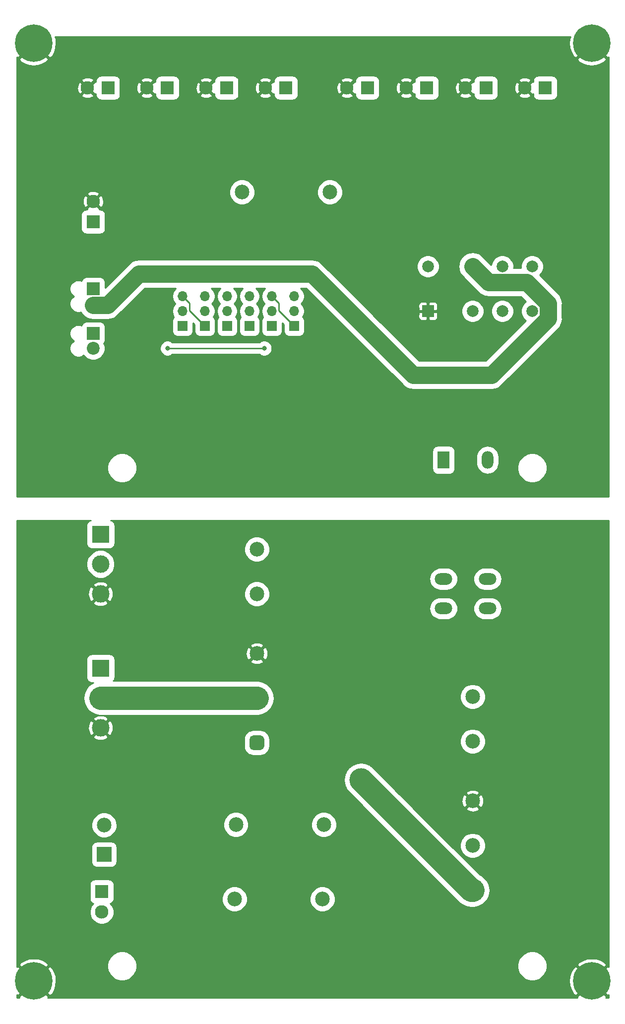
<source format=gbr>
%TF.GenerationSoftware,KiCad,Pcbnew,(5.1.9)-1*%
%TF.CreationDate,2021-03-27T15:00:31-04:00*%
%TF.ProjectId,Power,506f7765-722e-46b6-9963-61645f706362,rev?*%
%TF.SameCoordinates,Original*%
%TF.FileFunction,Copper,L2,Bot*%
%TF.FilePolarity,Positive*%
%FSLAX46Y46*%
G04 Gerber Fmt 4.6, Leading zero omitted, Abs format (unit mm)*
G04 Created by KiCad (PCBNEW (5.1.9)-1) date 2021-03-27 15:00:31*
%MOMM*%
%LPD*%
G01*
G04 APERTURE LIST*
%TA.AperFunction,ComponentPad*%
%ADD10C,6.400000*%
%TD*%
%TA.AperFunction,ComponentPad*%
%ADD11C,2.500000*%
%TD*%
%TA.AperFunction,ComponentPad*%
%ADD12C,3.000000*%
%TD*%
%TA.AperFunction,ComponentPad*%
%ADD13R,3.000000X3.000000*%
%TD*%
%TA.AperFunction,ComponentPad*%
%ADD14R,2.500000X2.500000*%
%TD*%
%TA.AperFunction,ComponentPad*%
%ADD15R,2.300000X2.300000*%
%TD*%
%TA.AperFunction,ComponentPad*%
%ADD16C,2.300000*%
%TD*%
%TA.AperFunction,ComponentPad*%
%ADD17C,2.200000*%
%TD*%
%TA.AperFunction,ComponentPad*%
%ADD18R,2.200000X2.200000*%
%TD*%
%TA.AperFunction,ComponentPad*%
%ADD19R,1.700000X1.700000*%
%TD*%
%TA.AperFunction,ComponentPad*%
%ADD20O,1.700000X1.700000*%
%TD*%
%TA.AperFunction,ComponentPad*%
%ADD21R,2.000000X3.000000*%
%TD*%
%TA.AperFunction,ComponentPad*%
%ADD22O,2.000000X3.000000*%
%TD*%
%TA.AperFunction,ComponentPad*%
%ADD23O,3.000000X2.000000*%
%TD*%
%TA.AperFunction,ComponentPad*%
%ADD24R,2.000000X2.000000*%
%TD*%
%TA.AperFunction,ComponentPad*%
%ADD25C,2.000000*%
%TD*%
%TA.AperFunction,ViaPad*%
%ADD26C,0.800000*%
%TD*%
%TA.AperFunction,ViaPad*%
%ADD27C,4.000000*%
%TD*%
%TA.AperFunction,Conductor*%
%ADD28C,0.250000*%
%TD*%
%TA.AperFunction,Conductor*%
%ADD29C,4.000000*%
%TD*%
%TA.AperFunction,Conductor*%
%ADD30C,3.000000*%
%TD*%
%TA.AperFunction,Conductor*%
%ADD31C,0.254000*%
%TD*%
%TA.AperFunction,Conductor*%
%ADD32C,0.100000*%
%TD*%
G04 APERTURE END LIST*
D10*
%TO.P,H4,1*%
%TO.N,Earth_Protective*%
X165100000Y-177800000D03*
%TD*%
D11*
%TO.P,FL1,5*%
%TO.N,Line_DC_PWR*%
X107950000Y-104140000D03*
%TO.P,FL1,4*%
%TO.N,Neut_DC_PWR*%
X107950000Y-111760000D03*
%TO.P,FL1,3*%
%TO.N,Earth_Protective*%
X107950000Y-121920000D03*
%TO.P,FL1,2*%
%TO.N,Neut_IN*%
X107950000Y-129540000D03*
%TO.P,FL1,1*%
%TO.N,Line_IN*%
%TA.AperFunction,ComponentPad*%
G36*
G01*
X109200000Y-136535000D02*
X109200000Y-137785000D01*
G75*
G02*
X108575000Y-138410000I-625000J0D01*
G01*
X107325000Y-138410000D01*
G75*
G02*
X106700000Y-137785000I0J625000D01*
G01*
X106700000Y-136535000D01*
G75*
G02*
X107325000Y-135910000I625000J0D01*
G01*
X108575000Y-135910000D01*
G75*
G02*
X109200000Y-136535000I0J-625000D01*
G01*
G37*
%TD.AperFunction*%
%TD*%
%TO.P,FL2,1*%
%TO.N,Line_Servo*%
%TA.AperFunction,ComponentPad*%
G36*
G01*
X146030000Y-161700000D02*
X146030000Y-162950000D01*
G75*
G02*
X145405000Y-163575000I-625000J0D01*
G01*
X144155000Y-163575000D01*
G75*
G02*
X143530000Y-162950000I0J625000D01*
G01*
X143530000Y-161700000D01*
G75*
G02*
X144155000Y-161075000I625000J0D01*
G01*
X145405000Y-161075000D01*
G75*
G02*
X146030000Y-161700000I0J-625000D01*
G01*
G37*
%TD.AperFunction*%
%TO.P,FL2,2*%
%TO.N,Neut_Servo*%
X144780000Y-154705000D03*
%TO.P,FL2,3*%
%TO.N,Earth_Protective*%
X144780000Y-147085000D03*
%TO.P,FL2,4*%
%TO.N,Neut_Fuse*%
X144780000Y-136925000D03*
%TO.P,FL2,5*%
%TO.N,LIne_Fuse*%
X144780000Y-129305000D03*
%TD*%
D12*
%TO.P,J1,3*%
%TO.N,Earth_Protective*%
X81280000Y-111760000D03*
%TO.P,J1,2*%
%TO.N,Neut_DC_PWR*%
X81280000Y-106680000D03*
D13*
%TO.P,J1,1*%
%TO.N,Line_DC_PWR*%
X81280000Y-101600000D03*
%TD*%
%TO.P,J2,1*%
%TO.N,Line_IN*%
X81280000Y-124460000D03*
D12*
%TO.P,J2,2*%
%TO.N,Neut_IN*%
X81280000Y-129540000D03*
%TO.P,J2,3*%
%TO.N,Earth_Protective*%
X81280000Y-134620000D03*
%TD*%
D14*
%TO.P,J3,1*%
%TO.N,Line_Servo*%
X81880000Y-156210000D03*
D11*
%TO.P,J3,2*%
%TO.N,Neut_Servo*%
X81880000Y-151210000D03*
%TD*%
D15*
%TO.P,J4,1*%
%TO.N,LIne_Logic*%
X81480000Y-162560000D03*
D16*
%TO.P,J4,2*%
%TO.N,Neut_Logic*%
X81480000Y-166060000D03*
%TD*%
%TO.P,J5,2*%
%TO.N,GND*%
X79050000Y-25400000D03*
D15*
%TO.P,J5,1*%
%TO.N,DC_IN_+*%
X82550000Y-25400000D03*
%TD*%
D16*
%TO.P,J6,2*%
%TO.N,GND*%
X80010000Y-44760000D03*
D15*
%TO.P,J6,1*%
%TO.N,Net-(J6-Pad1)*%
X80010000Y-48260000D03*
%TD*%
D17*
%TO.P,J7,2*%
%TO.N,SW_OFF*%
X80010000Y-62230000D03*
D18*
%TO.P,J7,1*%
%TO.N,SW_ON*%
X80010000Y-59690000D03*
%TD*%
%TO.P,J8,1*%
%TO.N,ESD_+*%
X80010000Y-67310000D03*
D17*
%TO.P,J8,2*%
%TO.N,ESD_-*%
X80010000Y-69850000D03*
%TD*%
D15*
%TO.P,J9,1*%
%TO.N,DC_IN_+*%
X92665714Y-25400000D03*
D16*
%TO.P,J9,2*%
%TO.N,GND*%
X89165714Y-25400000D03*
%TD*%
D15*
%TO.P,J10,1*%
%TO.N,DC_IN_+*%
X102781428Y-25400000D03*
D16*
%TO.P,J10,2*%
%TO.N,GND*%
X99281428Y-25400000D03*
%TD*%
%TO.P,J11,2*%
%TO.N,GND*%
X109397142Y-25400000D03*
D15*
%TO.P,J11,1*%
%TO.N,DC_IN_+*%
X112897142Y-25400000D03*
%TD*%
D16*
%TO.P,J12,2*%
%TO.N,GND*%
X123322856Y-25400000D03*
D15*
%TO.P,J12,1*%
%TO.N,DC_SW_+*%
X126822856Y-25400000D03*
%TD*%
%TO.P,J13,1*%
%TO.N,DC_SW_+*%
X136938570Y-25400000D03*
D16*
%TO.P,J13,2*%
%TO.N,GND*%
X133438570Y-25400000D03*
%TD*%
%TO.P,J14,2*%
%TO.N,GND*%
X143554284Y-25400000D03*
D15*
%TO.P,J14,1*%
%TO.N,DC_SW_+*%
X147054284Y-25400000D03*
%TD*%
%TO.P,J15,1*%
%TO.N,DC_SW_+*%
X157170000Y-25400000D03*
D16*
%TO.P,J15,2*%
%TO.N,GND*%
X153670000Y-25400000D03*
%TD*%
D19*
%TO.P,JP1,1*%
%TO.N,LDO_ON_IN*%
X95250000Y-66040000D03*
D20*
%TO.P,JP1,2*%
%TO.N,SW_ON*%
X95250000Y-63500000D03*
%TO.P,JP1,3*%
%TO.N,Coil_DC*%
X95250000Y-60960000D03*
%TD*%
%TO.P,JP2,3*%
%TO.N,Net-(JP2-Pad3)*%
X99060000Y-60960000D03*
%TO.P,JP2,2*%
%TO.N,LDO_ON_OUT*%
X99060000Y-63500000D03*
D19*
%TO.P,JP2,1*%
%TO.N,Coil_DC*%
X99060000Y-66040000D03*
%TD*%
%TO.P,JP3,1*%
%TO.N,LDO_OFF_IN*%
X102870000Y-66040000D03*
D20*
%TO.P,JP3,2*%
%TO.N,SW_OFF*%
X102870000Y-63500000D03*
%TO.P,JP3,3*%
%TO.N,Latch_DC*%
X102870000Y-60960000D03*
%TD*%
%TO.P,JP4,3*%
%TO.N,Net-(JP4-Pad3)*%
X106680000Y-60960000D03*
%TO.P,JP4,2*%
%TO.N,LDO_OFF_OUT*%
X106680000Y-63500000D03*
D19*
%TO.P,JP4,1*%
%TO.N,Latch_DC*%
X106680000Y-66040000D03*
%TD*%
D20*
%TO.P,JP5,3*%
%TO.N,Coil_AC*%
X110490000Y-60960000D03*
%TO.P,JP5,2*%
%TO.N,ESD_+*%
X110490000Y-63500000D03*
D19*
%TO.P,JP5,1*%
%TO.N,LDO_AC_IN*%
X110490000Y-66040000D03*
%TD*%
%TO.P,JP6,1*%
%TO.N,Coil_AC*%
X114300000Y-66040000D03*
D20*
%TO.P,JP6,2*%
%TO.N,LDO_AC_OUT*%
X114300000Y-63500000D03*
%TO.P,JP6,3*%
%TO.N,Net-(JP6-Pad3)*%
X114300000Y-60960000D03*
%TD*%
D21*
%TO.P,K1,A1*%
%TO.N,Coil_AC*%
X139820000Y-88900000D03*
D22*
%TO.P,K1,A2*%
%TO.N,ESD_-*%
X147320000Y-88900000D03*
D23*
%TO.P,K1,11*%
%TO.N,Line_IN*%
X139820000Y-109200000D03*
%TO.P,K1,24*%
%TO.N,Neut_Servo*%
X147320000Y-114240000D03*
%TO.P,K1,21*%
%TO.N,Neut_IN*%
X147320000Y-109200000D03*
%TO.P,K1,14*%
%TO.N,Line_Servo*%
X139820000Y-114240000D03*
%TD*%
D24*
%TO.P,RLY1,1*%
%TO.N,GND*%
X137160000Y-63500000D03*
D25*
%TO.P,RLY1,16*%
%TO.N,Net-(D4-Pad1)*%
X137160000Y-55880000D03*
%TO.P,RLY1,4*%
%TO.N,Net-(D3-Pad1)*%
X144780000Y-63500000D03*
%TO.P,RLY1,6*%
%TO.N,Net-(RLY1-Pad6)*%
X149860000Y-63500000D03*
%TO.P,RLY1,8*%
%TO.N,Net-(D4-Pad1)*%
X154940000Y-63500000D03*
%TO.P,RLY1,13*%
%TO.N,SW_OFF*%
X144780000Y-55880000D03*
%TO.P,RLY1,11*%
%TO.N,Net-(RLY1-Pad11)*%
X149860000Y-55880000D03*
%TO.P,RLY1,9*%
%TO.N,DC_SW_+*%
X154940000Y-55880000D03*
%TD*%
D11*
%TO.P,F1,1*%
%TO.N,Net-(F1-Pad1)*%
X105410000Y-43180000D03*
%TO.P,F1,2*%
%TO.N,DC_IN_+*%
X120410000Y-43180000D03*
%TD*%
%TO.P,F2,1*%
%TO.N,LIne_Logic*%
X104380000Y-151130000D03*
%TO.P,F2,2*%
%TO.N,LIne_Fuse*%
X119380000Y-151130000D03*
%TD*%
%TO.P,F3,2*%
%TO.N,Neut_Fuse*%
X119140000Y-163830000D03*
%TO.P,F3,1*%
%TO.N,Neut_Logic*%
X104140000Y-163830000D03*
%TD*%
D10*
%TO.P,H1,1*%
%TO.N,GND*%
X69850000Y-17780000D03*
%TD*%
%TO.P,H2,1*%
%TO.N,GND*%
X165100000Y-17780000D03*
%TD*%
%TO.P,H3,1*%
%TO.N,Earth_Protective*%
X69850000Y-177800000D03*
%TD*%
D26*
%TO.N,GND*%
X96012000Y-86106000D03*
X97282000Y-86360000D03*
X104648000Y-86360000D03*
X106172000Y-86360000D03*
X113284000Y-86360000D03*
X115062000Y-86360000D03*
X113538000Y-73152000D03*
X143256000Y-40386000D03*
X132080000Y-42926000D03*
X104648000Y-73152000D03*
X95758000Y-73152000D03*
X128016000Y-82804000D03*
X90678000Y-41656000D03*
D27*
%TO.N,Line_Servo*%
X125730000Y-143510000D03*
D26*
%TO.N,ESD_+*%
X109220000Y-69850000D03*
X92710000Y-69850000D03*
%TD*%
D28*
%TO.N,Coil_AC*%
X111665001Y-63405001D02*
X114300000Y-66040000D01*
X111665001Y-62135001D02*
X111665001Y-63405001D01*
X110490000Y-60960000D02*
X111665001Y-62135001D01*
%TO.N,Coil_DC*%
X96425001Y-62135001D02*
X96425001Y-63405001D01*
X96425001Y-63405001D02*
X99060000Y-66040000D01*
X95250000Y-60960000D02*
X96425001Y-62135001D01*
D29*
%TO.N,Neut_IN*%
X81280000Y-129540000D02*
X107950000Y-129540000D01*
%TO.N,Line_Servo*%
X144780000Y-162325000D02*
X144545000Y-162325000D01*
X144545000Y-162325000D02*
X125730000Y-143510000D01*
D30*
%TO.N,SW_OFF*%
X157640001Y-64796001D02*
X148014002Y-74422000D01*
X157640001Y-62203999D02*
X157640001Y-64796001D01*
X154016003Y-58580001D02*
X157640001Y-62203999D01*
X147480001Y-58580001D02*
X154016003Y-58580001D01*
X144780000Y-55880000D02*
X147480001Y-58580001D01*
X148014002Y-74422000D02*
X134620000Y-74422000D01*
X134620000Y-74422000D02*
X117348000Y-57150000D01*
X82470001Y-62490001D02*
X80010000Y-62490001D01*
X87810002Y-57150000D02*
X82470001Y-62490001D01*
X117348000Y-57150000D02*
X87810002Y-57150000D01*
D28*
%TO.N,ESD_+*%
X109220000Y-69850000D02*
X92710000Y-69850000D01*
%TD*%
D31*
%TO.N,Earth_Protective*%
X79423536Y-99239420D02*
X79262495Y-99325499D01*
X79121341Y-99441341D01*
X79005499Y-99582495D01*
X78919420Y-99743536D01*
X78866413Y-99918276D01*
X78848515Y-100100000D01*
X78848515Y-103100000D01*
X78866413Y-103281724D01*
X78919420Y-103456464D01*
X79005499Y-103617505D01*
X79121341Y-103758659D01*
X79262495Y-103874501D01*
X79423536Y-103960580D01*
X79598276Y-104013587D01*
X79780000Y-104031485D01*
X82780000Y-104031485D01*
X82961724Y-104013587D01*
X83136464Y-103960580D01*
X83201936Y-103925584D01*
X105773000Y-103925584D01*
X105773000Y-104354416D01*
X105856660Y-104775008D01*
X106020767Y-105171196D01*
X106259013Y-105527757D01*
X106562243Y-105830987D01*
X106918804Y-106069233D01*
X107314992Y-106233340D01*
X107735584Y-106317000D01*
X108164416Y-106317000D01*
X108585008Y-106233340D01*
X108981196Y-106069233D01*
X109337757Y-105830987D01*
X109640987Y-105527757D01*
X109879233Y-105171196D01*
X110043340Y-104775008D01*
X110127000Y-104354416D01*
X110127000Y-103925584D01*
X110043340Y-103504992D01*
X109879233Y-103108804D01*
X109640987Y-102752243D01*
X109337757Y-102449013D01*
X108981196Y-102210767D01*
X108585008Y-102046660D01*
X108164416Y-101963000D01*
X107735584Y-101963000D01*
X107314992Y-102046660D01*
X106918804Y-102210767D01*
X106562243Y-102449013D01*
X106259013Y-102752243D01*
X106020767Y-103108804D01*
X105856660Y-103504992D01*
X105773000Y-103925584D01*
X83201936Y-103925584D01*
X83297505Y-103874501D01*
X83438659Y-103758659D01*
X83554501Y-103617505D01*
X83640580Y-103456464D01*
X83693587Y-103281724D01*
X83711485Y-103100000D01*
X83711485Y-100100000D01*
X83693587Y-99918276D01*
X83640580Y-99743536D01*
X83554501Y-99582495D01*
X83438659Y-99441341D01*
X83297505Y-99325499D01*
X83136464Y-99239420D01*
X82963659Y-99187000D01*
X167958001Y-99187000D01*
X167958001Y-175394298D01*
X167800881Y-175278724D01*
X165279605Y-177800000D01*
X167800881Y-180321276D01*
X167958001Y-180205702D01*
X167958001Y-180658000D01*
X167505703Y-180658000D01*
X167621276Y-180500881D01*
X165100000Y-177979605D01*
X162578724Y-180500881D01*
X162694297Y-180658000D01*
X72255703Y-180658000D01*
X72371276Y-180500881D01*
X69850000Y-177979605D01*
X67328724Y-180500881D01*
X67444297Y-180658000D01*
X66992000Y-180658000D01*
X66992000Y-180205703D01*
X67149119Y-180321276D01*
X69670395Y-177800000D01*
X70029605Y-177800000D01*
X72550881Y-180321276D01*
X73040548Y-179961088D01*
X73400849Y-179297118D01*
X73624694Y-178575615D01*
X73703480Y-177824305D01*
X73634178Y-177072062D01*
X73419452Y-176347792D01*
X73067555Y-175679330D01*
X73040548Y-175638912D01*
X72550881Y-175278724D01*
X70029605Y-177800000D01*
X69670395Y-177800000D01*
X67149119Y-175278724D01*
X66992000Y-175394297D01*
X66992000Y-175099119D01*
X67328724Y-175099119D01*
X69850000Y-177620395D01*
X72371276Y-175099119D01*
X72306541Y-175011112D01*
X82413000Y-175011112D01*
X82413000Y-175508888D01*
X82510111Y-175997099D01*
X82700602Y-176456983D01*
X82977151Y-176870869D01*
X83329131Y-177222849D01*
X83743017Y-177499398D01*
X84202901Y-177689889D01*
X84691112Y-177787000D01*
X85188888Y-177787000D01*
X85677099Y-177689889D01*
X86136983Y-177499398D01*
X86550869Y-177222849D01*
X86902849Y-176870869D01*
X87179398Y-176456983D01*
X87369889Y-175997099D01*
X87467000Y-175508888D01*
X87467000Y-175011112D01*
X152413000Y-175011112D01*
X152413000Y-175508888D01*
X152510111Y-175997099D01*
X152700602Y-176456983D01*
X152977151Y-176870869D01*
X153329131Y-177222849D01*
X153743017Y-177499398D01*
X154202901Y-177689889D01*
X154691112Y-177787000D01*
X155188888Y-177787000D01*
X155245722Y-177775695D01*
X161246520Y-177775695D01*
X161315822Y-178527938D01*
X161530548Y-179252208D01*
X161882445Y-179920670D01*
X161909452Y-179961088D01*
X162399119Y-180321276D01*
X164920395Y-177800000D01*
X162399119Y-175278724D01*
X161909452Y-175638912D01*
X161549151Y-176302882D01*
X161325306Y-177024385D01*
X161246520Y-177775695D01*
X155245722Y-177775695D01*
X155677099Y-177689889D01*
X156136983Y-177499398D01*
X156550869Y-177222849D01*
X156902849Y-176870869D01*
X157179398Y-176456983D01*
X157369889Y-175997099D01*
X157467000Y-175508888D01*
X157467000Y-175099119D01*
X162578724Y-175099119D01*
X165100000Y-177620395D01*
X167621276Y-175099119D01*
X167261088Y-174609452D01*
X166597118Y-174249151D01*
X165875615Y-174025306D01*
X165124305Y-173946520D01*
X164372062Y-174015822D01*
X163647792Y-174230548D01*
X162979330Y-174582445D01*
X162938912Y-174609452D01*
X162578724Y-175099119D01*
X157467000Y-175099119D01*
X157467000Y-175011112D01*
X157369889Y-174522901D01*
X157179398Y-174063017D01*
X156902849Y-173649131D01*
X156550869Y-173297151D01*
X156136983Y-173020602D01*
X155677099Y-172830111D01*
X155188888Y-172733000D01*
X154691112Y-172733000D01*
X154202901Y-172830111D01*
X153743017Y-173020602D01*
X153329131Y-173297151D01*
X152977151Y-173649131D01*
X152700602Y-174063017D01*
X152510111Y-174522901D01*
X152413000Y-175011112D01*
X87467000Y-175011112D01*
X87369889Y-174522901D01*
X87179398Y-174063017D01*
X86902849Y-173649131D01*
X86550869Y-173297151D01*
X86136983Y-173020602D01*
X85677099Y-172830111D01*
X85188888Y-172733000D01*
X84691112Y-172733000D01*
X84202901Y-172830111D01*
X83743017Y-173020602D01*
X83329131Y-173297151D01*
X82977151Y-173649131D01*
X82700602Y-174063017D01*
X82510111Y-174522901D01*
X82413000Y-175011112D01*
X72306541Y-175011112D01*
X72011088Y-174609452D01*
X71347118Y-174249151D01*
X70625615Y-174025306D01*
X69874305Y-173946520D01*
X69122062Y-174015822D01*
X68397792Y-174230548D01*
X67729330Y-174582445D01*
X67688912Y-174609452D01*
X67328724Y-175099119D01*
X66992000Y-175099119D01*
X66992000Y-161410000D01*
X79398515Y-161410000D01*
X79398515Y-163710000D01*
X79416413Y-163891724D01*
X79469420Y-164066464D01*
X79555499Y-164227505D01*
X79671341Y-164368659D01*
X79812495Y-164484501D01*
X79973536Y-164570580D01*
X80018468Y-164584210D01*
X79866689Y-164735989D01*
X79639386Y-165076171D01*
X79482818Y-165454161D01*
X79403000Y-165855433D01*
X79403000Y-166264567D01*
X79482818Y-166665839D01*
X79639386Y-167043829D01*
X79866689Y-167384011D01*
X80155989Y-167673311D01*
X80496171Y-167900614D01*
X80874161Y-168057182D01*
X81275433Y-168137000D01*
X81684567Y-168137000D01*
X82085839Y-168057182D01*
X82463829Y-167900614D01*
X82804011Y-167673311D01*
X83093311Y-167384011D01*
X83320614Y-167043829D01*
X83477182Y-166665839D01*
X83557000Y-166264567D01*
X83557000Y-165855433D01*
X83477182Y-165454161D01*
X83320614Y-165076171D01*
X83093311Y-164735989D01*
X82941532Y-164584210D01*
X82986464Y-164570580D01*
X83147505Y-164484501D01*
X83288659Y-164368659D01*
X83404501Y-164227505D01*
X83490580Y-164066464D01*
X83543587Y-163891724D01*
X83561485Y-163710000D01*
X83561485Y-163615584D01*
X101963000Y-163615584D01*
X101963000Y-164044416D01*
X102046660Y-164465008D01*
X102210767Y-164861196D01*
X102449013Y-165217757D01*
X102752243Y-165520987D01*
X103108804Y-165759233D01*
X103504992Y-165923340D01*
X103925584Y-166007000D01*
X104354416Y-166007000D01*
X104775008Y-165923340D01*
X105171196Y-165759233D01*
X105527757Y-165520987D01*
X105830987Y-165217757D01*
X106069233Y-164861196D01*
X106233340Y-164465008D01*
X106317000Y-164044416D01*
X106317000Y-163615584D01*
X116963000Y-163615584D01*
X116963000Y-164044416D01*
X117046660Y-164465008D01*
X117210767Y-164861196D01*
X117449013Y-165217757D01*
X117752243Y-165520987D01*
X118108804Y-165759233D01*
X118504992Y-165923340D01*
X118925584Y-166007000D01*
X119354416Y-166007000D01*
X119775008Y-165923340D01*
X120171196Y-165759233D01*
X120527757Y-165520987D01*
X120830987Y-165217757D01*
X121069233Y-164861196D01*
X121233340Y-164465008D01*
X121317000Y-164044416D01*
X121317000Y-163615584D01*
X121233340Y-163194992D01*
X121069233Y-162798804D01*
X120830987Y-162442243D01*
X120527757Y-162139013D01*
X120171196Y-161900767D01*
X119775008Y-161736660D01*
X119354416Y-161653000D01*
X118925584Y-161653000D01*
X118504992Y-161736660D01*
X118108804Y-161900767D01*
X117752243Y-162139013D01*
X117449013Y-162442243D01*
X117210767Y-162798804D01*
X117046660Y-163194992D01*
X116963000Y-163615584D01*
X106317000Y-163615584D01*
X106233340Y-163194992D01*
X106069233Y-162798804D01*
X105830987Y-162442243D01*
X105527757Y-162139013D01*
X105171196Y-161900767D01*
X104775008Y-161736660D01*
X104354416Y-161653000D01*
X103925584Y-161653000D01*
X103504992Y-161736660D01*
X103108804Y-161900767D01*
X102752243Y-162139013D01*
X102449013Y-162442243D01*
X102210767Y-162798804D01*
X102046660Y-163194992D01*
X101963000Y-163615584D01*
X83561485Y-163615584D01*
X83561485Y-161410000D01*
X83543587Y-161228276D01*
X83490580Y-161053536D01*
X83404501Y-160892495D01*
X83288659Y-160751341D01*
X83147505Y-160635499D01*
X82986464Y-160549420D01*
X82811724Y-160496413D01*
X82630000Y-160478515D01*
X80330000Y-160478515D01*
X80148276Y-160496413D01*
X79973536Y-160549420D01*
X79812495Y-160635499D01*
X79671341Y-160751341D01*
X79555499Y-160892495D01*
X79469420Y-161053536D01*
X79416413Y-161228276D01*
X79398515Y-161410000D01*
X66992000Y-161410000D01*
X66992000Y-154960000D01*
X79698515Y-154960000D01*
X79698515Y-157460000D01*
X79716413Y-157641724D01*
X79769420Y-157816464D01*
X79855499Y-157977505D01*
X79971341Y-158118659D01*
X80112495Y-158234501D01*
X80273536Y-158320580D01*
X80448276Y-158373587D01*
X80630000Y-158391485D01*
X83130000Y-158391485D01*
X83311724Y-158373587D01*
X83486464Y-158320580D01*
X83647505Y-158234501D01*
X83788659Y-158118659D01*
X83904501Y-157977505D01*
X83990580Y-157816464D01*
X84043587Y-157641724D01*
X84061485Y-157460000D01*
X84061485Y-154960000D01*
X84043587Y-154778276D01*
X83990580Y-154603536D01*
X83904501Y-154442495D01*
X83788659Y-154301341D01*
X83647505Y-154185499D01*
X83486464Y-154099420D01*
X83311724Y-154046413D01*
X83130000Y-154028515D01*
X80630000Y-154028515D01*
X80448276Y-154046413D01*
X80273536Y-154099420D01*
X80112495Y-154185499D01*
X79971341Y-154301341D01*
X79855499Y-154442495D01*
X79769420Y-154603536D01*
X79716413Y-154778276D01*
X79698515Y-154960000D01*
X66992000Y-154960000D01*
X66992000Y-150995584D01*
X79703000Y-150995584D01*
X79703000Y-151424416D01*
X79786660Y-151845008D01*
X79950767Y-152241196D01*
X80189013Y-152597757D01*
X80492243Y-152900987D01*
X80848804Y-153139233D01*
X81244992Y-153303340D01*
X81665584Y-153387000D01*
X82094416Y-153387000D01*
X82515008Y-153303340D01*
X82911196Y-153139233D01*
X83267757Y-152900987D01*
X83570987Y-152597757D01*
X83809233Y-152241196D01*
X83973340Y-151845008D01*
X84057000Y-151424416D01*
X84057000Y-150995584D01*
X84041088Y-150915584D01*
X102203000Y-150915584D01*
X102203000Y-151344416D01*
X102286660Y-151765008D01*
X102450767Y-152161196D01*
X102689013Y-152517757D01*
X102992243Y-152820987D01*
X103348804Y-153059233D01*
X103744992Y-153223340D01*
X104165584Y-153307000D01*
X104594416Y-153307000D01*
X105015008Y-153223340D01*
X105411196Y-153059233D01*
X105767757Y-152820987D01*
X106070987Y-152517757D01*
X106309233Y-152161196D01*
X106473340Y-151765008D01*
X106557000Y-151344416D01*
X106557000Y-150915584D01*
X117203000Y-150915584D01*
X117203000Y-151344416D01*
X117286660Y-151765008D01*
X117450767Y-152161196D01*
X117689013Y-152517757D01*
X117992243Y-152820987D01*
X118348804Y-153059233D01*
X118744992Y-153223340D01*
X119165584Y-153307000D01*
X119594416Y-153307000D01*
X120015008Y-153223340D01*
X120411196Y-153059233D01*
X120767757Y-152820987D01*
X121070987Y-152517757D01*
X121309233Y-152161196D01*
X121473340Y-151765008D01*
X121557000Y-151344416D01*
X121557000Y-150915584D01*
X121473340Y-150494992D01*
X121309233Y-150098804D01*
X121070987Y-149742243D01*
X120767757Y-149439013D01*
X120411196Y-149200767D01*
X120015008Y-149036660D01*
X119594416Y-148953000D01*
X119165584Y-148953000D01*
X118744992Y-149036660D01*
X118348804Y-149200767D01*
X117992243Y-149439013D01*
X117689013Y-149742243D01*
X117450767Y-150098804D01*
X117286660Y-150494992D01*
X117203000Y-150915584D01*
X106557000Y-150915584D01*
X106473340Y-150494992D01*
X106309233Y-150098804D01*
X106070987Y-149742243D01*
X105767757Y-149439013D01*
X105411196Y-149200767D01*
X105015008Y-149036660D01*
X104594416Y-148953000D01*
X104165584Y-148953000D01*
X103744992Y-149036660D01*
X103348804Y-149200767D01*
X102992243Y-149439013D01*
X102689013Y-149742243D01*
X102450767Y-150098804D01*
X102286660Y-150494992D01*
X102203000Y-150915584D01*
X84041088Y-150915584D01*
X83973340Y-150574992D01*
X83809233Y-150178804D01*
X83570987Y-149822243D01*
X83267757Y-149519013D01*
X82911196Y-149280767D01*
X82515008Y-149116660D01*
X82094416Y-149033000D01*
X81665584Y-149033000D01*
X81244992Y-149116660D01*
X80848804Y-149280767D01*
X80492243Y-149519013D01*
X80189013Y-149822243D01*
X79950767Y-150178804D01*
X79786660Y-150574992D01*
X79703000Y-150995584D01*
X66992000Y-150995584D01*
X66992000Y-143510000D01*
X122788838Y-143510000D01*
X122803000Y-143653788D01*
X122803000Y-143798284D01*
X122831190Y-143940008D01*
X122845352Y-144083792D01*
X122887290Y-144222043D01*
X122915482Y-144363775D01*
X122970784Y-144497285D01*
X123012721Y-144635533D01*
X123080824Y-144762944D01*
X123136126Y-144896455D01*
X123216413Y-145016612D01*
X123284514Y-145144021D01*
X123376164Y-145255697D01*
X123456450Y-145375854D01*
X123864146Y-145783550D01*
X123864149Y-145783552D01*
X142373620Y-164293023D01*
X142465284Y-164404716D01*
X142910978Y-164770487D01*
X143080683Y-164861196D01*
X143419466Y-165042279D01*
X143971207Y-165209648D01*
X144544999Y-165266162D01*
X144688787Y-165252000D01*
X144923788Y-165252000D01*
X145353792Y-165209648D01*
X145905534Y-165042279D01*
X146414022Y-164770487D01*
X146859716Y-164404716D01*
X147225487Y-163959022D01*
X147497279Y-163450534D01*
X147664648Y-162898792D01*
X147721162Y-162325000D01*
X147664648Y-161751208D01*
X147497279Y-161199466D01*
X147225487Y-160690978D01*
X146859716Y-160245284D01*
X146414022Y-159879513D01*
X146037846Y-159678443D01*
X140849987Y-154490584D01*
X142603000Y-154490584D01*
X142603000Y-154919416D01*
X142686660Y-155340008D01*
X142850767Y-155736196D01*
X143089013Y-156092757D01*
X143392243Y-156395987D01*
X143748804Y-156634233D01*
X144144992Y-156798340D01*
X144565584Y-156882000D01*
X144994416Y-156882000D01*
X145415008Y-156798340D01*
X145811196Y-156634233D01*
X146167757Y-156395987D01*
X146470987Y-156092757D01*
X146709233Y-155736196D01*
X146873340Y-155340008D01*
X146957000Y-154919416D01*
X146957000Y-154490584D01*
X146873340Y-154069992D01*
X146709233Y-153673804D01*
X146470987Y-153317243D01*
X146167757Y-153014013D01*
X145811196Y-152775767D01*
X145415008Y-152611660D01*
X144994416Y-152528000D01*
X144565584Y-152528000D01*
X144144992Y-152611660D01*
X143748804Y-152775767D01*
X143392243Y-153014013D01*
X143089013Y-153317243D01*
X142850767Y-153673804D01*
X142686660Y-154069992D01*
X142603000Y-154490584D01*
X140849987Y-154490584D01*
X134758008Y-148398605D01*
X143646000Y-148398605D01*
X143771914Y-148688577D01*
X144104126Y-148854433D01*
X144462312Y-148952290D01*
X144832706Y-148978389D01*
X145201075Y-148931725D01*
X145553262Y-148814094D01*
X145788086Y-148688577D01*
X145914000Y-148398605D01*
X144780000Y-147264605D01*
X143646000Y-148398605D01*
X134758008Y-148398605D01*
X133497109Y-147137706D01*
X142886611Y-147137706D01*
X142933275Y-147506075D01*
X143050906Y-147858262D01*
X143176423Y-148093086D01*
X143466395Y-148219000D01*
X144600395Y-147085000D01*
X144959605Y-147085000D01*
X146093605Y-148219000D01*
X146383577Y-148093086D01*
X146549433Y-147760874D01*
X146647290Y-147402688D01*
X146673389Y-147032294D01*
X146626725Y-146663925D01*
X146509094Y-146311738D01*
X146383577Y-146076914D01*
X146093605Y-145951000D01*
X144959605Y-147085000D01*
X144600395Y-147085000D01*
X143466395Y-145951000D01*
X143176423Y-146076914D01*
X143010567Y-146409126D01*
X142912710Y-146767312D01*
X142886611Y-147137706D01*
X133497109Y-147137706D01*
X132130798Y-145771395D01*
X143646000Y-145771395D01*
X144780000Y-146905395D01*
X145914000Y-145771395D01*
X145788086Y-145481423D01*
X145455874Y-145315567D01*
X145097688Y-145217710D01*
X144727294Y-145191611D01*
X144358925Y-145238275D01*
X144006738Y-145355906D01*
X143771914Y-145481423D01*
X143646000Y-145771395D01*
X132130798Y-145771395D01*
X128003552Y-141644149D01*
X128003550Y-141644146D01*
X127595854Y-141236450D01*
X127475697Y-141156164D01*
X127364021Y-141064514D01*
X127236612Y-140996413D01*
X127116455Y-140916126D01*
X126982944Y-140860824D01*
X126855533Y-140792721D01*
X126717285Y-140750784D01*
X126583775Y-140695482D01*
X126442043Y-140667290D01*
X126303792Y-140625352D01*
X126160008Y-140611190D01*
X126018284Y-140583000D01*
X125873788Y-140583000D01*
X125730000Y-140568838D01*
X125586212Y-140583000D01*
X125441716Y-140583000D01*
X125299992Y-140611190D01*
X125156208Y-140625352D01*
X125017957Y-140667290D01*
X124876225Y-140695482D01*
X124742715Y-140750784D01*
X124604467Y-140792721D01*
X124477056Y-140860824D01*
X124343545Y-140916126D01*
X124223388Y-140996413D01*
X124095979Y-141064514D01*
X123984305Y-141156163D01*
X123864146Y-141236450D01*
X123761961Y-141338635D01*
X123650285Y-141430285D01*
X123558635Y-141541961D01*
X123456450Y-141644146D01*
X123376163Y-141764305D01*
X123284514Y-141875979D01*
X123216413Y-142003388D01*
X123136126Y-142123545D01*
X123080824Y-142257056D01*
X123012721Y-142384467D01*
X122970784Y-142522715D01*
X122915482Y-142656225D01*
X122887290Y-142797957D01*
X122845352Y-142936208D01*
X122831190Y-143079992D01*
X122803000Y-143221716D01*
X122803000Y-143366212D01*
X122788838Y-143510000D01*
X66992000Y-143510000D01*
X66992000Y-136111653D01*
X79967952Y-136111653D01*
X80123962Y-136427214D01*
X80498745Y-136618020D01*
X80903551Y-136732044D01*
X81322824Y-136764902D01*
X81740451Y-136715334D01*
X82140383Y-136585243D01*
X82234382Y-136535000D01*
X105768515Y-136535000D01*
X105768515Y-137785000D01*
X105798422Y-138088655D01*
X105886995Y-138380641D01*
X106030830Y-138649737D01*
X106224399Y-138885601D01*
X106460263Y-139079170D01*
X106729359Y-139223005D01*
X107021345Y-139311578D01*
X107325000Y-139341485D01*
X108575000Y-139341485D01*
X108878655Y-139311578D01*
X109170641Y-139223005D01*
X109439737Y-139079170D01*
X109675601Y-138885601D01*
X109869170Y-138649737D01*
X110013005Y-138380641D01*
X110101578Y-138088655D01*
X110131485Y-137785000D01*
X110131485Y-136710584D01*
X142603000Y-136710584D01*
X142603000Y-137139416D01*
X142686660Y-137560008D01*
X142850767Y-137956196D01*
X143089013Y-138312757D01*
X143392243Y-138615987D01*
X143748804Y-138854233D01*
X144144992Y-139018340D01*
X144565584Y-139102000D01*
X144994416Y-139102000D01*
X145415008Y-139018340D01*
X145811196Y-138854233D01*
X146167757Y-138615987D01*
X146470987Y-138312757D01*
X146709233Y-137956196D01*
X146873340Y-137560008D01*
X146957000Y-137139416D01*
X146957000Y-136710584D01*
X146873340Y-136289992D01*
X146709233Y-135893804D01*
X146470987Y-135537243D01*
X146167757Y-135234013D01*
X145811196Y-134995767D01*
X145415008Y-134831660D01*
X144994416Y-134748000D01*
X144565584Y-134748000D01*
X144144992Y-134831660D01*
X143748804Y-134995767D01*
X143392243Y-135234013D01*
X143089013Y-135537243D01*
X142850767Y-135893804D01*
X142686660Y-136289992D01*
X142603000Y-136710584D01*
X110131485Y-136710584D01*
X110131485Y-136535000D01*
X110101578Y-136231345D01*
X110013005Y-135939359D01*
X109869170Y-135670263D01*
X109675601Y-135434399D01*
X109439737Y-135240830D01*
X109170641Y-135096995D01*
X108878655Y-135008422D01*
X108575000Y-134978515D01*
X107325000Y-134978515D01*
X107021345Y-135008422D01*
X106729359Y-135096995D01*
X106460263Y-135240830D01*
X106224399Y-135434399D01*
X106030830Y-135670263D01*
X105886995Y-135939359D01*
X105798422Y-136231345D01*
X105768515Y-136535000D01*
X82234382Y-136535000D01*
X82436038Y-136427214D01*
X82592048Y-136111653D01*
X81280000Y-134799605D01*
X79967952Y-136111653D01*
X66992000Y-136111653D01*
X66992000Y-134662824D01*
X79135098Y-134662824D01*
X79184666Y-135080451D01*
X79314757Y-135480383D01*
X79472786Y-135776038D01*
X79788347Y-135932048D01*
X81100395Y-134620000D01*
X81459605Y-134620000D01*
X82771653Y-135932048D01*
X83087214Y-135776038D01*
X83278020Y-135401255D01*
X83392044Y-134996449D01*
X83424902Y-134577176D01*
X83375334Y-134159549D01*
X83245243Y-133759617D01*
X83087214Y-133463962D01*
X82771653Y-133307952D01*
X81459605Y-134620000D01*
X81100395Y-134620000D01*
X79788347Y-133307952D01*
X79472786Y-133463962D01*
X79281980Y-133838745D01*
X79167956Y-134243551D01*
X79135098Y-134662824D01*
X66992000Y-134662824D01*
X66992000Y-133128347D01*
X79967952Y-133128347D01*
X81280000Y-134440395D01*
X82592048Y-133128347D01*
X82436038Y-132812786D01*
X82061255Y-132621980D01*
X81656449Y-132507956D01*
X81237176Y-132475098D01*
X80819549Y-132524666D01*
X80419617Y-132654757D01*
X80123962Y-132812786D01*
X79967952Y-133128347D01*
X66992000Y-133128347D01*
X66992000Y-129540000D01*
X78338838Y-129540000D01*
X78395352Y-130113792D01*
X78562721Y-130665534D01*
X78834513Y-131174022D01*
X79200284Y-131619716D01*
X79645978Y-131985487D01*
X80154466Y-132257279D01*
X80706208Y-132424648D01*
X81136212Y-132467000D01*
X108093788Y-132467000D01*
X108523792Y-132424648D01*
X109075534Y-132257279D01*
X109584022Y-131985487D01*
X110029716Y-131619716D01*
X110395487Y-131174022D01*
X110667279Y-130665534D01*
X110834648Y-130113792D01*
X110891162Y-129540000D01*
X110846899Y-129090584D01*
X142603000Y-129090584D01*
X142603000Y-129519416D01*
X142686660Y-129940008D01*
X142850767Y-130336196D01*
X143089013Y-130692757D01*
X143392243Y-130995987D01*
X143748804Y-131234233D01*
X144144992Y-131398340D01*
X144565584Y-131482000D01*
X144994416Y-131482000D01*
X145415008Y-131398340D01*
X145811196Y-131234233D01*
X146167757Y-130995987D01*
X146470987Y-130692757D01*
X146709233Y-130336196D01*
X146873340Y-129940008D01*
X146957000Y-129519416D01*
X146957000Y-129090584D01*
X146873340Y-128669992D01*
X146709233Y-128273804D01*
X146470987Y-127917243D01*
X146167757Y-127614013D01*
X145811196Y-127375767D01*
X145415008Y-127211660D01*
X144994416Y-127128000D01*
X144565584Y-127128000D01*
X144144992Y-127211660D01*
X143748804Y-127375767D01*
X143392243Y-127614013D01*
X143089013Y-127917243D01*
X142850767Y-128273804D01*
X142686660Y-128669992D01*
X142603000Y-129090584D01*
X110846899Y-129090584D01*
X110834648Y-128966208D01*
X110667279Y-128414466D01*
X110395487Y-127905978D01*
X110029716Y-127460284D01*
X109584022Y-127094513D01*
X109075534Y-126822721D01*
X108523792Y-126655352D01*
X108093788Y-126613000D01*
X83443303Y-126613000D01*
X83554501Y-126477505D01*
X83640580Y-126316464D01*
X83693587Y-126141724D01*
X83711485Y-125960000D01*
X83711485Y-123233605D01*
X106816000Y-123233605D01*
X106941914Y-123523577D01*
X107274126Y-123689433D01*
X107632312Y-123787290D01*
X108002706Y-123813389D01*
X108371075Y-123766725D01*
X108723262Y-123649094D01*
X108958086Y-123523577D01*
X109084000Y-123233605D01*
X107950000Y-122099605D01*
X106816000Y-123233605D01*
X83711485Y-123233605D01*
X83711485Y-122960000D01*
X83693587Y-122778276D01*
X83640580Y-122603536D01*
X83554501Y-122442495D01*
X83438659Y-122301341D01*
X83297505Y-122185499D01*
X83136464Y-122099420D01*
X82961724Y-122046413D01*
X82780000Y-122028515D01*
X79780000Y-122028515D01*
X79598276Y-122046413D01*
X79423536Y-122099420D01*
X79262495Y-122185499D01*
X79121341Y-122301341D01*
X79005499Y-122442495D01*
X78919420Y-122603536D01*
X78866413Y-122778276D01*
X78848515Y-122960000D01*
X78848515Y-125960000D01*
X78866413Y-126141724D01*
X78919420Y-126316464D01*
X79005499Y-126477505D01*
X79121341Y-126618659D01*
X79262495Y-126734501D01*
X79423536Y-126820580D01*
X79598276Y-126873587D01*
X79780000Y-126891485D01*
X80025817Y-126891485D01*
X79645978Y-127094513D01*
X79200284Y-127460284D01*
X78834513Y-127905978D01*
X78562721Y-128414466D01*
X78395352Y-128966208D01*
X78338838Y-129540000D01*
X66992000Y-129540000D01*
X66992000Y-121972706D01*
X106056611Y-121972706D01*
X106103275Y-122341075D01*
X106220906Y-122693262D01*
X106346423Y-122928086D01*
X106636395Y-123054000D01*
X107770395Y-121920000D01*
X108129605Y-121920000D01*
X109263605Y-123054000D01*
X109553577Y-122928086D01*
X109719433Y-122595874D01*
X109817290Y-122237688D01*
X109843389Y-121867294D01*
X109796725Y-121498925D01*
X109679094Y-121146738D01*
X109553577Y-120911914D01*
X109263605Y-120786000D01*
X108129605Y-121920000D01*
X107770395Y-121920000D01*
X106636395Y-120786000D01*
X106346423Y-120911914D01*
X106180567Y-121244126D01*
X106082710Y-121602312D01*
X106056611Y-121972706D01*
X66992000Y-121972706D01*
X66992000Y-120606395D01*
X106816000Y-120606395D01*
X107950000Y-121740395D01*
X109084000Y-120606395D01*
X108958086Y-120316423D01*
X108625874Y-120150567D01*
X108267688Y-120052710D01*
X107897294Y-120026611D01*
X107528925Y-120073275D01*
X107176738Y-120190906D01*
X106941914Y-120316423D01*
X106816000Y-120606395D01*
X66992000Y-120606395D01*
X66992000Y-114240000D01*
X137383677Y-114240000D01*
X137420883Y-114617758D01*
X137531071Y-114980999D01*
X137710006Y-115315763D01*
X137950813Y-115609187D01*
X138244237Y-115849994D01*
X138579001Y-116028929D01*
X138942242Y-116139117D01*
X139225342Y-116167000D01*
X140414658Y-116167000D01*
X140697758Y-116139117D01*
X141060999Y-116028929D01*
X141395763Y-115849994D01*
X141689187Y-115609187D01*
X141929994Y-115315763D01*
X142108929Y-114980999D01*
X142219117Y-114617758D01*
X142256323Y-114240000D01*
X144883677Y-114240000D01*
X144920883Y-114617758D01*
X145031071Y-114980999D01*
X145210006Y-115315763D01*
X145450813Y-115609187D01*
X145744237Y-115849994D01*
X146079001Y-116028929D01*
X146442242Y-116139117D01*
X146725342Y-116167000D01*
X147914658Y-116167000D01*
X148197758Y-116139117D01*
X148560999Y-116028929D01*
X148895763Y-115849994D01*
X149189187Y-115609187D01*
X149429994Y-115315763D01*
X149608929Y-114980999D01*
X149719117Y-114617758D01*
X149756323Y-114240000D01*
X149719117Y-113862242D01*
X149608929Y-113499001D01*
X149429994Y-113164237D01*
X149189187Y-112870813D01*
X148895763Y-112630006D01*
X148560999Y-112451071D01*
X148197758Y-112340883D01*
X147914658Y-112313000D01*
X146725342Y-112313000D01*
X146442242Y-112340883D01*
X146079001Y-112451071D01*
X145744237Y-112630006D01*
X145450813Y-112870813D01*
X145210006Y-113164237D01*
X145031071Y-113499001D01*
X144920883Y-113862242D01*
X144883677Y-114240000D01*
X142256323Y-114240000D01*
X142219117Y-113862242D01*
X142108929Y-113499001D01*
X141929994Y-113164237D01*
X141689187Y-112870813D01*
X141395763Y-112630006D01*
X141060999Y-112451071D01*
X140697758Y-112340883D01*
X140414658Y-112313000D01*
X139225342Y-112313000D01*
X138942242Y-112340883D01*
X138579001Y-112451071D01*
X138244237Y-112630006D01*
X137950813Y-112870813D01*
X137710006Y-113164237D01*
X137531071Y-113499001D01*
X137420883Y-113862242D01*
X137383677Y-114240000D01*
X66992000Y-114240000D01*
X66992000Y-113251653D01*
X79967952Y-113251653D01*
X80123962Y-113567214D01*
X80498745Y-113758020D01*
X80903551Y-113872044D01*
X81322824Y-113904902D01*
X81740451Y-113855334D01*
X82140383Y-113725243D01*
X82436038Y-113567214D01*
X82592048Y-113251653D01*
X81280000Y-111939605D01*
X79967952Y-113251653D01*
X66992000Y-113251653D01*
X66992000Y-111802824D01*
X79135098Y-111802824D01*
X79184666Y-112220451D01*
X79314757Y-112620383D01*
X79472786Y-112916038D01*
X79788347Y-113072048D01*
X81100395Y-111760000D01*
X81459605Y-111760000D01*
X82771653Y-113072048D01*
X83087214Y-112916038D01*
X83278020Y-112541255D01*
X83392044Y-112136449D01*
X83424902Y-111717176D01*
X83404536Y-111545584D01*
X105773000Y-111545584D01*
X105773000Y-111974416D01*
X105856660Y-112395008D01*
X106020767Y-112791196D01*
X106259013Y-113147757D01*
X106562243Y-113450987D01*
X106918804Y-113689233D01*
X107314992Y-113853340D01*
X107735584Y-113937000D01*
X108164416Y-113937000D01*
X108585008Y-113853340D01*
X108981196Y-113689233D01*
X109337757Y-113450987D01*
X109640987Y-113147757D01*
X109879233Y-112791196D01*
X110043340Y-112395008D01*
X110127000Y-111974416D01*
X110127000Y-111545584D01*
X110043340Y-111124992D01*
X109879233Y-110728804D01*
X109640987Y-110372243D01*
X109337757Y-110069013D01*
X108981196Y-109830767D01*
X108585008Y-109666660D01*
X108164416Y-109583000D01*
X107735584Y-109583000D01*
X107314992Y-109666660D01*
X106918804Y-109830767D01*
X106562243Y-110069013D01*
X106259013Y-110372243D01*
X106020767Y-110728804D01*
X105856660Y-111124992D01*
X105773000Y-111545584D01*
X83404536Y-111545584D01*
X83375334Y-111299549D01*
X83245243Y-110899617D01*
X83087214Y-110603962D01*
X82771653Y-110447952D01*
X81459605Y-111760000D01*
X81100395Y-111760000D01*
X79788347Y-110447952D01*
X79472786Y-110603962D01*
X79281980Y-110978745D01*
X79167956Y-111383551D01*
X79135098Y-111802824D01*
X66992000Y-111802824D01*
X66992000Y-110268347D01*
X79967952Y-110268347D01*
X81280000Y-111580395D01*
X82592048Y-110268347D01*
X82436038Y-109952786D01*
X82061255Y-109761980D01*
X81656449Y-109647956D01*
X81237176Y-109615098D01*
X80819549Y-109664666D01*
X80419617Y-109794757D01*
X80123962Y-109952786D01*
X79967952Y-110268347D01*
X66992000Y-110268347D01*
X66992000Y-109200000D01*
X137383677Y-109200000D01*
X137420883Y-109577758D01*
X137531071Y-109940999D01*
X137710006Y-110275763D01*
X137950813Y-110569187D01*
X138244237Y-110809994D01*
X138579001Y-110988929D01*
X138942242Y-111099117D01*
X139225342Y-111127000D01*
X140414658Y-111127000D01*
X140697758Y-111099117D01*
X141060999Y-110988929D01*
X141395763Y-110809994D01*
X141689187Y-110569187D01*
X141929994Y-110275763D01*
X142108929Y-109940999D01*
X142219117Y-109577758D01*
X142256323Y-109200000D01*
X144883677Y-109200000D01*
X144920883Y-109577758D01*
X145031071Y-109940999D01*
X145210006Y-110275763D01*
X145450813Y-110569187D01*
X145744237Y-110809994D01*
X146079001Y-110988929D01*
X146442242Y-111099117D01*
X146725342Y-111127000D01*
X147914658Y-111127000D01*
X148197758Y-111099117D01*
X148560999Y-110988929D01*
X148895763Y-110809994D01*
X149189187Y-110569187D01*
X149429994Y-110275763D01*
X149608929Y-109940999D01*
X149719117Y-109577758D01*
X149756323Y-109200000D01*
X149719117Y-108822242D01*
X149608929Y-108459001D01*
X149429994Y-108124237D01*
X149189187Y-107830813D01*
X148895763Y-107590006D01*
X148560999Y-107411071D01*
X148197758Y-107300883D01*
X147914658Y-107273000D01*
X146725342Y-107273000D01*
X146442242Y-107300883D01*
X146079001Y-107411071D01*
X145744237Y-107590006D01*
X145450813Y-107830813D01*
X145210006Y-108124237D01*
X145031071Y-108459001D01*
X144920883Y-108822242D01*
X144883677Y-109200000D01*
X142256323Y-109200000D01*
X142219117Y-108822242D01*
X142108929Y-108459001D01*
X141929994Y-108124237D01*
X141689187Y-107830813D01*
X141395763Y-107590006D01*
X141060999Y-107411071D01*
X140697758Y-107300883D01*
X140414658Y-107273000D01*
X139225342Y-107273000D01*
X138942242Y-107300883D01*
X138579001Y-107411071D01*
X138244237Y-107590006D01*
X137950813Y-107830813D01*
X137710006Y-108124237D01*
X137531071Y-108459001D01*
X137420883Y-108822242D01*
X137383677Y-109200000D01*
X66992000Y-109200000D01*
X66992000Y-106440961D01*
X78853000Y-106440961D01*
X78853000Y-106919039D01*
X78946268Y-107387930D01*
X79129221Y-107829615D01*
X79394826Y-108227122D01*
X79732878Y-108565174D01*
X80130385Y-108830779D01*
X80572070Y-109013732D01*
X81040961Y-109107000D01*
X81519039Y-109107000D01*
X81987930Y-109013732D01*
X82429615Y-108830779D01*
X82827122Y-108565174D01*
X83165174Y-108227122D01*
X83430779Y-107829615D01*
X83613732Y-107387930D01*
X83707000Y-106919039D01*
X83707000Y-106440961D01*
X83613732Y-105972070D01*
X83430779Y-105530385D01*
X83165174Y-105132878D01*
X82827122Y-104794826D01*
X82429615Y-104529221D01*
X81987930Y-104346268D01*
X81519039Y-104253000D01*
X81040961Y-104253000D01*
X80572070Y-104346268D01*
X80130385Y-104529221D01*
X79732878Y-104794826D01*
X79394826Y-105132878D01*
X79129221Y-105530385D01*
X78946268Y-105972070D01*
X78853000Y-106440961D01*
X66992000Y-106440961D01*
X66992000Y-99187000D01*
X79596341Y-99187000D01*
X79423536Y-99239420D01*
%TA.AperFunction,Conductor*%
D32*
G36*
X79423536Y-99239420D02*
G01*
X79262495Y-99325499D01*
X79121341Y-99441341D01*
X79005499Y-99582495D01*
X78919420Y-99743536D01*
X78866413Y-99918276D01*
X78848515Y-100100000D01*
X78848515Y-103100000D01*
X78866413Y-103281724D01*
X78919420Y-103456464D01*
X79005499Y-103617505D01*
X79121341Y-103758659D01*
X79262495Y-103874501D01*
X79423536Y-103960580D01*
X79598276Y-104013587D01*
X79780000Y-104031485D01*
X82780000Y-104031485D01*
X82961724Y-104013587D01*
X83136464Y-103960580D01*
X83201936Y-103925584D01*
X105773000Y-103925584D01*
X105773000Y-104354416D01*
X105856660Y-104775008D01*
X106020767Y-105171196D01*
X106259013Y-105527757D01*
X106562243Y-105830987D01*
X106918804Y-106069233D01*
X107314992Y-106233340D01*
X107735584Y-106317000D01*
X108164416Y-106317000D01*
X108585008Y-106233340D01*
X108981196Y-106069233D01*
X109337757Y-105830987D01*
X109640987Y-105527757D01*
X109879233Y-105171196D01*
X110043340Y-104775008D01*
X110127000Y-104354416D01*
X110127000Y-103925584D01*
X110043340Y-103504992D01*
X109879233Y-103108804D01*
X109640987Y-102752243D01*
X109337757Y-102449013D01*
X108981196Y-102210767D01*
X108585008Y-102046660D01*
X108164416Y-101963000D01*
X107735584Y-101963000D01*
X107314992Y-102046660D01*
X106918804Y-102210767D01*
X106562243Y-102449013D01*
X106259013Y-102752243D01*
X106020767Y-103108804D01*
X105856660Y-103504992D01*
X105773000Y-103925584D01*
X83201936Y-103925584D01*
X83297505Y-103874501D01*
X83438659Y-103758659D01*
X83554501Y-103617505D01*
X83640580Y-103456464D01*
X83693587Y-103281724D01*
X83711485Y-103100000D01*
X83711485Y-100100000D01*
X83693587Y-99918276D01*
X83640580Y-99743536D01*
X83554501Y-99582495D01*
X83438659Y-99441341D01*
X83297505Y-99325499D01*
X83136464Y-99239420D01*
X82963659Y-99187000D01*
X167958001Y-99187000D01*
X167958001Y-175394298D01*
X167800881Y-175278724D01*
X165279605Y-177800000D01*
X167800881Y-180321276D01*
X167958001Y-180205702D01*
X167958001Y-180658000D01*
X167505703Y-180658000D01*
X167621276Y-180500881D01*
X165100000Y-177979605D01*
X162578724Y-180500881D01*
X162694297Y-180658000D01*
X72255703Y-180658000D01*
X72371276Y-180500881D01*
X69850000Y-177979605D01*
X67328724Y-180500881D01*
X67444297Y-180658000D01*
X66992000Y-180658000D01*
X66992000Y-180205703D01*
X67149119Y-180321276D01*
X69670395Y-177800000D01*
X70029605Y-177800000D01*
X72550881Y-180321276D01*
X73040548Y-179961088D01*
X73400849Y-179297118D01*
X73624694Y-178575615D01*
X73703480Y-177824305D01*
X73634178Y-177072062D01*
X73419452Y-176347792D01*
X73067555Y-175679330D01*
X73040548Y-175638912D01*
X72550881Y-175278724D01*
X70029605Y-177800000D01*
X69670395Y-177800000D01*
X67149119Y-175278724D01*
X66992000Y-175394297D01*
X66992000Y-175099119D01*
X67328724Y-175099119D01*
X69850000Y-177620395D01*
X72371276Y-175099119D01*
X72306541Y-175011112D01*
X82413000Y-175011112D01*
X82413000Y-175508888D01*
X82510111Y-175997099D01*
X82700602Y-176456983D01*
X82977151Y-176870869D01*
X83329131Y-177222849D01*
X83743017Y-177499398D01*
X84202901Y-177689889D01*
X84691112Y-177787000D01*
X85188888Y-177787000D01*
X85677099Y-177689889D01*
X86136983Y-177499398D01*
X86550869Y-177222849D01*
X86902849Y-176870869D01*
X87179398Y-176456983D01*
X87369889Y-175997099D01*
X87467000Y-175508888D01*
X87467000Y-175011112D01*
X152413000Y-175011112D01*
X152413000Y-175508888D01*
X152510111Y-175997099D01*
X152700602Y-176456983D01*
X152977151Y-176870869D01*
X153329131Y-177222849D01*
X153743017Y-177499398D01*
X154202901Y-177689889D01*
X154691112Y-177787000D01*
X155188888Y-177787000D01*
X155245722Y-177775695D01*
X161246520Y-177775695D01*
X161315822Y-178527938D01*
X161530548Y-179252208D01*
X161882445Y-179920670D01*
X161909452Y-179961088D01*
X162399119Y-180321276D01*
X164920395Y-177800000D01*
X162399119Y-175278724D01*
X161909452Y-175638912D01*
X161549151Y-176302882D01*
X161325306Y-177024385D01*
X161246520Y-177775695D01*
X155245722Y-177775695D01*
X155677099Y-177689889D01*
X156136983Y-177499398D01*
X156550869Y-177222849D01*
X156902849Y-176870869D01*
X157179398Y-176456983D01*
X157369889Y-175997099D01*
X157467000Y-175508888D01*
X157467000Y-175099119D01*
X162578724Y-175099119D01*
X165100000Y-177620395D01*
X167621276Y-175099119D01*
X167261088Y-174609452D01*
X166597118Y-174249151D01*
X165875615Y-174025306D01*
X165124305Y-173946520D01*
X164372062Y-174015822D01*
X163647792Y-174230548D01*
X162979330Y-174582445D01*
X162938912Y-174609452D01*
X162578724Y-175099119D01*
X157467000Y-175099119D01*
X157467000Y-175011112D01*
X157369889Y-174522901D01*
X157179398Y-174063017D01*
X156902849Y-173649131D01*
X156550869Y-173297151D01*
X156136983Y-173020602D01*
X155677099Y-172830111D01*
X155188888Y-172733000D01*
X154691112Y-172733000D01*
X154202901Y-172830111D01*
X153743017Y-173020602D01*
X153329131Y-173297151D01*
X152977151Y-173649131D01*
X152700602Y-174063017D01*
X152510111Y-174522901D01*
X152413000Y-175011112D01*
X87467000Y-175011112D01*
X87369889Y-174522901D01*
X87179398Y-174063017D01*
X86902849Y-173649131D01*
X86550869Y-173297151D01*
X86136983Y-173020602D01*
X85677099Y-172830111D01*
X85188888Y-172733000D01*
X84691112Y-172733000D01*
X84202901Y-172830111D01*
X83743017Y-173020602D01*
X83329131Y-173297151D01*
X82977151Y-173649131D01*
X82700602Y-174063017D01*
X82510111Y-174522901D01*
X82413000Y-175011112D01*
X72306541Y-175011112D01*
X72011088Y-174609452D01*
X71347118Y-174249151D01*
X70625615Y-174025306D01*
X69874305Y-173946520D01*
X69122062Y-174015822D01*
X68397792Y-174230548D01*
X67729330Y-174582445D01*
X67688912Y-174609452D01*
X67328724Y-175099119D01*
X66992000Y-175099119D01*
X66992000Y-161410000D01*
X79398515Y-161410000D01*
X79398515Y-163710000D01*
X79416413Y-163891724D01*
X79469420Y-164066464D01*
X79555499Y-164227505D01*
X79671341Y-164368659D01*
X79812495Y-164484501D01*
X79973536Y-164570580D01*
X80018468Y-164584210D01*
X79866689Y-164735989D01*
X79639386Y-165076171D01*
X79482818Y-165454161D01*
X79403000Y-165855433D01*
X79403000Y-166264567D01*
X79482818Y-166665839D01*
X79639386Y-167043829D01*
X79866689Y-167384011D01*
X80155989Y-167673311D01*
X80496171Y-167900614D01*
X80874161Y-168057182D01*
X81275433Y-168137000D01*
X81684567Y-168137000D01*
X82085839Y-168057182D01*
X82463829Y-167900614D01*
X82804011Y-167673311D01*
X83093311Y-167384011D01*
X83320614Y-167043829D01*
X83477182Y-166665839D01*
X83557000Y-166264567D01*
X83557000Y-165855433D01*
X83477182Y-165454161D01*
X83320614Y-165076171D01*
X83093311Y-164735989D01*
X82941532Y-164584210D01*
X82986464Y-164570580D01*
X83147505Y-164484501D01*
X83288659Y-164368659D01*
X83404501Y-164227505D01*
X83490580Y-164066464D01*
X83543587Y-163891724D01*
X83561485Y-163710000D01*
X83561485Y-163615584D01*
X101963000Y-163615584D01*
X101963000Y-164044416D01*
X102046660Y-164465008D01*
X102210767Y-164861196D01*
X102449013Y-165217757D01*
X102752243Y-165520987D01*
X103108804Y-165759233D01*
X103504992Y-165923340D01*
X103925584Y-166007000D01*
X104354416Y-166007000D01*
X104775008Y-165923340D01*
X105171196Y-165759233D01*
X105527757Y-165520987D01*
X105830987Y-165217757D01*
X106069233Y-164861196D01*
X106233340Y-164465008D01*
X106317000Y-164044416D01*
X106317000Y-163615584D01*
X116963000Y-163615584D01*
X116963000Y-164044416D01*
X117046660Y-164465008D01*
X117210767Y-164861196D01*
X117449013Y-165217757D01*
X117752243Y-165520987D01*
X118108804Y-165759233D01*
X118504992Y-165923340D01*
X118925584Y-166007000D01*
X119354416Y-166007000D01*
X119775008Y-165923340D01*
X120171196Y-165759233D01*
X120527757Y-165520987D01*
X120830987Y-165217757D01*
X121069233Y-164861196D01*
X121233340Y-164465008D01*
X121317000Y-164044416D01*
X121317000Y-163615584D01*
X121233340Y-163194992D01*
X121069233Y-162798804D01*
X120830987Y-162442243D01*
X120527757Y-162139013D01*
X120171196Y-161900767D01*
X119775008Y-161736660D01*
X119354416Y-161653000D01*
X118925584Y-161653000D01*
X118504992Y-161736660D01*
X118108804Y-161900767D01*
X117752243Y-162139013D01*
X117449013Y-162442243D01*
X117210767Y-162798804D01*
X117046660Y-163194992D01*
X116963000Y-163615584D01*
X106317000Y-163615584D01*
X106233340Y-163194992D01*
X106069233Y-162798804D01*
X105830987Y-162442243D01*
X105527757Y-162139013D01*
X105171196Y-161900767D01*
X104775008Y-161736660D01*
X104354416Y-161653000D01*
X103925584Y-161653000D01*
X103504992Y-161736660D01*
X103108804Y-161900767D01*
X102752243Y-162139013D01*
X102449013Y-162442243D01*
X102210767Y-162798804D01*
X102046660Y-163194992D01*
X101963000Y-163615584D01*
X83561485Y-163615584D01*
X83561485Y-161410000D01*
X83543587Y-161228276D01*
X83490580Y-161053536D01*
X83404501Y-160892495D01*
X83288659Y-160751341D01*
X83147505Y-160635499D01*
X82986464Y-160549420D01*
X82811724Y-160496413D01*
X82630000Y-160478515D01*
X80330000Y-160478515D01*
X80148276Y-160496413D01*
X79973536Y-160549420D01*
X79812495Y-160635499D01*
X79671341Y-160751341D01*
X79555499Y-160892495D01*
X79469420Y-161053536D01*
X79416413Y-161228276D01*
X79398515Y-161410000D01*
X66992000Y-161410000D01*
X66992000Y-154960000D01*
X79698515Y-154960000D01*
X79698515Y-157460000D01*
X79716413Y-157641724D01*
X79769420Y-157816464D01*
X79855499Y-157977505D01*
X79971341Y-158118659D01*
X80112495Y-158234501D01*
X80273536Y-158320580D01*
X80448276Y-158373587D01*
X80630000Y-158391485D01*
X83130000Y-158391485D01*
X83311724Y-158373587D01*
X83486464Y-158320580D01*
X83647505Y-158234501D01*
X83788659Y-158118659D01*
X83904501Y-157977505D01*
X83990580Y-157816464D01*
X84043587Y-157641724D01*
X84061485Y-157460000D01*
X84061485Y-154960000D01*
X84043587Y-154778276D01*
X83990580Y-154603536D01*
X83904501Y-154442495D01*
X83788659Y-154301341D01*
X83647505Y-154185499D01*
X83486464Y-154099420D01*
X83311724Y-154046413D01*
X83130000Y-154028515D01*
X80630000Y-154028515D01*
X80448276Y-154046413D01*
X80273536Y-154099420D01*
X80112495Y-154185499D01*
X79971341Y-154301341D01*
X79855499Y-154442495D01*
X79769420Y-154603536D01*
X79716413Y-154778276D01*
X79698515Y-154960000D01*
X66992000Y-154960000D01*
X66992000Y-150995584D01*
X79703000Y-150995584D01*
X79703000Y-151424416D01*
X79786660Y-151845008D01*
X79950767Y-152241196D01*
X80189013Y-152597757D01*
X80492243Y-152900987D01*
X80848804Y-153139233D01*
X81244992Y-153303340D01*
X81665584Y-153387000D01*
X82094416Y-153387000D01*
X82515008Y-153303340D01*
X82911196Y-153139233D01*
X83267757Y-152900987D01*
X83570987Y-152597757D01*
X83809233Y-152241196D01*
X83973340Y-151845008D01*
X84057000Y-151424416D01*
X84057000Y-150995584D01*
X84041088Y-150915584D01*
X102203000Y-150915584D01*
X102203000Y-151344416D01*
X102286660Y-151765008D01*
X102450767Y-152161196D01*
X102689013Y-152517757D01*
X102992243Y-152820987D01*
X103348804Y-153059233D01*
X103744992Y-153223340D01*
X104165584Y-153307000D01*
X104594416Y-153307000D01*
X105015008Y-153223340D01*
X105411196Y-153059233D01*
X105767757Y-152820987D01*
X106070987Y-152517757D01*
X106309233Y-152161196D01*
X106473340Y-151765008D01*
X106557000Y-151344416D01*
X106557000Y-150915584D01*
X117203000Y-150915584D01*
X117203000Y-151344416D01*
X117286660Y-151765008D01*
X117450767Y-152161196D01*
X117689013Y-152517757D01*
X117992243Y-152820987D01*
X118348804Y-153059233D01*
X118744992Y-153223340D01*
X119165584Y-153307000D01*
X119594416Y-153307000D01*
X120015008Y-153223340D01*
X120411196Y-153059233D01*
X120767757Y-152820987D01*
X121070987Y-152517757D01*
X121309233Y-152161196D01*
X121473340Y-151765008D01*
X121557000Y-151344416D01*
X121557000Y-150915584D01*
X121473340Y-150494992D01*
X121309233Y-150098804D01*
X121070987Y-149742243D01*
X120767757Y-149439013D01*
X120411196Y-149200767D01*
X120015008Y-149036660D01*
X119594416Y-148953000D01*
X119165584Y-148953000D01*
X118744992Y-149036660D01*
X118348804Y-149200767D01*
X117992243Y-149439013D01*
X117689013Y-149742243D01*
X117450767Y-150098804D01*
X117286660Y-150494992D01*
X117203000Y-150915584D01*
X106557000Y-150915584D01*
X106473340Y-150494992D01*
X106309233Y-150098804D01*
X106070987Y-149742243D01*
X105767757Y-149439013D01*
X105411196Y-149200767D01*
X105015008Y-149036660D01*
X104594416Y-148953000D01*
X104165584Y-148953000D01*
X103744992Y-149036660D01*
X103348804Y-149200767D01*
X102992243Y-149439013D01*
X102689013Y-149742243D01*
X102450767Y-150098804D01*
X102286660Y-150494992D01*
X102203000Y-150915584D01*
X84041088Y-150915584D01*
X83973340Y-150574992D01*
X83809233Y-150178804D01*
X83570987Y-149822243D01*
X83267757Y-149519013D01*
X82911196Y-149280767D01*
X82515008Y-149116660D01*
X82094416Y-149033000D01*
X81665584Y-149033000D01*
X81244992Y-149116660D01*
X80848804Y-149280767D01*
X80492243Y-149519013D01*
X80189013Y-149822243D01*
X79950767Y-150178804D01*
X79786660Y-150574992D01*
X79703000Y-150995584D01*
X66992000Y-150995584D01*
X66992000Y-143510000D01*
X122788838Y-143510000D01*
X122803000Y-143653788D01*
X122803000Y-143798284D01*
X122831190Y-143940008D01*
X122845352Y-144083792D01*
X122887290Y-144222043D01*
X122915482Y-144363775D01*
X122970784Y-144497285D01*
X123012721Y-144635533D01*
X123080824Y-144762944D01*
X123136126Y-144896455D01*
X123216413Y-145016612D01*
X123284514Y-145144021D01*
X123376164Y-145255697D01*
X123456450Y-145375854D01*
X123864146Y-145783550D01*
X123864149Y-145783552D01*
X142373620Y-164293023D01*
X142465284Y-164404716D01*
X142910978Y-164770487D01*
X143080683Y-164861196D01*
X143419466Y-165042279D01*
X143971207Y-165209648D01*
X144544999Y-165266162D01*
X144688787Y-165252000D01*
X144923788Y-165252000D01*
X145353792Y-165209648D01*
X145905534Y-165042279D01*
X146414022Y-164770487D01*
X146859716Y-164404716D01*
X147225487Y-163959022D01*
X147497279Y-163450534D01*
X147664648Y-162898792D01*
X147721162Y-162325000D01*
X147664648Y-161751208D01*
X147497279Y-161199466D01*
X147225487Y-160690978D01*
X146859716Y-160245284D01*
X146414022Y-159879513D01*
X146037846Y-159678443D01*
X140849987Y-154490584D01*
X142603000Y-154490584D01*
X142603000Y-154919416D01*
X142686660Y-155340008D01*
X142850767Y-155736196D01*
X143089013Y-156092757D01*
X143392243Y-156395987D01*
X143748804Y-156634233D01*
X144144992Y-156798340D01*
X144565584Y-156882000D01*
X144994416Y-156882000D01*
X145415008Y-156798340D01*
X145811196Y-156634233D01*
X146167757Y-156395987D01*
X146470987Y-156092757D01*
X146709233Y-155736196D01*
X146873340Y-155340008D01*
X146957000Y-154919416D01*
X146957000Y-154490584D01*
X146873340Y-154069992D01*
X146709233Y-153673804D01*
X146470987Y-153317243D01*
X146167757Y-153014013D01*
X145811196Y-152775767D01*
X145415008Y-152611660D01*
X144994416Y-152528000D01*
X144565584Y-152528000D01*
X144144992Y-152611660D01*
X143748804Y-152775767D01*
X143392243Y-153014013D01*
X143089013Y-153317243D01*
X142850767Y-153673804D01*
X142686660Y-154069992D01*
X142603000Y-154490584D01*
X140849987Y-154490584D01*
X134758008Y-148398605D01*
X143646000Y-148398605D01*
X143771914Y-148688577D01*
X144104126Y-148854433D01*
X144462312Y-148952290D01*
X144832706Y-148978389D01*
X145201075Y-148931725D01*
X145553262Y-148814094D01*
X145788086Y-148688577D01*
X145914000Y-148398605D01*
X144780000Y-147264605D01*
X143646000Y-148398605D01*
X134758008Y-148398605D01*
X133497109Y-147137706D01*
X142886611Y-147137706D01*
X142933275Y-147506075D01*
X143050906Y-147858262D01*
X143176423Y-148093086D01*
X143466395Y-148219000D01*
X144600395Y-147085000D01*
X144959605Y-147085000D01*
X146093605Y-148219000D01*
X146383577Y-148093086D01*
X146549433Y-147760874D01*
X146647290Y-147402688D01*
X146673389Y-147032294D01*
X146626725Y-146663925D01*
X146509094Y-146311738D01*
X146383577Y-146076914D01*
X146093605Y-145951000D01*
X144959605Y-147085000D01*
X144600395Y-147085000D01*
X143466395Y-145951000D01*
X143176423Y-146076914D01*
X143010567Y-146409126D01*
X142912710Y-146767312D01*
X142886611Y-147137706D01*
X133497109Y-147137706D01*
X132130798Y-145771395D01*
X143646000Y-145771395D01*
X144780000Y-146905395D01*
X145914000Y-145771395D01*
X145788086Y-145481423D01*
X145455874Y-145315567D01*
X145097688Y-145217710D01*
X144727294Y-145191611D01*
X144358925Y-145238275D01*
X144006738Y-145355906D01*
X143771914Y-145481423D01*
X143646000Y-145771395D01*
X132130798Y-145771395D01*
X128003552Y-141644149D01*
X128003550Y-141644146D01*
X127595854Y-141236450D01*
X127475697Y-141156164D01*
X127364021Y-141064514D01*
X127236612Y-140996413D01*
X127116455Y-140916126D01*
X126982944Y-140860824D01*
X126855533Y-140792721D01*
X126717285Y-140750784D01*
X126583775Y-140695482D01*
X126442043Y-140667290D01*
X126303792Y-140625352D01*
X126160008Y-140611190D01*
X126018284Y-140583000D01*
X125873788Y-140583000D01*
X125730000Y-140568838D01*
X125586212Y-140583000D01*
X125441716Y-140583000D01*
X125299992Y-140611190D01*
X125156208Y-140625352D01*
X125017957Y-140667290D01*
X124876225Y-140695482D01*
X124742715Y-140750784D01*
X124604467Y-140792721D01*
X124477056Y-140860824D01*
X124343545Y-140916126D01*
X124223388Y-140996413D01*
X124095979Y-141064514D01*
X123984305Y-141156163D01*
X123864146Y-141236450D01*
X123761961Y-141338635D01*
X123650285Y-141430285D01*
X123558635Y-141541961D01*
X123456450Y-141644146D01*
X123376163Y-141764305D01*
X123284514Y-141875979D01*
X123216413Y-142003388D01*
X123136126Y-142123545D01*
X123080824Y-142257056D01*
X123012721Y-142384467D01*
X122970784Y-142522715D01*
X122915482Y-142656225D01*
X122887290Y-142797957D01*
X122845352Y-142936208D01*
X122831190Y-143079992D01*
X122803000Y-143221716D01*
X122803000Y-143366212D01*
X122788838Y-143510000D01*
X66992000Y-143510000D01*
X66992000Y-136111653D01*
X79967952Y-136111653D01*
X80123962Y-136427214D01*
X80498745Y-136618020D01*
X80903551Y-136732044D01*
X81322824Y-136764902D01*
X81740451Y-136715334D01*
X82140383Y-136585243D01*
X82234382Y-136535000D01*
X105768515Y-136535000D01*
X105768515Y-137785000D01*
X105798422Y-138088655D01*
X105886995Y-138380641D01*
X106030830Y-138649737D01*
X106224399Y-138885601D01*
X106460263Y-139079170D01*
X106729359Y-139223005D01*
X107021345Y-139311578D01*
X107325000Y-139341485D01*
X108575000Y-139341485D01*
X108878655Y-139311578D01*
X109170641Y-139223005D01*
X109439737Y-139079170D01*
X109675601Y-138885601D01*
X109869170Y-138649737D01*
X110013005Y-138380641D01*
X110101578Y-138088655D01*
X110131485Y-137785000D01*
X110131485Y-136710584D01*
X142603000Y-136710584D01*
X142603000Y-137139416D01*
X142686660Y-137560008D01*
X142850767Y-137956196D01*
X143089013Y-138312757D01*
X143392243Y-138615987D01*
X143748804Y-138854233D01*
X144144992Y-139018340D01*
X144565584Y-139102000D01*
X144994416Y-139102000D01*
X145415008Y-139018340D01*
X145811196Y-138854233D01*
X146167757Y-138615987D01*
X146470987Y-138312757D01*
X146709233Y-137956196D01*
X146873340Y-137560008D01*
X146957000Y-137139416D01*
X146957000Y-136710584D01*
X146873340Y-136289992D01*
X146709233Y-135893804D01*
X146470987Y-135537243D01*
X146167757Y-135234013D01*
X145811196Y-134995767D01*
X145415008Y-134831660D01*
X144994416Y-134748000D01*
X144565584Y-134748000D01*
X144144992Y-134831660D01*
X143748804Y-134995767D01*
X143392243Y-135234013D01*
X143089013Y-135537243D01*
X142850767Y-135893804D01*
X142686660Y-136289992D01*
X142603000Y-136710584D01*
X110131485Y-136710584D01*
X110131485Y-136535000D01*
X110101578Y-136231345D01*
X110013005Y-135939359D01*
X109869170Y-135670263D01*
X109675601Y-135434399D01*
X109439737Y-135240830D01*
X109170641Y-135096995D01*
X108878655Y-135008422D01*
X108575000Y-134978515D01*
X107325000Y-134978515D01*
X107021345Y-135008422D01*
X106729359Y-135096995D01*
X106460263Y-135240830D01*
X106224399Y-135434399D01*
X106030830Y-135670263D01*
X105886995Y-135939359D01*
X105798422Y-136231345D01*
X105768515Y-136535000D01*
X82234382Y-136535000D01*
X82436038Y-136427214D01*
X82592048Y-136111653D01*
X81280000Y-134799605D01*
X79967952Y-136111653D01*
X66992000Y-136111653D01*
X66992000Y-134662824D01*
X79135098Y-134662824D01*
X79184666Y-135080451D01*
X79314757Y-135480383D01*
X79472786Y-135776038D01*
X79788347Y-135932048D01*
X81100395Y-134620000D01*
X81459605Y-134620000D01*
X82771653Y-135932048D01*
X83087214Y-135776038D01*
X83278020Y-135401255D01*
X83392044Y-134996449D01*
X83424902Y-134577176D01*
X83375334Y-134159549D01*
X83245243Y-133759617D01*
X83087214Y-133463962D01*
X82771653Y-133307952D01*
X81459605Y-134620000D01*
X81100395Y-134620000D01*
X79788347Y-133307952D01*
X79472786Y-133463962D01*
X79281980Y-133838745D01*
X79167956Y-134243551D01*
X79135098Y-134662824D01*
X66992000Y-134662824D01*
X66992000Y-133128347D01*
X79967952Y-133128347D01*
X81280000Y-134440395D01*
X82592048Y-133128347D01*
X82436038Y-132812786D01*
X82061255Y-132621980D01*
X81656449Y-132507956D01*
X81237176Y-132475098D01*
X80819549Y-132524666D01*
X80419617Y-132654757D01*
X80123962Y-132812786D01*
X79967952Y-133128347D01*
X66992000Y-133128347D01*
X66992000Y-129540000D01*
X78338838Y-129540000D01*
X78395352Y-130113792D01*
X78562721Y-130665534D01*
X78834513Y-131174022D01*
X79200284Y-131619716D01*
X79645978Y-131985487D01*
X80154466Y-132257279D01*
X80706208Y-132424648D01*
X81136212Y-132467000D01*
X108093788Y-132467000D01*
X108523792Y-132424648D01*
X109075534Y-132257279D01*
X109584022Y-131985487D01*
X110029716Y-131619716D01*
X110395487Y-131174022D01*
X110667279Y-130665534D01*
X110834648Y-130113792D01*
X110891162Y-129540000D01*
X110846899Y-129090584D01*
X142603000Y-129090584D01*
X142603000Y-129519416D01*
X142686660Y-129940008D01*
X142850767Y-130336196D01*
X143089013Y-130692757D01*
X143392243Y-130995987D01*
X143748804Y-131234233D01*
X144144992Y-131398340D01*
X144565584Y-131482000D01*
X144994416Y-131482000D01*
X145415008Y-131398340D01*
X145811196Y-131234233D01*
X146167757Y-130995987D01*
X146470987Y-130692757D01*
X146709233Y-130336196D01*
X146873340Y-129940008D01*
X146957000Y-129519416D01*
X146957000Y-129090584D01*
X146873340Y-128669992D01*
X146709233Y-128273804D01*
X146470987Y-127917243D01*
X146167757Y-127614013D01*
X145811196Y-127375767D01*
X145415008Y-127211660D01*
X144994416Y-127128000D01*
X144565584Y-127128000D01*
X144144992Y-127211660D01*
X143748804Y-127375767D01*
X143392243Y-127614013D01*
X143089013Y-127917243D01*
X142850767Y-128273804D01*
X142686660Y-128669992D01*
X142603000Y-129090584D01*
X110846899Y-129090584D01*
X110834648Y-128966208D01*
X110667279Y-128414466D01*
X110395487Y-127905978D01*
X110029716Y-127460284D01*
X109584022Y-127094513D01*
X109075534Y-126822721D01*
X108523792Y-126655352D01*
X108093788Y-126613000D01*
X83443303Y-126613000D01*
X83554501Y-126477505D01*
X83640580Y-126316464D01*
X83693587Y-126141724D01*
X83711485Y-125960000D01*
X83711485Y-123233605D01*
X106816000Y-123233605D01*
X106941914Y-123523577D01*
X107274126Y-123689433D01*
X107632312Y-123787290D01*
X108002706Y-123813389D01*
X108371075Y-123766725D01*
X108723262Y-123649094D01*
X108958086Y-123523577D01*
X109084000Y-123233605D01*
X107950000Y-122099605D01*
X106816000Y-123233605D01*
X83711485Y-123233605D01*
X83711485Y-122960000D01*
X83693587Y-122778276D01*
X83640580Y-122603536D01*
X83554501Y-122442495D01*
X83438659Y-122301341D01*
X83297505Y-122185499D01*
X83136464Y-122099420D01*
X82961724Y-122046413D01*
X82780000Y-122028515D01*
X79780000Y-122028515D01*
X79598276Y-122046413D01*
X79423536Y-122099420D01*
X79262495Y-122185499D01*
X79121341Y-122301341D01*
X79005499Y-122442495D01*
X78919420Y-122603536D01*
X78866413Y-122778276D01*
X78848515Y-122960000D01*
X78848515Y-125960000D01*
X78866413Y-126141724D01*
X78919420Y-126316464D01*
X79005499Y-126477505D01*
X79121341Y-126618659D01*
X79262495Y-126734501D01*
X79423536Y-126820580D01*
X79598276Y-126873587D01*
X79780000Y-126891485D01*
X80025817Y-126891485D01*
X79645978Y-127094513D01*
X79200284Y-127460284D01*
X78834513Y-127905978D01*
X78562721Y-128414466D01*
X78395352Y-128966208D01*
X78338838Y-129540000D01*
X66992000Y-129540000D01*
X66992000Y-121972706D01*
X106056611Y-121972706D01*
X106103275Y-122341075D01*
X106220906Y-122693262D01*
X106346423Y-122928086D01*
X106636395Y-123054000D01*
X107770395Y-121920000D01*
X108129605Y-121920000D01*
X109263605Y-123054000D01*
X109553577Y-122928086D01*
X109719433Y-122595874D01*
X109817290Y-122237688D01*
X109843389Y-121867294D01*
X109796725Y-121498925D01*
X109679094Y-121146738D01*
X109553577Y-120911914D01*
X109263605Y-120786000D01*
X108129605Y-121920000D01*
X107770395Y-121920000D01*
X106636395Y-120786000D01*
X106346423Y-120911914D01*
X106180567Y-121244126D01*
X106082710Y-121602312D01*
X106056611Y-121972706D01*
X66992000Y-121972706D01*
X66992000Y-120606395D01*
X106816000Y-120606395D01*
X107950000Y-121740395D01*
X109084000Y-120606395D01*
X108958086Y-120316423D01*
X108625874Y-120150567D01*
X108267688Y-120052710D01*
X107897294Y-120026611D01*
X107528925Y-120073275D01*
X107176738Y-120190906D01*
X106941914Y-120316423D01*
X106816000Y-120606395D01*
X66992000Y-120606395D01*
X66992000Y-114240000D01*
X137383677Y-114240000D01*
X137420883Y-114617758D01*
X137531071Y-114980999D01*
X137710006Y-115315763D01*
X137950813Y-115609187D01*
X138244237Y-115849994D01*
X138579001Y-116028929D01*
X138942242Y-116139117D01*
X139225342Y-116167000D01*
X140414658Y-116167000D01*
X140697758Y-116139117D01*
X141060999Y-116028929D01*
X141395763Y-115849994D01*
X141689187Y-115609187D01*
X141929994Y-115315763D01*
X142108929Y-114980999D01*
X142219117Y-114617758D01*
X142256323Y-114240000D01*
X144883677Y-114240000D01*
X144920883Y-114617758D01*
X145031071Y-114980999D01*
X145210006Y-115315763D01*
X145450813Y-115609187D01*
X145744237Y-115849994D01*
X146079001Y-116028929D01*
X146442242Y-116139117D01*
X146725342Y-116167000D01*
X147914658Y-116167000D01*
X148197758Y-116139117D01*
X148560999Y-116028929D01*
X148895763Y-115849994D01*
X149189187Y-115609187D01*
X149429994Y-115315763D01*
X149608929Y-114980999D01*
X149719117Y-114617758D01*
X149756323Y-114240000D01*
X149719117Y-113862242D01*
X149608929Y-113499001D01*
X149429994Y-113164237D01*
X149189187Y-112870813D01*
X148895763Y-112630006D01*
X148560999Y-112451071D01*
X148197758Y-112340883D01*
X147914658Y-112313000D01*
X146725342Y-112313000D01*
X146442242Y-112340883D01*
X146079001Y-112451071D01*
X145744237Y-112630006D01*
X145450813Y-112870813D01*
X145210006Y-113164237D01*
X145031071Y-113499001D01*
X144920883Y-113862242D01*
X144883677Y-114240000D01*
X142256323Y-114240000D01*
X142219117Y-113862242D01*
X142108929Y-113499001D01*
X141929994Y-113164237D01*
X141689187Y-112870813D01*
X141395763Y-112630006D01*
X141060999Y-112451071D01*
X140697758Y-112340883D01*
X140414658Y-112313000D01*
X139225342Y-112313000D01*
X138942242Y-112340883D01*
X138579001Y-112451071D01*
X138244237Y-112630006D01*
X137950813Y-112870813D01*
X137710006Y-113164237D01*
X137531071Y-113499001D01*
X137420883Y-113862242D01*
X137383677Y-114240000D01*
X66992000Y-114240000D01*
X66992000Y-113251653D01*
X79967952Y-113251653D01*
X80123962Y-113567214D01*
X80498745Y-113758020D01*
X80903551Y-113872044D01*
X81322824Y-113904902D01*
X81740451Y-113855334D01*
X82140383Y-113725243D01*
X82436038Y-113567214D01*
X82592048Y-113251653D01*
X81280000Y-111939605D01*
X79967952Y-113251653D01*
X66992000Y-113251653D01*
X66992000Y-111802824D01*
X79135098Y-111802824D01*
X79184666Y-112220451D01*
X79314757Y-112620383D01*
X79472786Y-112916038D01*
X79788347Y-113072048D01*
X81100395Y-111760000D01*
X81459605Y-111760000D01*
X82771653Y-113072048D01*
X83087214Y-112916038D01*
X83278020Y-112541255D01*
X83392044Y-112136449D01*
X83424902Y-111717176D01*
X83404536Y-111545584D01*
X105773000Y-111545584D01*
X105773000Y-111974416D01*
X105856660Y-112395008D01*
X106020767Y-112791196D01*
X106259013Y-113147757D01*
X106562243Y-113450987D01*
X106918804Y-113689233D01*
X107314992Y-113853340D01*
X107735584Y-113937000D01*
X108164416Y-113937000D01*
X108585008Y-113853340D01*
X108981196Y-113689233D01*
X109337757Y-113450987D01*
X109640987Y-113147757D01*
X109879233Y-112791196D01*
X110043340Y-112395008D01*
X110127000Y-111974416D01*
X110127000Y-111545584D01*
X110043340Y-111124992D01*
X109879233Y-110728804D01*
X109640987Y-110372243D01*
X109337757Y-110069013D01*
X108981196Y-109830767D01*
X108585008Y-109666660D01*
X108164416Y-109583000D01*
X107735584Y-109583000D01*
X107314992Y-109666660D01*
X106918804Y-109830767D01*
X106562243Y-110069013D01*
X106259013Y-110372243D01*
X106020767Y-110728804D01*
X105856660Y-111124992D01*
X105773000Y-111545584D01*
X83404536Y-111545584D01*
X83375334Y-111299549D01*
X83245243Y-110899617D01*
X83087214Y-110603962D01*
X82771653Y-110447952D01*
X81459605Y-111760000D01*
X81100395Y-111760000D01*
X79788347Y-110447952D01*
X79472786Y-110603962D01*
X79281980Y-110978745D01*
X79167956Y-111383551D01*
X79135098Y-111802824D01*
X66992000Y-111802824D01*
X66992000Y-110268347D01*
X79967952Y-110268347D01*
X81280000Y-111580395D01*
X82592048Y-110268347D01*
X82436038Y-109952786D01*
X82061255Y-109761980D01*
X81656449Y-109647956D01*
X81237176Y-109615098D01*
X80819549Y-109664666D01*
X80419617Y-109794757D01*
X80123962Y-109952786D01*
X79967952Y-110268347D01*
X66992000Y-110268347D01*
X66992000Y-109200000D01*
X137383677Y-109200000D01*
X137420883Y-109577758D01*
X137531071Y-109940999D01*
X137710006Y-110275763D01*
X137950813Y-110569187D01*
X138244237Y-110809994D01*
X138579001Y-110988929D01*
X138942242Y-111099117D01*
X139225342Y-111127000D01*
X140414658Y-111127000D01*
X140697758Y-111099117D01*
X141060999Y-110988929D01*
X141395763Y-110809994D01*
X141689187Y-110569187D01*
X141929994Y-110275763D01*
X142108929Y-109940999D01*
X142219117Y-109577758D01*
X142256323Y-109200000D01*
X144883677Y-109200000D01*
X144920883Y-109577758D01*
X145031071Y-109940999D01*
X145210006Y-110275763D01*
X145450813Y-110569187D01*
X145744237Y-110809994D01*
X146079001Y-110988929D01*
X146442242Y-111099117D01*
X146725342Y-111127000D01*
X147914658Y-111127000D01*
X148197758Y-111099117D01*
X148560999Y-110988929D01*
X148895763Y-110809994D01*
X149189187Y-110569187D01*
X149429994Y-110275763D01*
X149608929Y-109940999D01*
X149719117Y-109577758D01*
X149756323Y-109200000D01*
X149719117Y-108822242D01*
X149608929Y-108459001D01*
X149429994Y-108124237D01*
X149189187Y-107830813D01*
X148895763Y-107590006D01*
X148560999Y-107411071D01*
X148197758Y-107300883D01*
X147914658Y-107273000D01*
X146725342Y-107273000D01*
X146442242Y-107300883D01*
X146079001Y-107411071D01*
X145744237Y-107590006D01*
X145450813Y-107830813D01*
X145210006Y-108124237D01*
X145031071Y-108459001D01*
X144920883Y-108822242D01*
X144883677Y-109200000D01*
X142256323Y-109200000D01*
X142219117Y-108822242D01*
X142108929Y-108459001D01*
X141929994Y-108124237D01*
X141689187Y-107830813D01*
X141395763Y-107590006D01*
X141060999Y-107411071D01*
X140697758Y-107300883D01*
X140414658Y-107273000D01*
X139225342Y-107273000D01*
X138942242Y-107300883D01*
X138579001Y-107411071D01*
X138244237Y-107590006D01*
X137950813Y-107830813D01*
X137710006Y-108124237D01*
X137531071Y-108459001D01*
X137420883Y-108822242D01*
X137383677Y-109200000D01*
X66992000Y-109200000D01*
X66992000Y-106440961D01*
X78853000Y-106440961D01*
X78853000Y-106919039D01*
X78946268Y-107387930D01*
X79129221Y-107829615D01*
X79394826Y-108227122D01*
X79732878Y-108565174D01*
X80130385Y-108830779D01*
X80572070Y-109013732D01*
X81040961Y-109107000D01*
X81519039Y-109107000D01*
X81987930Y-109013732D01*
X82429615Y-108830779D01*
X82827122Y-108565174D01*
X83165174Y-108227122D01*
X83430779Y-107829615D01*
X83613732Y-107387930D01*
X83707000Y-106919039D01*
X83707000Y-106440961D01*
X83613732Y-105972070D01*
X83430779Y-105530385D01*
X83165174Y-105132878D01*
X82827122Y-104794826D01*
X82429615Y-104529221D01*
X81987930Y-104346268D01*
X81519039Y-104253000D01*
X81040961Y-104253000D01*
X80572070Y-104346268D01*
X80130385Y-104529221D01*
X79732878Y-104794826D01*
X79394826Y-105132878D01*
X79129221Y-105530385D01*
X78946268Y-105972070D01*
X78853000Y-106440961D01*
X66992000Y-106440961D01*
X66992000Y-99187000D01*
X79596341Y-99187000D01*
X79423536Y-99239420D01*
G37*
%TD.AperFunction*%
%TD*%
D31*
%TO.N,GND*%
X161325306Y-17004385D02*
X161246520Y-17755695D01*
X161315822Y-18507938D01*
X161530548Y-19232208D01*
X161882445Y-19900670D01*
X161909452Y-19941088D01*
X162399119Y-20301276D01*
X164920395Y-17780000D01*
X164906253Y-17765858D01*
X165085858Y-17586253D01*
X165100000Y-17600395D01*
X165114143Y-17586253D01*
X165293748Y-17765858D01*
X165279605Y-17780000D01*
X167800881Y-20301276D01*
X167958000Y-20185703D01*
X167958000Y-95123000D01*
X66992000Y-95123000D01*
X66992000Y-90011112D01*
X82413000Y-90011112D01*
X82413000Y-90508888D01*
X82510111Y-90997099D01*
X82700602Y-91456983D01*
X82977151Y-91870869D01*
X83329131Y-92222849D01*
X83743017Y-92499398D01*
X84202901Y-92689889D01*
X84691112Y-92787000D01*
X85188888Y-92787000D01*
X85677099Y-92689889D01*
X86136983Y-92499398D01*
X86550869Y-92222849D01*
X86902849Y-91870869D01*
X87179398Y-91456983D01*
X87369889Y-90997099D01*
X87467000Y-90508888D01*
X87467000Y-90011112D01*
X87369889Y-89522901D01*
X87179398Y-89063017D01*
X86902849Y-88649131D01*
X86550869Y-88297151D01*
X86136983Y-88020602D01*
X85677099Y-87830111D01*
X85188888Y-87733000D01*
X84691112Y-87733000D01*
X84202901Y-87830111D01*
X83743017Y-88020602D01*
X83329131Y-88297151D01*
X82977151Y-88649131D01*
X82700602Y-89063017D01*
X82510111Y-89522901D01*
X82413000Y-90011112D01*
X66992000Y-90011112D01*
X66992000Y-87400000D01*
X137888515Y-87400000D01*
X137888515Y-90400000D01*
X137906413Y-90581724D01*
X137959420Y-90756464D01*
X138045499Y-90917505D01*
X138161341Y-91058659D01*
X138302495Y-91174501D01*
X138463536Y-91260580D01*
X138638276Y-91313587D01*
X138820000Y-91331485D01*
X140820000Y-91331485D01*
X141001724Y-91313587D01*
X141176464Y-91260580D01*
X141337505Y-91174501D01*
X141478659Y-91058659D01*
X141594501Y-90917505D01*
X141680580Y-90756464D01*
X141733587Y-90581724D01*
X141751485Y-90400000D01*
X141751485Y-88305343D01*
X145393000Y-88305343D01*
X145393000Y-89494658D01*
X145420883Y-89777758D01*
X145531071Y-90140999D01*
X145710007Y-90475763D01*
X145950814Y-90769187D01*
X146244238Y-91009994D01*
X146579002Y-91188929D01*
X146942243Y-91299117D01*
X147320000Y-91336323D01*
X147697758Y-91299117D01*
X148060999Y-91188929D01*
X148395763Y-91009994D01*
X148689187Y-90769187D01*
X148929994Y-90475763D01*
X149108929Y-90140999D01*
X149148329Y-90011112D01*
X152413000Y-90011112D01*
X152413000Y-90508888D01*
X152510111Y-90997099D01*
X152700602Y-91456983D01*
X152977151Y-91870869D01*
X153329131Y-92222849D01*
X153743017Y-92499398D01*
X154202901Y-92689889D01*
X154691112Y-92787000D01*
X155188888Y-92787000D01*
X155677099Y-92689889D01*
X156136983Y-92499398D01*
X156550869Y-92222849D01*
X156902849Y-91870869D01*
X157179398Y-91456983D01*
X157369889Y-90997099D01*
X157467000Y-90508888D01*
X157467000Y-90011112D01*
X157369889Y-89522901D01*
X157179398Y-89063017D01*
X156902849Y-88649131D01*
X156550869Y-88297151D01*
X156136983Y-88020602D01*
X155677099Y-87830111D01*
X155188888Y-87733000D01*
X154691112Y-87733000D01*
X154202901Y-87830111D01*
X153743017Y-88020602D01*
X153329131Y-88297151D01*
X152977151Y-88649131D01*
X152700602Y-89063017D01*
X152510111Y-89522901D01*
X152413000Y-90011112D01*
X149148329Y-90011112D01*
X149219117Y-89777758D01*
X149247000Y-89494657D01*
X149247000Y-88305342D01*
X149219117Y-88022242D01*
X149108929Y-87659001D01*
X148929994Y-87324237D01*
X148689187Y-87030813D01*
X148395763Y-86790006D01*
X148060998Y-86611071D01*
X147697757Y-86500883D01*
X147320000Y-86463677D01*
X146942242Y-86500883D01*
X146579001Y-86611071D01*
X146244237Y-86790006D01*
X145950813Y-87030813D01*
X145710006Y-87324237D01*
X145531071Y-87659002D01*
X145420883Y-88022243D01*
X145393000Y-88305343D01*
X141751485Y-88305343D01*
X141751485Y-87400000D01*
X141733587Y-87218276D01*
X141680580Y-87043536D01*
X141594501Y-86882495D01*
X141478659Y-86741341D01*
X141337505Y-86625499D01*
X141176464Y-86539420D01*
X141001724Y-86486413D01*
X140820000Y-86468515D01*
X138820000Y-86468515D01*
X138638276Y-86486413D01*
X138463536Y-86539420D01*
X138302495Y-86625499D01*
X138161341Y-86741341D01*
X138045499Y-86882495D01*
X137959420Y-87043536D01*
X137906413Y-87218276D01*
X137888515Y-87400000D01*
X66992000Y-87400000D01*
X66992000Y-67164528D01*
X75993000Y-67164528D01*
X75993000Y-67455472D01*
X76049760Y-67740825D01*
X76161099Y-68009622D01*
X76322739Y-68251533D01*
X76528467Y-68457261D01*
X76712159Y-68580000D01*
X76528467Y-68702739D01*
X76322739Y-68908467D01*
X76161099Y-69150378D01*
X76049760Y-69419175D01*
X75993000Y-69704528D01*
X75993000Y-69995472D01*
X76049760Y-70280825D01*
X76161099Y-70549622D01*
X76322739Y-70791533D01*
X76528467Y-70997261D01*
X76770378Y-71158901D01*
X77039175Y-71270240D01*
X77324528Y-71327000D01*
X77615472Y-71327000D01*
X77900825Y-71270240D01*
X78169622Y-71158901D01*
X78361196Y-71030895D01*
X78435526Y-71142137D01*
X78717863Y-71424474D01*
X79049855Y-71646304D01*
X79418746Y-71799104D01*
X79810358Y-71877000D01*
X80209642Y-71877000D01*
X80601254Y-71799104D01*
X80970145Y-71646304D01*
X81302137Y-71424474D01*
X81584474Y-71142137D01*
X81806304Y-70810145D01*
X81959104Y-70441254D01*
X82037000Y-70049642D01*
X82037000Y-69719302D01*
X91383000Y-69719302D01*
X91383000Y-69980698D01*
X91433996Y-70237072D01*
X91534028Y-70478570D01*
X91679252Y-70695913D01*
X91864087Y-70880748D01*
X92081430Y-71025972D01*
X92322928Y-71126004D01*
X92579302Y-71177000D01*
X92840698Y-71177000D01*
X93097072Y-71126004D01*
X93338570Y-71025972D01*
X93524107Y-70902000D01*
X108405893Y-70902000D01*
X108591430Y-71025972D01*
X108832928Y-71126004D01*
X109089302Y-71177000D01*
X109350698Y-71177000D01*
X109607072Y-71126004D01*
X109848570Y-71025972D01*
X110065913Y-70880748D01*
X110250748Y-70695913D01*
X110395972Y-70478570D01*
X110496004Y-70237072D01*
X110547000Y-69980698D01*
X110547000Y-69719302D01*
X110496004Y-69462928D01*
X110395972Y-69221430D01*
X110250748Y-69004087D01*
X110065913Y-68819252D01*
X109848570Y-68674028D01*
X109607072Y-68573996D01*
X109350698Y-68523000D01*
X109089302Y-68523000D01*
X108832928Y-68573996D01*
X108591430Y-68674028D01*
X108405893Y-68798000D01*
X93524107Y-68798000D01*
X93338570Y-68674028D01*
X93097072Y-68573996D01*
X92840698Y-68523000D01*
X92579302Y-68523000D01*
X92322928Y-68573996D01*
X92081430Y-68674028D01*
X91864087Y-68819252D01*
X91679252Y-69004087D01*
X91534028Y-69221430D01*
X91433996Y-69462928D01*
X91383000Y-69719302D01*
X82037000Y-69719302D01*
X82037000Y-69650358D01*
X81959104Y-69258746D01*
X81842897Y-68978199D01*
X81884501Y-68927505D01*
X81970580Y-68766464D01*
X82023587Y-68591724D01*
X82041485Y-68410000D01*
X82041485Y-66210000D01*
X82023587Y-66028276D01*
X81970580Y-65853536D01*
X81884501Y-65692495D01*
X81768659Y-65551341D01*
X81627505Y-65435499D01*
X81466464Y-65349420D01*
X81291724Y-65296413D01*
X81110000Y-65278515D01*
X78910000Y-65278515D01*
X78728276Y-65296413D01*
X78553536Y-65349420D01*
X78392495Y-65435499D01*
X78251341Y-65551341D01*
X78135499Y-65692495D01*
X78049420Y-65853536D01*
X78023071Y-65940396D01*
X77900825Y-65889760D01*
X77615472Y-65833000D01*
X77324528Y-65833000D01*
X77039175Y-65889760D01*
X76770378Y-66001099D01*
X76528467Y-66162739D01*
X76322739Y-66368467D01*
X76161099Y-66610378D01*
X76049760Y-66879175D01*
X75993000Y-67164528D01*
X66992000Y-67164528D01*
X66992000Y-59544528D01*
X75993000Y-59544528D01*
X75993000Y-59835472D01*
X76049760Y-60120825D01*
X76161099Y-60389622D01*
X76322739Y-60631533D01*
X76528467Y-60837261D01*
X76712159Y-60960000D01*
X76528467Y-61082739D01*
X76322739Y-61288467D01*
X76161099Y-61530378D01*
X76049760Y-61799175D01*
X75993000Y-62084528D01*
X75993000Y-62375472D01*
X76049760Y-62660825D01*
X76161099Y-62929622D01*
X76322739Y-63171533D01*
X76528467Y-63377261D01*
X76770378Y-63538901D01*
X77039175Y-63650240D01*
X77324528Y-63707000D01*
X77615472Y-63707000D01*
X77880387Y-63654305D01*
X77982259Y-63844894D01*
X78285548Y-64214453D01*
X78655107Y-64517742D01*
X79076733Y-64743106D01*
X79534225Y-64881884D01*
X79890772Y-64917001D01*
X82350773Y-64917001D01*
X82470001Y-64928744D01*
X82589229Y-64917001D01*
X82945776Y-64881884D01*
X83403268Y-64743106D01*
X83824894Y-64517742D01*
X84194453Y-64214453D01*
X84270460Y-64121838D01*
X88815299Y-59577000D01*
X94121291Y-59577000D01*
X94117229Y-59579714D01*
X93869714Y-59827229D01*
X93675243Y-60118275D01*
X93541289Y-60441668D01*
X93473000Y-60784981D01*
X93473000Y-61135019D01*
X93541289Y-61478332D01*
X93675243Y-61801725D01*
X93869714Y-62092771D01*
X94006943Y-62230000D01*
X93869714Y-62367229D01*
X93675243Y-62658275D01*
X93541289Y-62981668D01*
X93473000Y-63324981D01*
X93473000Y-63675019D01*
X93541289Y-64018332D01*
X93675243Y-64341725D01*
X93780479Y-64499221D01*
X93741341Y-64531341D01*
X93625499Y-64672495D01*
X93539420Y-64833536D01*
X93486413Y-65008276D01*
X93468515Y-65190000D01*
X93468515Y-66890000D01*
X93486413Y-67071724D01*
X93539420Y-67246464D01*
X93625499Y-67407505D01*
X93741341Y-67548659D01*
X93882495Y-67664501D01*
X94043536Y-67750580D01*
X94218276Y-67803587D01*
X94400000Y-67821485D01*
X96100000Y-67821485D01*
X96281724Y-67803587D01*
X96456464Y-67750580D01*
X96617505Y-67664501D01*
X96758659Y-67548659D01*
X96874501Y-67407505D01*
X96960580Y-67246464D01*
X97013587Y-67071724D01*
X97031485Y-66890000D01*
X97031485Y-65499237D01*
X97278515Y-65746267D01*
X97278515Y-66890000D01*
X97296413Y-67071724D01*
X97349420Y-67246464D01*
X97435499Y-67407505D01*
X97551341Y-67548659D01*
X97692495Y-67664501D01*
X97853536Y-67750580D01*
X98028276Y-67803587D01*
X98210000Y-67821485D01*
X99910000Y-67821485D01*
X100091724Y-67803587D01*
X100266464Y-67750580D01*
X100427505Y-67664501D01*
X100568659Y-67548659D01*
X100684501Y-67407505D01*
X100770580Y-67246464D01*
X100823587Y-67071724D01*
X100841485Y-66890000D01*
X100841485Y-65190000D01*
X100823587Y-65008276D01*
X100770580Y-64833536D01*
X100684501Y-64672495D01*
X100568659Y-64531341D01*
X100529521Y-64499221D01*
X100634757Y-64341725D01*
X100768711Y-64018332D01*
X100837000Y-63675019D01*
X100837000Y-63324981D01*
X100768711Y-62981668D01*
X100634757Y-62658275D01*
X100440286Y-62367229D01*
X100303057Y-62230000D01*
X100440286Y-62092771D01*
X100634757Y-61801725D01*
X100768711Y-61478332D01*
X100837000Y-61135019D01*
X100837000Y-60784981D01*
X100768711Y-60441668D01*
X100634757Y-60118275D01*
X100440286Y-59827229D01*
X100192771Y-59579714D01*
X100188709Y-59577000D01*
X101741291Y-59577000D01*
X101737229Y-59579714D01*
X101489714Y-59827229D01*
X101295243Y-60118275D01*
X101161289Y-60441668D01*
X101093000Y-60784981D01*
X101093000Y-61135019D01*
X101161289Y-61478332D01*
X101295243Y-61801725D01*
X101489714Y-62092771D01*
X101626943Y-62230000D01*
X101489714Y-62367229D01*
X101295243Y-62658275D01*
X101161289Y-62981668D01*
X101093000Y-63324981D01*
X101093000Y-63675019D01*
X101161289Y-64018332D01*
X101295243Y-64341725D01*
X101400479Y-64499221D01*
X101361341Y-64531341D01*
X101245499Y-64672495D01*
X101159420Y-64833536D01*
X101106413Y-65008276D01*
X101088515Y-65190000D01*
X101088515Y-66890000D01*
X101106413Y-67071724D01*
X101159420Y-67246464D01*
X101245499Y-67407505D01*
X101361341Y-67548659D01*
X101502495Y-67664501D01*
X101663536Y-67750580D01*
X101838276Y-67803587D01*
X102020000Y-67821485D01*
X103720000Y-67821485D01*
X103901724Y-67803587D01*
X104076464Y-67750580D01*
X104237505Y-67664501D01*
X104378659Y-67548659D01*
X104494501Y-67407505D01*
X104580580Y-67246464D01*
X104633587Y-67071724D01*
X104651485Y-66890000D01*
X104651485Y-65190000D01*
X104633587Y-65008276D01*
X104580580Y-64833536D01*
X104494501Y-64672495D01*
X104378659Y-64531341D01*
X104339521Y-64499221D01*
X104444757Y-64341725D01*
X104578711Y-64018332D01*
X104647000Y-63675019D01*
X104647000Y-63324981D01*
X104578711Y-62981668D01*
X104444757Y-62658275D01*
X104250286Y-62367229D01*
X104113057Y-62230000D01*
X104250286Y-62092771D01*
X104444757Y-61801725D01*
X104578711Y-61478332D01*
X104647000Y-61135019D01*
X104647000Y-60784981D01*
X104578711Y-60441668D01*
X104444757Y-60118275D01*
X104250286Y-59827229D01*
X104002771Y-59579714D01*
X103998709Y-59577000D01*
X105551291Y-59577000D01*
X105547229Y-59579714D01*
X105299714Y-59827229D01*
X105105243Y-60118275D01*
X104971289Y-60441668D01*
X104903000Y-60784981D01*
X104903000Y-61135019D01*
X104971289Y-61478332D01*
X105105243Y-61801725D01*
X105299714Y-62092771D01*
X105436943Y-62230000D01*
X105299714Y-62367229D01*
X105105243Y-62658275D01*
X104971289Y-62981668D01*
X104903000Y-63324981D01*
X104903000Y-63675019D01*
X104971289Y-64018332D01*
X105105243Y-64341725D01*
X105210479Y-64499221D01*
X105171341Y-64531341D01*
X105055499Y-64672495D01*
X104969420Y-64833536D01*
X104916413Y-65008276D01*
X104898515Y-65190000D01*
X104898515Y-66890000D01*
X104916413Y-67071724D01*
X104969420Y-67246464D01*
X105055499Y-67407505D01*
X105171341Y-67548659D01*
X105312495Y-67664501D01*
X105473536Y-67750580D01*
X105648276Y-67803587D01*
X105830000Y-67821485D01*
X107530000Y-67821485D01*
X107711724Y-67803587D01*
X107886464Y-67750580D01*
X108047505Y-67664501D01*
X108188659Y-67548659D01*
X108304501Y-67407505D01*
X108390580Y-67246464D01*
X108443587Y-67071724D01*
X108461485Y-66890000D01*
X108461485Y-65190000D01*
X108443587Y-65008276D01*
X108390580Y-64833536D01*
X108304501Y-64672495D01*
X108188659Y-64531341D01*
X108149521Y-64499221D01*
X108254757Y-64341725D01*
X108388711Y-64018332D01*
X108457000Y-63675019D01*
X108457000Y-63324981D01*
X108388711Y-62981668D01*
X108254757Y-62658275D01*
X108060286Y-62367229D01*
X107923057Y-62230000D01*
X108060286Y-62092771D01*
X108254757Y-61801725D01*
X108388711Y-61478332D01*
X108457000Y-61135019D01*
X108457000Y-60784981D01*
X108388711Y-60441668D01*
X108254757Y-60118275D01*
X108060286Y-59827229D01*
X107812771Y-59579714D01*
X107808709Y-59577000D01*
X109361291Y-59577000D01*
X109357229Y-59579714D01*
X109109714Y-59827229D01*
X108915243Y-60118275D01*
X108781289Y-60441668D01*
X108713000Y-60784981D01*
X108713000Y-61135019D01*
X108781289Y-61478332D01*
X108915243Y-61801725D01*
X109109714Y-62092771D01*
X109246943Y-62230000D01*
X109109714Y-62367229D01*
X108915243Y-62658275D01*
X108781289Y-62981668D01*
X108713000Y-63324981D01*
X108713000Y-63675019D01*
X108781289Y-64018332D01*
X108915243Y-64341725D01*
X109020479Y-64499221D01*
X108981341Y-64531341D01*
X108865499Y-64672495D01*
X108779420Y-64833536D01*
X108726413Y-65008276D01*
X108708515Y-65190000D01*
X108708515Y-66890000D01*
X108726413Y-67071724D01*
X108779420Y-67246464D01*
X108865499Y-67407505D01*
X108981341Y-67548659D01*
X109122495Y-67664501D01*
X109283536Y-67750580D01*
X109458276Y-67803587D01*
X109640000Y-67821485D01*
X111340000Y-67821485D01*
X111521724Y-67803587D01*
X111696464Y-67750580D01*
X111857505Y-67664501D01*
X111998659Y-67548659D01*
X112114501Y-67407505D01*
X112200580Y-67246464D01*
X112253587Y-67071724D01*
X112271485Y-66890000D01*
X112271485Y-65499237D01*
X112518515Y-65746267D01*
X112518515Y-66890000D01*
X112536413Y-67071724D01*
X112589420Y-67246464D01*
X112675499Y-67407505D01*
X112791341Y-67548659D01*
X112932495Y-67664501D01*
X113093536Y-67750580D01*
X113268276Y-67803587D01*
X113450000Y-67821485D01*
X115150000Y-67821485D01*
X115331724Y-67803587D01*
X115506464Y-67750580D01*
X115667505Y-67664501D01*
X115808659Y-67548659D01*
X115924501Y-67407505D01*
X116010580Y-67246464D01*
X116063587Y-67071724D01*
X116081485Y-66890000D01*
X116081485Y-65190000D01*
X116063587Y-65008276D01*
X116010580Y-64833536D01*
X115924501Y-64672495D01*
X115808659Y-64531341D01*
X115769521Y-64499221D01*
X115874757Y-64341725D01*
X116008711Y-64018332D01*
X116077000Y-63675019D01*
X116077000Y-63324981D01*
X116008711Y-62981668D01*
X115874757Y-62658275D01*
X115680286Y-62367229D01*
X115543057Y-62230000D01*
X115680286Y-62092771D01*
X115874757Y-61801725D01*
X116008711Y-61478332D01*
X116077000Y-61135019D01*
X116077000Y-60784981D01*
X116008711Y-60441668D01*
X115874757Y-60118275D01*
X115680286Y-59827229D01*
X115432771Y-59579714D01*
X115428709Y-59577000D01*
X116342704Y-59577000D01*
X132819540Y-76053836D01*
X132895548Y-76146452D01*
X133265107Y-76449741D01*
X133686733Y-76675105D01*
X134144224Y-76813883D01*
X134620000Y-76860743D01*
X134739228Y-76849000D01*
X147894774Y-76849000D01*
X148014002Y-76860743D01*
X148133230Y-76849000D01*
X148489777Y-76813883D01*
X148947269Y-76675105D01*
X149368895Y-76449741D01*
X149738454Y-76146452D01*
X149814462Y-76053836D01*
X159271837Y-66596461D01*
X159364453Y-66520453D01*
X159667742Y-66150894D01*
X159893106Y-65729268D01*
X159976998Y-65452712D01*
X160031884Y-65271777D01*
X160078744Y-64796002D01*
X160067001Y-64676774D01*
X160067001Y-62323226D01*
X160078744Y-62203998D01*
X160031884Y-61728223D01*
X159893106Y-61270732D01*
X159800898Y-61098223D01*
X159667742Y-60849106D01*
X159364453Y-60479547D01*
X159271839Y-60403541D01*
X156206744Y-57338446D01*
X156436799Y-57108391D01*
X156647685Y-56792777D01*
X156792947Y-56442085D01*
X156867000Y-56069793D01*
X156867000Y-55690207D01*
X156792947Y-55317915D01*
X156647685Y-54967223D01*
X156436799Y-54651609D01*
X156168391Y-54383201D01*
X155852777Y-54172315D01*
X155502085Y-54027053D01*
X155129793Y-53953000D01*
X154750207Y-53953000D01*
X154377915Y-54027053D01*
X154027223Y-54172315D01*
X153711609Y-54383201D01*
X153443201Y-54651609D01*
X153232315Y-54967223D01*
X153087053Y-55317915D01*
X153013000Y-55690207D01*
X153013000Y-56069793D01*
X153029551Y-56153001D01*
X151770449Y-56153001D01*
X151787000Y-56069793D01*
X151787000Y-55690207D01*
X151712947Y-55317915D01*
X151567685Y-54967223D01*
X151356799Y-54651609D01*
X151088391Y-54383201D01*
X150772777Y-54172315D01*
X150422085Y-54027053D01*
X150049793Y-53953000D01*
X149670207Y-53953000D01*
X149297915Y-54027053D01*
X148947223Y-54172315D01*
X148631609Y-54383201D01*
X148363201Y-54651609D01*
X148152315Y-54967223D01*
X148007053Y-55317915D01*
X147947850Y-55615553D01*
X146411841Y-54079545D01*
X146134892Y-53852260D01*
X145713266Y-53626895D01*
X145255775Y-53488117D01*
X144780000Y-53441257D01*
X144304225Y-53488117D01*
X143846734Y-53626895D01*
X143425108Y-53852260D01*
X143055549Y-54155549D01*
X142752260Y-54525108D01*
X142526895Y-54946734D01*
X142388117Y-55404225D01*
X142341257Y-55880000D01*
X142388117Y-56355775D01*
X142526895Y-56813266D01*
X142752260Y-57234892D01*
X142979545Y-57511841D01*
X145679545Y-60211842D01*
X145755549Y-60304453D01*
X146125108Y-60607742D01*
X146503057Y-60809760D01*
X146546734Y-60833106D01*
X147004225Y-60971884D01*
X147480000Y-61018744D01*
X147599228Y-61007001D01*
X153010707Y-61007001D01*
X153888627Y-61884921D01*
X153711609Y-62003201D01*
X153443201Y-62271609D01*
X153232315Y-62587223D01*
X153087053Y-62937915D01*
X153013000Y-63310207D01*
X153013000Y-63689793D01*
X153087053Y-64062085D01*
X153232315Y-64412777D01*
X153443201Y-64728391D01*
X153711609Y-64996799D01*
X153888627Y-65115079D01*
X147008706Y-71995000D01*
X135625296Y-71995000D01*
X128130296Y-64500000D01*
X135521928Y-64500000D01*
X135534188Y-64624482D01*
X135570498Y-64744180D01*
X135629463Y-64854494D01*
X135708815Y-64951185D01*
X135805506Y-65030537D01*
X135915820Y-65089502D01*
X136035518Y-65125812D01*
X136160000Y-65138072D01*
X136874250Y-65135000D01*
X137033000Y-64976250D01*
X137033000Y-63627000D01*
X137287000Y-63627000D01*
X137287000Y-64976250D01*
X137445750Y-65135000D01*
X138160000Y-65138072D01*
X138284482Y-65125812D01*
X138404180Y-65089502D01*
X138514494Y-65030537D01*
X138611185Y-64951185D01*
X138690537Y-64854494D01*
X138749502Y-64744180D01*
X138785812Y-64624482D01*
X138798072Y-64500000D01*
X138795000Y-63785750D01*
X138636250Y-63627000D01*
X137287000Y-63627000D01*
X137033000Y-63627000D01*
X135683750Y-63627000D01*
X135525000Y-63785750D01*
X135521928Y-64500000D01*
X128130296Y-64500000D01*
X126130296Y-62500000D01*
X135521928Y-62500000D01*
X135525000Y-63214250D01*
X135683750Y-63373000D01*
X137033000Y-63373000D01*
X137033000Y-62023750D01*
X137287000Y-62023750D01*
X137287000Y-63373000D01*
X138636250Y-63373000D01*
X138699043Y-63310207D01*
X142853000Y-63310207D01*
X142853000Y-63689793D01*
X142927053Y-64062085D01*
X143072315Y-64412777D01*
X143283201Y-64728391D01*
X143551609Y-64996799D01*
X143867223Y-65207685D01*
X144217915Y-65352947D01*
X144590207Y-65427000D01*
X144969793Y-65427000D01*
X145342085Y-65352947D01*
X145692777Y-65207685D01*
X146008391Y-64996799D01*
X146276799Y-64728391D01*
X146487685Y-64412777D01*
X146632947Y-64062085D01*
X146707000Y-63689793D01*
X146707000Y-63310207D01*
X147933000Y-63310207D01*
X147933000Y-63689793D01*
X148007053Y-64062085D01*
X148152315Y-64412777D01*
X148363201Y-64728391D01*
X148631609Y-64996799D01*
X148947223Y-65207685D01*
X149297915Y-65352947D01*
X149670207Y-65427000D01*
X150049793Y-65427000D01*
X150422085Y-65352947D01*
X150772777Y-65207685D01*
X151088391Y-64996799D01*
X151356799Y-64728391D01*
X151567685Y-64412777D01*
X151712947Y-64062085D01*
X151787000Y-63689793D01*
X151787000Y-63310207D01*
X151712947Y-62937915D01*
X151567685Y-62587223D01*
X151356799Y-62271609D01*
X151088391Y-62003201D01*
X150772777Y-61792315D01*
X150422085Y-61647053D01*
X150049793Y-61573000D01*
X149670207Y-61573000D01*
X149297915Y-61647053D01*
X148947223Y-61792315D01*
X148631609Y-62003201D01*
X148363201Y-62271609D01*
X148152315Y-62587223D01*
X148007053Y-62937915D01*
X147933000Y-63310207D01*
X146707000Y-63310207D01*
X146632947Y-62937915D01*
X146487685Y-62587223D01*
X146276799Y-62271609D01*
X146008391Y-62003201D01*
X145692777Y-61792315D01*
X145342085Y-61647053D01*
X144969793Y-61573000D01*
X144590207Y-61573000D01*
X144217915Y-61647053D01*
X143867223Y-61792315D01*
X143551609Y-62003201D01*
X143283201Y-62271609D01*
X143072315Y-62587223D01*
X142927053Y-62937915D01*
X142853000Y-63310207D01*
X138699043Y-63310207D01*
X138795000Y-63214250D01*
X138798072Y-62500000D01*
X138785812Y-62375518D01*
X138749502Y-62255820D01*
X138690537Y-62145506D01*
X138611185Y-62048815D01*
X138514494Y-61969463D01*
X138404180Y-61910498D01*
X138284482Y-61874188D01*
X138160000Y-61861928D01*
X137445750Y-61865000D01*
X137287000Y-62023750D01*
X137033000Y-62023750D01*
X136874250Y-61865000D01*
X136160000Y-61861928D01*
X136035518Y-61874188D01*
X135915820Y-61910498D01*
X135805506Y-61969463D01*
X135708815Y-62048815D01*
X135629463Y-62145506D01*
X135570498Y-62255820D01*
X135534188Y-62375518D01*
X135521928Y-62500000D01*
X126130296Y-62500000D01*
X119320503Y-55690207D01*
X135233000Y-55690207D01*
X135233000Y-56069793D01*
X135307053Y-56442085D01*
X135452315Y-56792777D01*
X135663201Y-57108391D01*
X135931609Y-57376799D01*
X136247223Y-57587685D01*
X136597915Y-57732947D01*
X136970207Y-57807000D01*
X137349793Y-57807000D01*
X137722085Y-57732947D01*
X138072777Y-57587685D01*
X138388391Y-57376799D01*
X138656799Y-57108391D01*
X138867685Y-56792777D01*
X139012947Y-56442085D01*
X139087000Y-56069793D01*
X139087000Y-55690207D01*
X139012947Y-55317915D01*
X138867685Y-54967223D01*
X138656799Y-54651609D01*
X138388391Y-54383201D01*
X138072777Y-54172315D01*
X137722085Y-54027053D01*
X137349793Y-53953000D01*
X136970207Y-53953000D01*
X136597915Y-54027053D01*
X136247223Y-54172315D01*
X135931609Y-54383201D01*
X135663201Y-54651609D01*
X135452315Y-54967223D01*
X135307053Y-55317915D01*
X135233000Y-55690207D01*
X119320503Y-55690207D01*
X119148460Y-55518164D01*
X119072452Y-55425548D01*
X118702893Y-55122259D01*
X118281267Y-54896895D01*
X117823775Y-54758117D01*
X117467228Y-54723000D01*
X117348000Y-54711257D01*
X117228772Y-54723000D01*
X87929230Y-54723000D01*
X87810002Y-54711257D01*
X87334226Y-54758117D01*
X86876735Y-54896895D01*
X86455109Y-55122259D01*
X86085550Y-55425548D01*
X86009547Y-55518158D01*
X82041485Y-59486221D01*
X82041485Y-58590000D01*
X82023587Y-58408276D01*
X81970580Y-58233536D01*
X81884501Y-58072495D01*
X81768659Y-57931341D01*
X81627505Y-57815499D01*
X81466464Y-57729420D01*
X81291724Y-57676413D01*
X81110000Y-57658515D01*
X78910000Y-57658515D01*
X78728276Y-57676413D01*
X78553536Y-57729420D01*
X78392495Y-57815499D01*
X78251341Y-57931341D01*
X78135499Y-58072495D01*
X78049420Y-58233536D01*
X78023071Y-58320396D01*
X77900825Y-58269760D01*
X77615472Y-58213000D01*
X77324528Y-58213000D01*
X77039175Y-58269760D01*
X76770378Y-58381099D01*
X76528467Y-58542739D01*
X76322739Y-58748467D01*
X76161099Y-58990378D01*
X76049760Y-59259175D01*
X75993000Y-59544528D01*
X66992000Y-59544528D01*
X66992000Y-47110000D01*
X77928515Y-47110000D01*
X77928515Y-49410000D01*
X77946413Y-49591724D01*
X77999420Y-49766464D01*
X78085499Y-49927505D01*
X78201341Y-50068659D01*
X78342495Y-50184501D01*
X78503536Y-50270580D01*
X78678276Y-50323587D01*
X78860000Y-50341485D01*
X81160000Y-50341485D01*
X81341724Y-50323587D01*
X81516464Y-50270580D01*
X81677505Y-50184501D01*
X81818659Y-50068659D01*
X81934501Y-49927505D01*
X82020580Y-49766464D01*
X82073587Y-49591724D01*
X82091485Y-49410000D01*
X82091485Y-47110000D01*
X82073587Y-46928276D01*
X82020580Y-46753536D01*
X81934501Y-46592495D01*
X81818659Y-46451341D01*
X81677505Y-46335499D01*
X81516464Y-46249420D01*
X81341724Y-46196413D01*
X81160000Y-46178515D01*
X81001040Y-46178515D01*
X81072744Y-46002349D01*
X80010000Y-44939605D01*
X78947256Y-46002349D01*
X79018960Y-46178515D01*
X78860000Y-46178515D01*
X78678276Y-46196413D01*
X78503536Y-46249420D01*
X78342495Y-46335499D01*
X78201341Y-46451341D01*
X78085499Y-46592495D01*
X77999420Y-46753536D01*
X77946413Y-46928276D01*
X77928515Y-47110000D01*
X66992000Y-47110000D01*
X66992000Y-44816661D01*
X78217259Y-44816661D01*
X78262760Y-45165319D01*
X78375406Y-45498400D01*
X78487910Y-45708882D01*
X78767651Y-45822744D01*
X79830395Y-44760000D01*
X80189605Y-44760000D01*
X81252349Y-45822744D01*
X81532090Y-45708882D01*
X81687961Y-45393704D01*
X81779349Y-45054174D01*
X81802741Y-44703339D01*
X81757240Y-44354681D01*
X81644594Y-44021600D01*
X81532090Y-43811118D01*
X81252349Y-43697256D01*
X80189605Y-44760000D01*
X79830395Y-44760000D01*
X78767651Y-43697256D01*
X78487910Y-43811118D01*
X78332039Y-44126296D01*
X78240651Y-44465826D01*
X78217259Y-44816661D01*
X66992000Y-44816661D01*
X66992000Y-43517651D01*
X78947256Y-43517651D01*
X80010000Y-44580395D01*
X81072744Y-43517651D01*
X80958882Y-43237910D01*
X80643704Y-43082039D01*
X80304174Y-42990651D01*
X79953339Y-42967259D01*
X79604681Y-43012760D01*
X79271600Y-43125406D01*
X79061118Y-43237910D01*
X78947256Y-43517651D01*
X66992000Y-43517651D01*
X66992000Y-42965584D01*
X103233000Y-42965584D01*
X103233000Y-43394416D01*
X103316660Y-43815008D01*
X103480767Y-44211196D01*
X103719013Y-44567757D01*
X104022243Y-44870987D01*
X104378804Y-45109233D01*
X104774992Y-45273340D01*
X105195584Y-45357000D01*
X105624416Y-45357000D01*
X106045008Y-45273340D01*
X106441196Y-45109233D01*
X106797757Y-44870987D01*
X107100987Y-44567757D01*
X107339233Y-44211196D01*
X107503340Y-43815008D01*
X107587000Y-43394416D01*
X107587000Y-42965584D01*
X118233000Y-42965584D01*
X118233000Y-43394416D01*
X118316660Y-43815008D01*
X118480767Y-44211196D01*
X118719013Y-44567757D01*
X119022243Y-44870987D01*
X119378804Y-45109233D01*
X119774992Y-45273340D01*
X120195584Y-45357000D01*
X120624416Y-45357000D01*
X121045008Y-45273340D01*
X121441196Y-45109233D01*
X121797757Y-44870987D01*
X122100987Y-44567757D01*
X122339233Y-44211196D01*
X122503340Y-43815008D01*
X122587000Y-43394416D01*
X122587000Y-42965584D01*
X122503340Y-42544992D01*
X122339233Y-42148804D01*
X122100987Y-41792243D01*
X121797757Y-41489013D01*
X121441196Y-41250767D01*
X121045008Y-41086660D01*
X120624416Y-41003000D01*
X120195584Y-41003000D01*
X119774992Y-41086660D01*
X119378804Y-41250767D01*
X119022243Y-41489013D01*
X118719013Y-41792243D01*
X118480767Y-42148804D01*
X118316660Y-42544992D01*
X118233000Y-42965584D01*
X107587000Y-42965584D01*
X107503340Y-42544992D01*
X107339233Y-42148804D01*
X107100987Y-41792243D01*
X106797757Y-41489013D01*
X106441196Y-41250767D01*
X106045008Y-41086660D01*
X105624416Y-41003000D01*
X105195584Y-41003000D01*
X104774992Y-41086660D01*
X104378804Y-41250767D01*
X104022243Y-41489013D01*
X103719013Y-41792243D01*
X103480767Y-42148804D01*
X103316660Y-42544992D01*
X103233000Y-42965584D01*
X66992000Y-42965584D01*
X66992000Y-26642349D01*
X77987256Y-26642349D01*
X78101118Y-26922090D01*
X78416296Y-27077961D01*
X78755826Y-27169349D01*
X79106661Y-27192741D01*
X79455319Y-27147240D01*
X79788400Y-27034594D01*
X79998882Y-26922090D01*
X80112744Y-26642349D01*
X79050000Y-25579605D01*
X77987256Y-26642349D01*
X66992000Y-26642349D01*
X66992000Y-25456661D01*
X77257259Y-25456661D01*
X77302760Y-25805319D01*
X77415406Y-26138400D01*
X77527910Y-26348882D01*
X77807651Y-26462744D01*
X78870395Y-25400000D01*
X79229605Y-25400000D01*
X80292349Y-26462744D01*
X80468515Y-26391040D01*
X80468515Y-26550000D01*
X80486413Y-26731724D01*
X80539420Y-26906464D01*
X80625499Y-27067505D01*
X80741341Y-27208659D01*
X80882495Y-27324501D01*
X81043536Y-27410580D01*
X81218276Y-27463587D01*
X81400000Y-27481485D01*
X83700000Y-27481485D01*
X83881724Y-27463587D01*
X84056464Y-27410580D01*
X84217505Y-27324501D01*
X84358659Y-27208659D01*
X84474501Y-27067505D01*
X84560580Y-26906464D01*
X84613587Y-26731724D01*
X84622389Y-26642349D01*
X88102970Y-26642349D01*
X88216832Y-26922090D01*
X88532010Y-27077961D01*
X88871540Y-27169349D01*
X89222375Y-27192741D01*
X89571033Y-27147240D01*
X89904114Y-27034594D01*
X90114596Y-26922090D01*
X90228458Y-26642349D01*
X89165714Y-25579605D01*
X88102970Y-26642349D01*
X84622389Y-26642349D01*
X84631485Y-26550000D01*
X84631485Y-25456661D01*
X87372973Y-25456661D01*
X87418474Y-25805319D01*
X87531120Y-26138400D01*
X87643624Y-26348882D01*
X87923365Y-26462744D01*
X88986109Y-25400000D01*
X89345319Y-25400000D01*
X90408063Y-26462744D01*
X90584229Y-26391040D01*
X90584229Y-26550000D01*
X90602127Y-26731724D01*
X90655134Y-26906464D01*
X90741213Y-27067505D01*
X90857055Y-27208659D01*
X90998209Y-27324501D01*
X91159250Y-27410580D01*
X91333990Y-27463587D01*
X91515714Y-27481485D01*
X93815714Y-27481485D01*
X93997438Y-27463587D01*
X94172178Y-27410580D01*
X94333219Y-27324501D01*
X94474373Y-27208659D01*
X94590215Y-27067505D01*
X94676294Y-26906464D01*
X94729301Y-26731724D01*
X94738103Y-26642349D01*
X98218684Y-26642349D01*
X98332546Y-26922090D01*
X98647724Y-27077961D01*
X98987254Y-27169349D01*
X99338089Y-27192741D01*
X99686747Y-27147240D01*
X100019828Y-27034594D01*
X100230310Y-26922090D01*
X100344172Y-26642349D01*
X99281428Y-25579605D01*
X98218684Y-26642349D01*
X94738103Y-26642349D01*
X94747199Y-26550000D01*
X94747199Y-25456661D01*
X97488687Y-25456661D01*
X97534188Y-25805319D01*
X97646834Y-26138400D01*
X97759338Y-26348882D01*
X98039079Y-26462744D01*
X99101823Y-25400000D01*
X99461033Y-25400000D01*
X100523777Y-26462744D01*
X100699943Y-26391040D01*
X100699943Y-26550000D01*
X100717841Y-26731724D01*
X100770848Y-26906464D01*
X100856927Y-27067505D01*
X100972769Y-27208659D01*
X101113923Y-27324501D01*
X101274964Y-27410580D01*
X101449704Y-27463587D01*
X101631428Y-27481485D01*
X103931428Y-27481485D01*
X104113152Y-27463587D01*
X104287892Y-27410580D01*
X104448933Y-27324501D01*
X104590087Y-27208659D01*
X104705929Y-27067505D01*
X104792008Y-26906464D01*
X104845015Y-26731724D01*
X104853817Y-26642349D01*
X108334398Y-26642349D01*
X108448260Y-26922090D01*
X108763438Y-27077961D01*
X109102968Y-27169349D01*
X109453803Y-27192741D01*
X109802461Y-27147240D01*
X110135542Y-27034594D01*
X110346024Y-26922090D01*
X110459886Y-26642349D01*
X109397142Y-25579605D01*
X108334398Y-26642349D01*
X104853817Y-26642349D01*
X104862913Y-26550000D01*
X104862913Y-25456661D01*
X107604401Y-25456661D01*
X107649902Y-25805319D01*
X107762548Y-26138400D01*
X107875052Y-26348882D01*
X108154793Y-26462744D01*
X109217537Y-25400000D01*
X109576747Y-25400000D01*
X110639491Y-26462744D01*
X110815657Y-26391040D01*
X110815657Y-26550000D01*
X110833555Y-26731724D01*
X110886562Y-26906464D01*
X110972641Y-27067505D01*
X111088483Y-27208659D01*
X111229637Y-27324501D01*
X111390678Y-27410580D01*
X111565418Y-27463587D01*
X111747142Y-27481485D01*
X114047142Y-27481485D01*
X114228866Y-27463587D01*
X114403606Y-27410580D01*
X114564647Y-27324501D01*
X114705801Y-27208659D01*
X114821643Y-27067505D01*
X114907722Y-26906464D01*
X114960729Y-26731724D01*
X114969531Y-26642349D01*
X122260112Y-26642349D01*
X122373974Y-26922090D01*
X122689152Y-27077961D01*
X123028682Y-27169349D01*
X123379517Y-27192741D01*
X123728175Y-27147240D01*
X124061256Y-27034594D01*
X124271738Y-26922090D01*
X124385600Y-26642349D01*
X123322856Y-25579605D01*
X122260112Y-26642349D01*
X114969531Y-26642349D01*
X114978627Y-26550000D01*
X114978627Y-25456661D01*
X121530115Y-25456661D01*
X121575616Y-25805319D01*
X121688262Y-26138400D01*
X121800766Y-26348882D01*
X122080507Y-26462744D01*
X123143251Y-25400000D01*
X123502461Y-25400000D01*
X124565205Y-26462744D01*
X124741371Y-26391040D01*
X124741371Y-26550000D01*
X124759269Y-26731724D01*
X124812276Y-26906464D01*
X124898355Y-27067505D01*
X125014197Y-27208659D01*
X125155351Y-27324501D01*
X125316392Y-27410580D01*
X125491132Y-27463587D01*
X125672856Y-27481485D01*
X127972856Y-27481485D01*
X128154580Y-27463587D01*
X128329320Y-27410580D01*
X128490361Y-27324501D01*
X128631515Y-27208659D01*
X128747357Y-27067505D01*
X128833436Y-26906464D01*
X128886443Y-26731724D01*
X128895245Y-26642349D01*
X132375826Y-26642349D01*
X132489688Y-26922090D01*
X132804866Y-27077961D01*
X133144396Y-27169349D01*
X133495231Y-27192741D01*
X133843889Y-27147240D01*
X134176970Y-27034594D01*
X134387452Y-26922090D01*
X134501314Y-26642349D01*
X133438570Y-25579605D01*
X132375826Y-26642349D01*
X128895245Y-26642349D01*
X128904341Y-26550000D01*
X128904341Y-25456661D01*
X131645829Y-25456661D01*
X131691330Y-25805319D01*
X131803976Y-26138400D01*
X131916480Y-26348882D01*
X132196221Y-26462744D01*
X133258965Y-25400000D01*
X133618175Y-25400000D01*
X134680919Y-26462744D01*
X134857085Y-26391040D01*
X134857085Y-26550000D01*
X134874983Y-26731724D01*
X134927990Y-26906464D01*
X135014069Y-27067505D01*
X135129911Y-27208659D01*
X135271065Y-27324501D01*
X135432106Y-27410580D01*
X135606846Y-27463587D01*
X135788570Y-27481485D01*
X138088570Y-27481485D01*
X138270294Y-27463587D01*
X138445034Y-27410580D01*
X138606075Y-27324501D01*
X138747229Y-27208659D01*
X138863071Y-27067505D01*
X138949150Y-26906464D01*
X139002157Y-26731724D01*
X139010959Y-26642349D01*
X142491540Y-26642349D01*
X142605402Y-26922090D01*
X142920580Y-27077961D01*
X143260110Y-27169349D01*
X143610945Y-27192741D01*
X143959603Y-27147240D01*
X144292684Y-27034594D01*
X144503166Y-26922090D01*
X144617028Y-26642349D01*
X143554284Y-25579605D01*
X142491540Y-26642349D01*
X139010959Y-26642349D01*
X139020055Y-26550000D01*
X139020055Y-25456661D01*
X141761543Y-25456661D01*
X141807044Y-25805319D01*
X141919690Y-26138400D01*
X142032194Y-26348882D01*
X142311935Y-26462744D01*
X143374679Y-25400000D01*
X143733889Y-25400000D01*
X144796633Y-26462744D01*
X144972799Y-26391040D01*
X144972799Y-26550000D01*
X144990697Y-26731724D01*
X145043704Y-26906464D01*
X145129783Y-27067505D01*
X145245625Y-27208659D01*
X145386779Y-27324501D01*
X145547820Y-27410580D01*
X145722560Y-27463587D01*
X145904284Y-27481485D01*
X148204284Y-27481485D01*
X148386008Y-27463587D01*
X148560748Y-27410580D01*
X148721789Y-27324501D01*
X148862943Y-27208659D01*
X148978785Y-27067505D01*
X149064864Y-26906464D01*
X149117871Y-26731724D01*
X149126673Y-26642349D01*
X152607256Y-26642349D01*
X152721118Y-26922090D01*
X153036296Y-27077961D01*
X153375826Y-27169349D01*
X153726661Y-27192741D01*
X154075319Y-27147240D01*
X154408400Y-27034594D01*
X154618882Y-26922090D01*
X154732744Y-26642349D01*
X153670000Y-25579605D01*
X152607256Y-26642349D01*
X149126673Y-26642349D01*
X149135769Y-26550000D01*
X149135769Y-25456661D01*
X151877259Y-25456661D01*
X151922760Y-25805319D01*
X152035406Y-26138400D01*
X152147910Y-26348882D01*
X152427651Y-26462744D01*
X153490395Y-25400000D01*
X153849605Y-25400000D01*
X154912349Y-26462744D01*
X155088515Y-26391040D01*
X155088515Y-26550000D01*
X155106413Y-26731724D01*
X155159420Y-26906464D01*
X155245499Y-27067505D01*
X155361341Y-27208659D01*
X155502495Y-27324501D01*
X155663536Y-27410580D01*
X155838276Y-27463587D01*
X156020000Y-27481485D01*
X158320000Y-27481485D01*
X158501724Y-27463587D01*
X158676464Y-27410580D01*
X158837505Y-27324501D01*
X158978659Y-27208659D01*
X159094501Y-27067505D01*
X159180580Y-26906464D01*
X159233587Y-26731724D01*
X159251485Y-26550000D01*
X159251485Y-24250000D01*
X159233587Y-24068276D01*
X159180580Y-23893536D01*
X159094501Y-23732495D01*
X158978659Y-23591341D01*
X158837505Y-23475499D01*
X158676464Y-23389420D01*
X158501724Y-23336413D01*
X158320000Y-23318515D01*
X156020000Y-23318515D01*
X155838276Y-23336413D01*
X155663536Y-23389420D01*
X155502495Y-23475499D01*
X155361341Y-23591341D01*
X155245499Y-23732495D01*
X155159420Y-23893536D01*
X155106413Y-24068276D01*
X155088515Y-24250000D01*
X155088515Y-24408960D01*
X154912349Y-24337256D01*
X153849605Y-25400000D01*
X153490395Y-25400000D01*
X152427651Y-24337256D01*
X152147910Y-24451118D01*
X151992039Y-24766296D01*
X151900651Y-25105826D01*
X151877259Y-25456661D01*
X149135769Y-25456661D01*
X149135769Y-24250000D01*
X149126674Y-24157651D01*
X152607256Y-24157651D01*
X153670000Y-25220395D01*
X154732744Y-24157651D01*
X154618882Y-23877910D01*
X154303704Y-23722039D01*
X153964174Y-23630651D01*
X153613339Y-23607259D01*
X153264681Y-23652760D01*
X152931600Y-23765406D01*
X152721118Y-23877910D01*
X152607256Y-24157651D01*
X149126674Y-24157651D01*
X149117871Y-24068276D01*
X149064864Y-23893536D01*
X148978785Y-23732495D01*
X148862943Y-23591341D01*
X148721789Y-23475499D01*
X148560748Y-23389420D01*
X148386008Y-23336413D01*
X148204284Y-23318515D01*
X145904284Y-23318515D01*
X145722560Y-23336413D01*
X145547820Y-23389420D01*
X145386779Y-23475499D01*
X145245625Y-23591341D01*
X145129783Y-23732495D01*
X145043704Y-23893536D01*
X144990697Y-24068276D01*
X144972799Y-24250000D01*
X144972799Y-24408960D01*
X144796633Y-24337256D01*
X143733889Y-25400000D01*
X143374679Y-25400000D01*
X142311935Y-24337256D01*
X142032194Y-24451118D01*
X141876323Y-24766296D01*
X141784935Y-25105826D01*
X141761543Y-25456661D01*
X139020055Y-25456661D01*
X139020055Y-24250000D01*
X139010960Y-24157651D01*
X142491540Y-24157651D01*
X143554284Y-25220395D01*
X144617028Y-24157651D01*
X144503166Y-23877910D01*
X144187988Y-23722039D01*
X143848458Y-23630651D01*
X143497623Y-23607259D01*
X143148965Y-23652760D01*
X142815884Y-23765406D01*
X142605402Y-23877910D01*
X142491540Y-24157651D01*
X139010960Y-24157651D01*
X139002157Y-24068276D01*
X138949150Y-23893536D01*
X138863071Y-23732495D01*
X138747229Y-23591341D01*
X138606075Y-23475499D01*
X138445034Y-23389420D01*
X138270294Y-23336413D01*
X138088570Y-23318515D01*
X135788570Y-23318515D01*
X135606846Y-23336413D01*
X135432106Y-23389420D01*
X135271065Y-23475499D01*
X135129911Y-23591341D01*
X135014069Y-23732495D01*
X134927990Y-23893536D01*
X134874983Y-24068276D01*
X134857085Y-24250000D01*
X134857085Y-24408960D01*
X134680919Y-24337256D01*
X133618175Y-25400000D01*
X133258965Y-25400000D01*
X132196221Y-24337256D01*
X131916480Y-24451118D01*
X131760609Y-24766296D01*
X131669221Y-25105826D01*
X131645829Y-25456661D01*
X128904341Y-25456661D01*
X128904341Y-24250000D01*
X128895246Y-24157651D01*
X132375826Y-24157651D01*
X133438570Y-25220395D01*
X134501314Y-24157651D01*
X134387452Y-23877910D01*
X134072274Y-23722039D01*
X133732744Y-23630651D01*
X133381909Y-23607259D01*
X133033251Y-23652760D01*
X132700170Y-23765406D01*
X132489688Y-23877910D01*
X132375826Y-24157651D01*
X128895246Y-24157651D01*
X128886443Y-24068276D01*
X128833436Y-23893536D01*
X128747357Y-23732495D01*
X128631515Y-23591341D01*
X128490361Y-23475499D01*
X128329320Y-23389420D01*
X128154580Y-23336413D01*
X127972856Y-23318515D01*
X125672856Y-23318515D01*
X125491132Y-23336413D01*
X125316392Y-23389420D01*
X125155351Y-23475499D01*
X125014197Y-23591341D01*
X124898355Y-23732495D01*
X124812276Y-23893536D01*
X124759269Y-24068276D01*
X124741371Y-24250000D01*
X124741371Y-24408960D01*
X124565205Y-24337256D01*
X123502461Y-25400000D01*
X123143251Y-25400000D01*
X122080507Y-24337256D01*
X121800766Y-24451118D01*
X121644895Y-24766296D01*
X121553507Y-25105826D01*
X121530115Y-25456661D01*
X114978627Y-25456661D01*
X114978627Y-24250000D01*
X114969532Y-24157651D01*
X122260112Y-24157651D01*
X123322856Y-25220395D01*
X124385600Y-24157651D01*
X124271738Y-23877910D01*
X123956560Y-23722039D01*
X123617030Y-23630651D01*
X123266195Y-23607259D01*
X122917537Y-23652760D01*
X122584456Y-23765406D01*
X122373974Y-23877910D01*
X122260112Y-24157651D01*
X114969532Y-24157651D01*
X114960729Y-24068276D01*
X114907722Y-23893536D01*
X114821643Y-23732495D01*
X114705801Y-23591341D01*
X114564647Y-23475499D01*
X114403606Y-23389420D01*
X114228866Y-23336413D01*
X114047142Y-23318515D01*
X111747142Y-23318515D01*
X111565418Y-23336413D01*
X111390678Y-23389420D01*
X111229637Y-23475499D01*
X111088483Y-23591341D01*
X110972641Y-23732495D01*
X110886562Y-23893536D01*
X110833555Y-24068276D01*
X110815657Y-24250000D01*
X110815657Y-24408960D01*
X110639491Y-24337256D01*
X109576747Y-25400000D01*
X109217537Y-25400000D01*
X108154793Y-24337256D01*
X107875052Y-24451118D01*
X107719181Y-24766296D01*
X107627793Y-25105826D01*
X107604401Y-25456661D01*
X104862913Y-25456661D01*
X104862913Y-24250000D01*
X104853818Y-24157651D01*
X108334398Y-24157651D01*
X109397142Y-25220395D01*
X110459886Y-24157651D01*
X110346024Y-23877910D01*
X110030846Y-23722039D01*
X109691316Y-23630651D01*
X109340481Y-23607259D01*
X108991823Y-23652760D01*
X108658742Y-23765406D01*
X108448260Y-23877910D01*
X108334398Y-24157651D01*
X104853818Y-24157651D01*
X104845015Y-24068276D01*
X104792008Y-23893536D01*
X104705929Y-23732495D01*
X104590087Y-23591341D01*
X104448933Y-23475499D01*
X104287892Y-23389420D01*
X104113152Y-23336413D01*
X103931428Y-23318515D01*
X101631428Y-23318515D01*
X101449704Y-23336413D01*
X101274964Y-23389420D01*
X101113923Y-23475499D01*
X100972769Y-23591341D01*
X100856927Y-23732495D01*
X100770848Y-23893536D01*
X100717841Y-24068276D01*
X100699943Y-24250000D01*
X100699943Y-24408960D01*
X100523777Y-24337256D01*
X99461033Y-25400000D01*
X99101823Y-25400000D01*
X98039079Y-24337256D01*
X97759338Y-24451118D01*
X97603467Y-24766296D01*
X97512079Y-25105826D01*
X97488687Y-25456661D01*
X94747199Y-25456661D01*
X94747199Y-24250000D01*
X94738104Y-24157651D01*
X98218684Y-24157651D01*
X99281428Y-25220395D01*
X100344172Y-24157651D01*
X100230310Y-23877910D01*
X99915132Y-23722039D01*
X99575602Y-23630651D01*
X99224767Y-23607259D01*
X98876109Y-23652760D01*
X98543028Y-23765406D01*
X98332546Y-23877910D01*
X98218684Y-24157651D01*
X94738104Y-24157651D01*
X94729301Y-24068276D01*
X94676294Y-23893536D01*
X94590215Y-23732495D01*
X94474373Y-23591341D01*
X94333219Y-23475499D01*
X94172178Y-23389420D01*
X93997438Y-23336413D01*
X93815714Y-23318515D01*
X91515714Y-23318515D01*
X91333990Y-23336413D01*
X91159250Y-23389420D01*
X90998209Y-23475499D01*
X90857055Y-23591341D01*
X90741213Y-23732495D01*
X90655134Y-23893536D01*
X90602127Y-24068276D01*
X90584229Y-24250000D01*
X90584229Y-24408960D01*
X90408063Y-24337256D01*
X89345319Y-25400000D01*
X88986109Y-25400000D01*
X87923365Y-24337256D01*
X87643624Y-24451118D01*
X87487753Y-24766296D01*
X87396365Y-25105826D01*
X87372973Y-25456661D01*
X84631485Y-25456661D01*
X84631485Y-24250000D01*
X84622390Y-24157651D01*
X88102970Y-24157651D01*
X89165714Y-25220395D01*
X90228458Y-24157651D01*
X90114596Y-23877910D01*
X89799418Y-23722039D01*
X89459888Y-23630651D01*
X89109053Y-23607259D01*
X88760395Y-23652760D01*
X88427314Y-23765406D01*
X88216832Y-23877910D01*
X88102970Y-24157651D01*
X84622390Y-24157651D01*
X84613587Y-24068276D01*
X84560580Y-23893536D01*
X84474501Y-23732495D01*
X84358659Y-23591341D01*
X84217505Y-23475499D01*
X84056464Y-23389420D01*
X83881724Y-23336413D01*
X83700000Y-23318515D01*
X81400000Y-23318515D01*
X81218276Y-23336413D01*
X81043536Y-23389420D01*
X80882495Y-23475499D01*
X80741341Y-23591341D01*
X80625499Y-23732495D01*
X80539420Y-23893536D01*
X80486413Y-24068276D01*
X80468515Y-24250000D01*
X80468515Y-24408960D01*
X80292349Y-24337256D01*
X79229605Y-25400000D01*
X78870395Y-25400000D01*
X77807651Y-24337256D01*
X77527910Y-24451118D01*
X77372039Y-24766296D01*
X77280651Y-25105826D01*
X77257259Y-25456661D01*
X66992000Y-25456661D01*
X66992000Y-24157651D01*
X77987256Y-24157651D01*
X79050000Y-25220395D01*
X80112744Y-24157651D01*
X79998882Y-23877910D01*
X79683704Y-23722039D01*
X79344174Y-23630651D01*
X78993339Y-23607259D01*
X78644681Y-23652760D01*
X78311600Y-23765406D01*
X78101118Y-23877910D01*
X77987256Y-24157651D01*
X66992000Y-24157651D01*
X66992000Y-20480881D01*
X67328724Y-20480881D01*
X67688912Y-20970548D01*
X68352882Y-21330849D01*
X69074385Y-21554694D01*
X69825695Y-21633480D01*
X70577938Y-21564178D01*
X71302208Y-21349452D01*
X71970670Y-20997555D01*
X72011088Y-20970548D01*
X72371276Y-20480881D01*
X162578724Y-20480881D01*
X162938912Y-20970548D01*
X163602882Y-21330849D01*
X164324385Y-21554694D01*
X165075695Y-21633480D01*
X165827938Y-21564178D01*
X166552208Y-21349452D01*
X167220670Y-20997555D01*
X167261088Y-20970548D01*
X167621276Y-20480881D01*
X165100000Y-17959605D01*
X162578724Y-20480881D01*
X72371276Y-20480881D01*
X69850000Y-17959605D01*
X67328724Y-20480881D01*
X66992000Y-20480881D01*
X66992000Y-20185703D01*
X67149119Y-20301276D01*
X69670395Y-17780000D01*
X69656253Y-17765858D01*
X69835858Y-17586253D01*
X69850000Y-17600395D01*
X69864143Y-17586253D01*
X70043748Y-17765858D01*
X70029605Y-17780000D01*
X72550881Y-20301276D01*
X73040548Y-19941088D01*
X73400849Y-19277118D01*
X73624694Y-18555615D01*
X73703480Y-17804305D01*
X73634178Y-17052062D01*
X73511124Y-16637000D01*
X161439287Y-16637000D01*
X161325306Y-17004385D01*
%TA.AperFunction,Conductor*%
D32*
G36*
X161325306Y-17004385D02*
G01*
X161246520Y-17755695D01*
X161315822Y-18507938D01*
X161530548Y-19232208D01*
X161882445Y-19900670D01*
X161909452Y-19941088D01*
X162399119Y-20301276D01*
X164920395Y-17780000D01*
X164906253Y-17765858D01*
X165085858Y-17586253D01*
X165100000Y-17600395D01*
X165114143Y-17586253D01*
X165293748Y-17765858D01*
X165279605Y-17780000D01*
X167800881Y-20301276D01*
X167958000Y-20185703D01*
X167958000Y-95123000D01*
X66992000Y-95123000D01*
X66992000Y-90011112D01*
X82413000Y-90011112D01*
X82413000Y-90508888D01*
X82510111Y-90997099D01*
X82700602Y-91456983D01*
X82977151Y-91870869D01*
X83329131Y-92222849D01*
X83743017Y-92499398D01*
X84202901Y-92689889D01*
X84691112Y-92787000D01*
X85188888Y-92787000D01*
X85677099Y-92689889D01*
X86136983Y-92499398D01*
X86550869Y-92222849D01*
X86902849Y-91870869D01*
X87179398Y-91456983D01*
X87369889Y-90997099D01*
X87467000Y-90508888D01*
X87467000Y-90011112D01*
X87369889Y-89522901D01*
X87179398Y-89063017D01*
X86902849Y-88649131D01*
X86550869Y-88297151D01*
X86136983Y-88020602D01*
X85677099Y-87830111D01*
X85188888Y-87733000D01*
X84691112Y-87733000D01*
X84202901Y-87830111D01*
X83743017Y-88020602D01*
X83329131Y-88297151D01*
X82977151Y-88649131D01*
X82700602Y-89063017D01*
X82510111Y-89522901D01*
X82413000Y-90011112D01*
X66992000Y-90011112D01*
X66992000Y-87400000D01*
X137888515Y-87400000D01*
X137888515Y-90400000D01*
X137906413Y-90581724D01*
X137959420Y-90756464D01*
X138045499Y-90917505D01*
X138161341Y-91058659D01*
X138302495Y-91174501D01*
X138463536Y-91260580D01*
X138638276Y-91313587D01*
X138820000Y-91331485D01*
X140820000Y-91331485D01*
X141001724Y-91313587D01*
X141176464Y-91260580D01*
X141337505Y-91174501D01*
X141478659Y-91058659D01*
X141594501Y-90917505D01*
X141680580Y-90756464D01*
X141733587Y-90581724D01*
X141751485Y-90400000D01*
X141751485Y-88305343D01*
X145393000Y-88305343D01*
X145393000Y-89494658D01*
X145420883Y-89777758D01*
X145531071Y-90140999D01*
X145710007Y-90475763D01*
X145950814Y-90769187D01*
X146244238Y-91009994D01*
X146579002Y-91188929D01*
X146942243Y-91299117D01*
X147320000Y-91336323D01*
X147697758Y-91299117D01*
X148060999Y-91188929D01*
X148395763Y-91009994D01*
X148689187Y-90769187D01*
X148929994Y-90475763D01*
X149108929Y-90140999D01*
X149148329Y-90011112D01*
X152413000Y-90011112D01*
X152413000Y-90508888D01*
X152510111Y-90997099D01*
X152700602Y-91456983D01*
X152977151Y-91870869D01*
X153329131Y-92222849D01*
X153743017Y-92499398D01*
X154202901Y-92689889D01*
X154691112Y-92787000D01*
X155188888Y-92787000D01*
X155677099Y-92689889D01*
X156136983Y-92499398D01*
X156550869Y-92222849D01*
X156902849Y-91870869D01*
X157179398Y-91456983D01*
X157369889Y-90997099D01*
X157467000Y-90508888D01*
X157467000Y-90011112D01*
X157369889Y-89522901D01*
X157179398Y-89063017D01*
X156902849Y-88649131D01*
X156550869Y-88297151D01*
X156136983Y-88020602D01*
X155677099Y-87830111D01*
X155188888Y-87733000D01*
X154691112Y-87733000D01*
X154202901Y-87830111D01*
X153743017Y-88020602D01*
X153329131Y-88297151D01*
X152977151Y-88649131D01*
X152700602Y-89063017D01*
X152510111Y-89522901D01*
X152413000Y-90011112D01*
X149148329Y-90011112D01*
X149219117Y-89777758D01*
X149247000Y-89494657D01*
X149247000Y-88305342D01*
X149219117Y-88022242D01*
X149108929Y-87659001D01*
X148929994Y-87324237D01*
X148689187Y-87030813D01*
X148395763Y-86790006D01*
X148060998Y-86611071D01*
X147697757Y-86500883D01*
X147320000Y-86463677D01*
X146942242Y-86500883D01*
X146579001Y-86611071D01*
X146244237Y-86790006D01*
X145950813Y-87030813D01*
X145710006Y-87324237D01*
X145531071Y-87659002D01*
X145420883Y-88022243D01*
X145393000Y-88305343D01*
X141751485Y-88305343D01*
X141751485Y-87400000D01*
X141733587Y-87218276D01*
X141680580Y-87043536D01*
X141594501Y-86882495D01*
X141478659Y-86741341D01*
X141337505Y-86625499D01*
X141176464Y-86539420D01*
X141001724Y-86486413D01*
X140820000Y-86468515D01*
X138820000Y-86468515D01*
X138638276Y-86486413D01*
X138463536Y-86539420D01*
X138302495Y-86625499D01*
X138161341Y-86741341D01*
X138045499Y-86882495D01*
X137959420Y-87043536D01*
X137906413Y-87218276D01*
X137888515Y-87400000D01*
X66992000Y-87400000D01*
X66992000Y-67164528D01*
X75993000Y-67164528D01*
X75993000Y-67455472D01*
X76049760Y-67740825D01*
X76161099Y-68009622D01*
X76322739Y-68251533D01*
X76528467Y-68457261D01*
X76712159Y-68580000D01*
X76528467Y-68702739D01*
X76322739Y-68908467D01*
X76161099Y-69150378D01*
X76049760Y-69419175D01*
X75993000Y-69704528D01*
X75993000Y-69995472D01*
X76049760Y-70280825D01*
X76161099Y-70549622D01*
X76322739Y-70791533D01*
X76528467Y-70997261D01*
X76770378Y-71158901D01*
X77039175Y-71270240D01*
X77324528Y-71327000D01*
X77615472Y-71327000D01*
X77900825Y-71270240D01*
X78169622Y-71158901D01*
X78361196Y-71030895D01*
X78435526Y-71142137D01*
X78717863Y-71424474D01*
X79049855Y-71646304D01*
X79418746Y-71799104D01*
X79810358Y-71877000D01*
X80209642Y-71877000D01*
X80601254Y-71799104D01*
X80970145Y-71646304D01*
X81302137Y-71424474D01*
X81584474Y-71142137D01*
X81806304Y-70810145D01*
X81959104Y-70441254D01*
X82037000Y-70049642D01*
X82037000Y-69719302D01*
X91383000Y-69719302D01*
X91383000Y-69980698D01*
X91433996Y-70237072D01*
X91534028Y-70478570D01*
X91679252Y-70695913D01*
X91864087Y-70880748D01*
X92081430Y-71025972D01*
X92322928Y-71126004D01*
X92579302Y-71177000D01*
X92840698Y-71177000D01*
X93097072Y-71126004D01*
X93338570Y-71025972D01*
X93524107Y-70902000D01*
X108405893Y-70902000D01*
X108591430Y-71025972D01*
X108832928Y-71126004D01*
X109089302Y-71177000D01*
X109350698Y-71177000D01*
X109607072Y-71126004D01*
X109848570Y-71025972D01*
X110065913Y-70880748D01*
X110250748Y-70695913D01*
X110395972Y-70478570D01*
X110496004Y-70237072D01*
X110547000Y-69980698D01*
X110547000Y-69719302D01*
X110496004Y-69462928D01*
X110395972Y-69221430D01*
X110250748Y-69004087D01*
X110065913Y-68819252D01*
X109848570Y-68674028D01*
X109607072Y-68573996D01*
X109350698Y-68523000D01*
X109089302Y-68523000D01*
X108832928Y-68573996D01*
X108591430Y-68674028D01*
X108405893Y-68798000D01*
X93524107Y-68798000D01*
X93338570Y-68674028D01*
X93097072Y-68573996D01*
X92840698Y-68523000D01*
X92579302Y-68523000D01*
X92322928Y-68573996D01*
X92081430Y-68674028D01*
X91864087Y-68819252D01*
X91679252Y-69004087D01*
X91534028Y-69221430D01*
X91433996Y-69462928D01*
X91383000Y-69719302D01*
X82037000Y-69719302D01*
X82037000Y-69650358D01*
X81959104Y-69258746D01*
X81842897Y-68978199D01*
X81884501Y-68927505D01*
X81970580Y-68766464D01*
X82023587Y-68591724D01*
X82041485Y-68410000D01*
X82041485Y-66210000D01*
X82023587Y-66028276D01*
X81970580Y-65853536D01*
X81884501Y-65692495D01*
X81768659Y-65551341D01*
X81627505Y-65435499D01*
X81466464Y-65349420D01*
X81291724Y-65296413D01*
X81110000Y-65278515D01*
X78910000Y-65278515D01*
X78728276Y-65296413D01*
X78553536Y-65349420D01*
X78392495Y-65435499D01*
X78251341Y-65551341D01*
X78135499Y-65692495D01*
X78049420Y-65853536D01*
X78023071Y-65940396D01*
X77900825Y-65889760D01*
X77615472Y-65833000D01*
X77324528Y-65833000D01*
X77039175Y-65889760D01*
X76770378Y-66001099D01*
X76528467Y-66162739D01*
X76322739Y-66368467D01*
X76161099Y-66610378D01*
X76049760Y-66879175D01*
X75993000Y-67164528D01*
X66992000Y-67164528D01*
X66992000Y-59544528D01*
X75993000Y-59544528D01*
X75993000Y-59835472D01*
X76049760Y-60120825D01*
X76161099Y-60389622D01*
X76322739Y-60631533D01*
X76528467Y-60837261D01*
X76712159Y-60960000D01*
X76528467Y-61082739D01*
X76322739Y-61288467D01*
X76161099Y-61530378D01*
X76049760Y-61799175D01*
X75993000Y-62084528D01*
X75993000Y-62375472D01*
X76049760Y-62660825D01*
X76161099Y-62929622D01*
X76322739Y-63171533D01*
X76528467Y-63377261D01*
X76770378Y-63538901D01*
X77039175Y-63650240D01*
X77324528Y-63707000D01*
X77615472Y-63707000D01*
X77880387Y-63654305D01*
X77982259Y-63844894D01*
X78285548Y-64214453D01*
X78655107Y-64517742D01*
X79076733Y-64743106D01*
X79534225Y-64881884D01*
X79890772Y-64917001D01*
X82350773Y-64917001D01*
X82470001Y-64928744D01*
X82589229Y-64917001D01*
X82945776Y-64881884D01*
X83403268Y-64743106D01*
X83824894Y-64517742D01*
X84194453Y-64214453D01*
X84270460Y-64121838D01*
X88815299Y-59577000D01*
X94121291Y-59577000D01*
X94117229Y-59579714D01*
X93869714Y-59827229D01*
X93675243Y-60118275D01*
X93541289Y-60441668D01*
X93473000Y-60784981D01*
X93473000Y-61135019D01*
X93541289Y-61478332D01*
X93675243Y-61801725D01*
X93869714Y-62092771D01*
X94006943Y-62230000D01*
X93869714Y-62367229D01*
X93675243Y-62658275D01*
X93541289Y-62981668D01*
X93473000Y-63324981D01*
X93473000Y-63675019D01*
X93541289Y-64018332D01*
X93675243Y-64341725D01*
X93780479Y-64499221D01*
X93741341Y-64531341D01*
X93625499Y-64672495D01*
X93539420Y-64833536D01*
X93486413Y-65008276D01*
X93468515Y-65190000D01*
X93468515Y-66890000D01*
X93486413Y-67071724D01*
X93539420Y-67246464D01*
X93625499Y-67407505D01*
X93741341Y-67548659D01*
X93882495Y-67664501D01*
X94043536Y-67750580D01*
X94218276Y-67803587D01*
X94400000Y-67821485D01*
X96100000Y-67821485D01*
X96281724Y-67803587D01*
X96456464Y-67750580D01*
X96617505Y-67664501D01*
X96758659Y-67548659D01*
X96874501Y-67407505D01*
X96960580Y-67246464D01*
X97013587Y-67071724D01*
X97031485Y-66890000D01*
X97031485Y-65499237D01*
X97278515Y-65746267D01*
X97278515Y-66890000D01*
X97296413Y-67071724D01*
X97349420Y-67246464D01*
X97435499Y-67407505D01*
X97551341Y-67548659D01*
X97692495Y-67664501D01*
X97853536Y-67750580D01*
X98028276Y-67803587D01*
X98210000Y-67821485D01*
X99910000Y-67821485D01*
X100091724Y-67803587D01*
X100266464Y-67750580D01*
X100427505Y-67664501D01*
X100568659Y-67548659D01*
X100684501Y-67407505D01*
X100770580Y-67246464D01*
X100823587Y-67071724D01*
X100841485Y-66890000D01*
X100841485Y-65190000D01*
X100823587Y-65008276D01*
X100770580Y-64833536D01*
X100684501Y-64672495D01*
X100568659Y-64531341D01*
X100529521Y-64499221D01*
X100634757Y-64341725D01*
X100768711Y-64018332D01*
X100837000Y-63675019D01*
X100837000Y-63324981D01*
X100768711Y-62981668D01*
X100634757Y-62658275D01*
X100440286Y-62367229D01*
X100303057Y-62230000D01*
X100440286Y-62092771D01*
X100634757Y-61801725D01*
X100768711Y-61478332D01*
X100837000Y-61135019D01*
X100837000Y-60784981D01*
X100768711Y-60441668D01*
X100634757Y-60118275D01*
X100440286Y-59827229D01*
X100192771Y-59579714D01*
X100188709Y-59577000D01*
X101741291Y-59577000D01*
X101737229Y-59579714D01*
X101489714Y-59827229D01*
X101295243Y-60118275D01*
X101161289Y-60441668D01*
X101093000Y-60784981D01*
X101093000Y-61135019D01*
X101161289Y-61478332D01*
X101295243Y-61801725D01*
X101489714Y-62092771D01*
X101626943Y-62230000D01*
X101489714Y-62367229D01*
X101295243Y-62658275D01*
X101161289Y-62981668D01*
X101093000Y-63324981D01*
X101093000Y-63675019D01*
X101161289Y-64018332D01*
X101295243Y-64341725D01*
X101400479Y-64499221D01*
X101361341Y-64531341D01*
X101245499Y-64672495D01*
X101159420Y-64833536D01*
X101106413Y-65008276D01*
X101088515Y-65190000D01*
X101088515Y-66890000D01*
X101106413Y-67071724D01*
X101159420Y-67246464D01*
X101245499Y-67407505D01*
X101361341Y-67548659D01*
X101502495Y-67664501D01*
X101663536Y-67750580D01*
X101838276Y-67803587D01*
X102020000Y-67821485D01*
X103720000Y-67821485D01*
X103901724Y-67803587D01*
X104076464Y-67750580D01*
X104237505Y-67664501D01*
X104378659Y-67548659D01*
X104494501Y-67407505D01*
X104580580Y-67246464D01*
X104633587Y-67071724D01*
X104651485Y-66890000D01*
X104651485Y-65190000D01*
X104633587Y-65008276D01*
X104580580Y-64833536D01*
X104494501Y-64672495D01*
X104378659Y-64531341D01*
X104339521Y-64499221D01*
X104444757Y-64341725D01*
X104578711Y-64018332D01*
X104647000Y-63675019D01*
X104647000Y-63324981D01*
X104578711Y-62981668D01*
X104444757Y-62658275D01*
X104250286Y-62367229D01*
X104113057Y-62230000D01*
X104250286Y-62092771D01*
X104444757Y-61801725D01*
X104578711Y-61478332D01*
X104647000Y-61135019D01*
X104647000Y-60784981D01*
X104578711Y-60441668D01*
X104444757Y-60118275D01*
X104250286Y-59827229D01*
X104002771Y-59579714D01*
X103998709Y-59577000D01*
X105551291Y-59577000D01*
X105547229Y-59579714D01*
X105299714Y-59827229D01*
X105105243Y-60118275D01*
X104971289Y-60441668D01*
X104903000Y-60784981D01*
X104903000Y-61135019D01*
X104971289Y-61478332D01*
X105105243Y-61801725D01*
X105299714Y-62092771D01*
X105436943Y-62230000D01*
X105299714Y-62367229D01*
X105105243Y-62658275D01*
X104971289Y-62981668D01*
X104903000Y-63324981D01*
X104903000Y-63675019D01*
X104971289Y-64018332D01*
X105105243Y-64341725D01*
X105210479Y-64499221D01*
X105171341Y-64531341D01*
X105055499Y-64672495D01*
X104969420Y-64833536D01*
X104916413Y-65008276D01*
X104898515Y-65190000D01*
X104898515Y-66890000D01*
X104916413Y-67071724D01*
X104969420Y-67246464D01*
X105055499Y-67407505D01*
X105171341Y-67548659D01*
X105312495Y-67664501D01*
X105473536Y-67750580D01*
X105648276Y-67803587D01*
X105830000Y-67821485D01*
X107530000Y-67821485D01*
X107711724Y-67803587D01*
X107886464Y-67750580D01*
X108047505Y-67664501D01*
X108188659Y-67548659D01*
X108304501Y-67407505D01*
X108390580Y-67246464D01*
X108443587Y-67071724D01*
X108461485Y-66890000D01*
X108461485Y-65190000D01*
X108443587Y-65008276D01*
X108390580Y-64833536D01*
X108304501Y-64672495D01*
X108188659Y-64531341D01*
X108149521Y-64499221D01*
X108254757Y-64341725D01*
X108388711Y-64018332D01*
X108457000Y-63675019D01*
X108457000Y-63324981D01*
X108388711Y-62981668D01*
X108254757Y-62658275D01*
X108060286Y-62367229D01*
X107923057Y-62230000D01*
X108060286Y-62092771D01*
X108254757Y-61801725D01*
X108388711Y-61478332D01*
X108457000Y-61135019D01*
X108457000Y-60784981D01*
X108388711Y-60441668D01*
X108254757Y-60118275D01*
X108060286Y-59827229D01*
X107812771Y-59579714D01*
X107808709Y-59577000D01*
X109361291Y-59577000D01*
X109357229Y-59579714D01*
X109109714Y-59827229D01*
X108915243Y-60118275D01*
X108781289Y-60441668D01*
X108713000Y-60784981D01*
X108713000Y-61135019D01*
X108781289Y-61478332D01*
X108915243Y-61801725D01*
X109109714Y-62092771D01*
X109246943Y-62230000D01*
X109109714Y-62367229D01*
X108915243Y-62658275D01*
X108781289Y-62981668D01*
X108713000Y-63324981D01*
X108713000Y-63675019D01*
X108781289Y-64018332D01*
X108915243Y-64341725D01*
X109020479Y-64499221D01*
X108981341Y-64531341D01*
X108865499Y-64672495D01*
X108779420Y-64833536D01*
X108726413Y-65008276D01*
X108708515Y-65190000D01*
X108708515Y-66890000D01*
X108726413Y-67071724D01*
X108779420Y-67246464D01*
X108865499Y-67407505D01*
X108981341Y-67548659D01*
X109122495Y-67664501D01*
X109283536Y-67750580D01*
X109458276Y-67803587D01*
X109640000Y-67821485D01*
X111340000Y-67821485D01*
X111521724Y-67803587D01*
X111696464Y-67750580D01*
X111857505Y-67664501D01*
X111998659Y-67548659D01*
X112114501Y-67407505D01*
X112200580Y-67246464D01*
X112253587Y-67071724D01*
X112271485Y-66890000D01*
X112271485Y-65499237D01*
X112518515Y-65746267D01*
X112518515Y-66890000D01*
X112536413Y-67071724D01*
X112589420Y-67246464D01*
X112675499Y-67407505D01*
X112791341Y-67548659D01*
X112932495Y-67664501D01*
X113093536Y-67750580D01*
X113268276Y-67803587D01*
X113450000Y-67821485D01*
X115150000Y-67821485D01*
X115331724Y-67803587D01*
X115506464Y-67750580D01*
X115667505Y-67664501D01*
X115808659Y-67548659D01*
X115924501Y-67407505D01*
X116010580Y-67246464D01*
X116063587Y-67071724D01*
X116081485Y-66890000D01*
X116081485Y-65190000D01*
X116063587Y-65008276D01*
X116010580Y-64833536D01*
X115924501Y-64672495D01*
X115808659Y-64531341D01*
X115769521Y-64499221D01*
X115874757Y-64341725D01*
X116008711Y-64018332D01*
X116077000Y-63675019D01*
X116077000Y-63324981D01*
X116008711Y-62981668D01*
X115874757Y-62658275D01*
X115680286Y-62367229D01*
X115543057Y-62230000D01*
X115680286Y-62092771D01*
X115874757Y-61801725D01*
X116008711Y-61478332D01*
X116077000Y-61135019D01*
X116077000Y-60784981D01*
X116008711Y-60441668D01*
X115874757Y-60118275D01*
X115680286Y-59827229D01*
X115432771Y-59579714D01*
X115428709Y-59577000D01*
X116342704Y-59577000D01*
X132819540Y-76053836D01*
X132895548Y-76146452D01*
X133265107Y-76449741D01*
X133686733Y-76675105D01*
X134144224Y-76813883D01*
X134620000Y-76860743D01*
X134739228Y-76849000D01*
X147894774Y-76849000D01*
X148014002Y-76860743D01*
X148133230Y-76849000D01*
X148489777Y-76813883D01*
X148947269Y-76675105D01*
X149368895Y-76449741D01*
X149738454Y-76146452D01*
X149814462Y-76053836D01*
X159271837Y-66596461D01*
X159364453Y-66520453D01*
X159667742Y-66150894D01*
X159893106Y-65729268D01*
X159976998Y-65452712D01*
X160031884Y-65271777D01*
X160078744Y-64796002D01*
X160067001Y-64676774D01*
X160067001Y-62323226D01*
X160078744Y-62203998D01*
X160031884Y-61728223D01*
X159893106Y-61270732D01*
X159800898Y-61098223D01*
X159667742Y-60849106D01*
X159364453Y-60479547D01*
X159271839Y-60403541D01*
X156206744Y-57338446D01*
X156436799Y-57108391D01*
X156647685Y-56792777D01*
X156792947Y-56442085D01*
X156867000Y-56069793D01*
X156867000Y-55690207D01*
X156792947Y-55317915D01*
X156647685Y-54967223D01*
X156436799Y-54651609D01*
X156168391Y-54383201D01*
X155852777Y-54172315D01*
X155502085Y-54027053D01*
X155129793Y-53953000D01*
X154750207Y-53953000D01*
X154377915Y-54027053D01*
X154027223Y-54172315D01*
X153711609Y-54383201D01*
X153443201Y-54651609D01*
X153232315Y-54967223D01*
X153087053Y-55317915D01*
X153013000Y-55690207D01*
X153013000Y-56069793D01*
X153029551Y-56153001D01*
X151770449Y-56153001D01*
X151787000Y-56069793D01*
X151787000Y-55690207D01*
X151712947Y-55317915D01*
X151567685Y-54967223D01*
X151356799Y-54651609D01*
X151088391Y-54383201D01*
X150772777Y-54172315D01*
X150422085Y-54027053D01*
X150049793Y-53953000D01*
X149670207Y-53953000D01*
X149297915Y-54027053D01*
X148947223Y-54172315D01*
X148631609Y-54383201D01*
X148363201Y-54651609D01*
X148152315Y-54967223D01*
X148007053Y-55317915D01*
X147947850Y-55615553D01*
X146411841Y-54079545D01*
X146134892Y-53852260D01*
X145713266Y-53626895D01*
X145255775Y-53488117D01*
X144780000Y-53441257D01*
X144304225Y-53488117D01*
X143846734Y-53626895D01*
X143425108Y-53852260D01*
X143055549Y-54155549D01*
X142752260Y-54525108D01*
X142526895Y-54946734D01*
X142388117Y-55404225D01*
X142341257Y-55880000D01*
X142388117Y-56355775D01*
X142526895Y-56813266D01*
X142752260Y-57234892D01*
X142979545Y-57511841D01*
X145679545Y-60211842D01*
X145755549Y-60304453D01*
X146125108Y-60607742D01*
X146503057Y-60809760D01*
X146546734Y-60833106D01*
X147004225Y-60971884D01*
X147480000Y-61018744D01*
X147599228Y-61007001D01*
X153010707Y-61007001D01*
X153888627Y-61884921D01*
X153711609Y-62003201D01*
X153443201Y-62271609D01*
X153232315Y-62587223D01*
X153087053Y-62937915D01*
X153013000Y-63310207D01*
X153013000Y-63689793D01*
X153087053Y-64062085D01*
X153232315Y-64412777D01*
X153443201Y-64728391D01*
X153711609Y-64996799D01*
X153888627Y-65115079D01*
X147008706Y-71995000D01*
X135625296Y-71995000D01*
X128130296Y-64500000D01*
X135521928Y-64500000D01*
X135534188Y-64624482D01*
X135570498Y-64744180D01*
X135629463Y-64854494D01*
X135708815Y-64951185D01*
X135805506Y-65030537D01*
X135915820Y-65089502D01*
X136035518Y-65125812D01*
X136160000Y-65138072D01*
X136874250Y-65135000D01*
X137033000Y-64976250D01*
X137033000Y-63627000D01*
X137287000Y-63627000D01*
X137287000Y-64976250D01*
X137445750Y-65135000D01*
X138160000Y-65138072D01*
X138284482Y-65125812D01*
X138404180Y-65089502D01*
X138514494Y-65030537D01*
X138611185Y-64951185D01*
X138690537Y-64854494D01*
X138749502Y-64744180D01*
X138785812Y-64624482D01*
X138798072Y-64500000D01*
X138795000Y-63785750D01*
X138636250Y-63627000D01*
X137287000Y-63627000D01*
X137033000Y-63627000D01*
X135683750Y-63627000D01*
X135525000Y-63785750D01*
X135521928Y-64500000D01*
X128130296Y-64500000D01*
X126130296Y-62500000D01*
X135521928Y-62500000D01*
X135525000Y-63214250D01*
X135683750Y-63373000D01*
X137033000Y-63373000D01*
X137033000Y-62023750D01*
X137287000Y-62023750D01*
X137287000Y-63373000D01*
X138636250Y-63373000D01*
X138699043Y-63310207D01*
X142853000Y-63310207D01*
X142853000Y-63689793D01*
X142927053Y-64062085D01*
X143072315Y-64412777D01*
X143283201Y-64728391D01*
X143551609Y-64996799D01*
X143867223Y-65207685D01*
X144217915Y-65352947D01*
X144590207Y-65427000D01*
X144969793Y-65427000D01*
X145342085Y-65352947D01*
X145692777Y-65207685D01*
X146008391Y-64996799D01*
X146276799Y-64728391D01*
X146487685Y-64412777D01*
X146632947Y-64062085D01*
X146707000Y-63689793D01*
X146707000Y-63310207D01*
X147933000Y-63310207D01*
X147933000Y-63689793D01*
X148007053Y-64062085D01*
X148152315Y-64412777D01*
X148363201Y-64728391D01*
X148631609Y-64996799D01*
X148947223Y-65207685D01*
X149297915Y-65352947D01*
X149670207Y-65427000D01*
X150049793Y-65427000D01*
X150422085Y-65352947D01*
X150772777Y-65207685D01*
X151088391Y-64996799D01*
X151356799Y-64728391D01*
X151567685Y-64412777D01*
X151712947Y-64062085D01*
X151787000Y-63689793D01*
X151787000Y-63310207D01*
X151712947Y-62937915D01*
X151567685Y-62587223D01*
X151356799Y-62271609D01*
X151088391Y-62003201D01*
X150772777Y-61792315D01*
X150422085Y-61647053D01*
X150049793Y-61573000D01*
X149670207Y-61573000D01*
X149297915Y-61647053D01*
X148947223Y-61792315D01*
X148631609Y-62003201D01*
X148363201Y-62271609D01*
X148152315Y-62587223D01*
X148007053Y-62937915D01*
X147933000Y-63310207D01*
X146707000Y-63310207D01*
X146632947Y-62937915D01*
X146487685Y-62587223D01*
X146276799Y-62271609D01*
X146008391Y-62003201D01*
X145692777Y-61792315D01*
X145342085Y-61647053D01*
X144969793Y-61573000D01*
X144590207Y-61573000D01*
X144217915Y-61647053D01*
X143867223Y-61792315D01*
X143551609Y-62003201D01*
X143283201Y-62271609D01*
X143072315Y-62587223D01*
X142927053Y-62937915D01*
X142853000Y-63310207D01*
X138699043Y-63310207D01*
X138795000Y-63214250D01*
X138798072Y-62500000D01*
X138785812Y-62375518D01*
X138749502Y-62255820D01*
X138690537Y-62145506D01*
X138611185Y-62048815D01*
X138514494Y-61969463D01*
X138404180Y-61910498D01*
X138284482Y-61874188D01*
X138160000Y-61861928D01*
X137445750Y-61865000D01*
X137287000Y-62023750D01*
X137033000Y-62023750D01*
X136874250Y-61865000D01*
X136160000Y-61861928D01*
X136035518Y-61874188D01*
X135915820Y-61910498D01*
X135805506Y-61969463D01*
X135708815Y-62048815D01*
X135629463Y-62145506D01*
X135570498Y-62255820D01*
X135534188Y-62375518D01*
X135521928Y-62500000D01*
X126130296Y-62500000D01*
X119320503Y-55690207D01*
X135233000Y-55690207D01*
X135233000Y-56069793D01*
X135307053Y-56442085D01*
X135452315Y-56792777D01*
X135663201Y-57108391D01*
X135931609Y-57376799D01*
X136247223Y-57587685D01*
X136597915Y-57732947D01*
X136970207Y-57807000D01*
X137349793Y-57807000D01*
X137722085Y-57732947D01*
X138072777Y-57587685D01*
X138388391Y-57376799D01*
X138656799Y-57108391D01*
X138867685Y-56792777D01*
X139012947Y-56442085D01*
X139087000Y-56069793D01*
X139087000Y-55690207D01*
X139012947Y-55317915D01*
X138867685Y-54967223D01*
X138656799Y-54651609D01*
X138388391Y-54383201D01*
X138072777Y-54172315D01*
X137722085Y-54027053D01*
X137349793Y-53953000D01*
X136970207Y-53953000D01*
X136597915Y-54027053D01*
X136247223Y-54172315D01*
X135931609Y-54383201D01*
X135663201Y-54651609D01*
X135452315Y-54967223D01*
X135307053Y-55317915D01*
X135233000Y-55690207D01*
X119320503Y-55690207D01*
X119148460Y-55518164D01*
X119072452Y-55425548D01*
X118702893Y-55122259D01*
X118281267Y-54896895D01*
X117823775Y-54758117D01*
X117467228Y-54723000D01*
X117348000Y-54711257D01*
X117228772Y-54723000D01*
X87929230Y-54723000D01*
X87810002Y-54711257D01*
X87334226Y-54758117D01*
X86876735Y-54896895D01*
X86455109Y-55122259D01*
X86085550Y-55425548D01*
X86009547Y-55518158D01*
X82041485Y-59486221D01*
X82041485Y-58590000D01*
X82023587Y-58408276D01*
X81970580Y-58233536D01*
X81884501Y-58072495D01*
X81768659Y-57931341D01*
X81627505Y-57815499D01*
X81466464Y-57729420D01*
X81291724Y-57676413D01*
X81110000Y-57658515D01*
X78910000Y-57658515D01*
X78728276Y-57676413D01*
X78553536Y-57729420D01*
X78392495Y-57815499D01*
X78251341Y-57931341D01*
X78135499Y-58072495D01*
X78049420Y-58233536D01*
X78023071Y-58320396D01*
X77900825Y-58269760D01*
X77615472Y-58213000D01*
X77324528Y-58213000D01*
X77039175Y-58269760D01*
X76770378Y-58381099D01*
X76528467Y-58542739D01*
X76322739Y-58748467D01*
X76161099Y-58990378D01*
X76049760Y-59259175D01*
X75993000Y-59544528D01*
X66992000Y-59544528D01*
X66992000Y-47110000D01*
X77928515Y-47110000D01*
X77928515Y-49410000D01*
X77946413Y-49591724D01*
X77999420Y-49766464D01*
X78085499Y-49927505D01*
X78201341Y-50068659D01*
X78342495Y-50184501D01*
X78503536Y-50270580D01*
X78678276Y-50323587D01*
X78860000Y-50341485D01*
X81160000Y-50341485D01*
X81341724Y-50323587D01*
X81516464Y-50270580D01*
X81677505Y-50184501D01*
X81818659Y-50068659D01*
X81934501Y-49927505D01*
X82020580Y-49766464D01*
X82073587Y-49591724D01*
X82091485Y-49410000D01*
X82091485Y-47110000D01*
X82073587Y-46928276D01*
X82020580Y-46753536D01*
X81934501Y-46592495D01*
X81818659Y-46451341D01*
X81677505Y-46335499D01*
X81516464Y-46249420D01*
X81341724Y-46196413D01*
X81160000Y-46178515D01*
X81001040Y-46178515D01*
X81072744Y-46002349D01*
X80010000Y-44939605D01*
X78947256Y-46002349D01*
X79018960Y-46178515D01*
X78860000Y-46178515D01*
X78678276Y-46196413D01*
X78503536Y-46249420D01*
X78342495Y-46335499D01*
X78201341Y-46451341D01*
X78085499Y-46592495D01*
X77999420Y-46753536D01*
X77946413Y-46928276D01*
X77928515Y-47110000D01*
X66992000Y-47110000D01*
X66992000Y-44816661D01*
X78217259Y-44816661D01*
X78262760Y-45165319D01*
X78375406Y-45498400D01*
X78487910Y-45708882D01*
X78767651Y-45822744D01*
X79830395Y-44760000D01*
X80189605Y-44760000D01*
X81252349Y-45822744D01*
X81532090Y-45708882D01*
X81687961Y-45393704D01*
X81779349Y-45054174D01*
X81802741Y-44703339D01*
X81757240Y-44354681D01*
X81644594Y-44021600D01*
X81532090Y-43811118D01*
X81252349Y-43697256D01*
X80189605Y-44760000D01*
X79830395Y-44760000D01*
X78767651Y-43697256D01*
X78487910Y-43811118D01*
X78332039Y-44126296D01*
X78240651Y-44465826D01*
X78217259Y-44816661D01*
X66992000Y-44816661D01*
X66992000Y-43517651D01*
X78947256Y-43517651D01*
X80010000Y-44580395D01*
X81072744Y-43517651D01*
X80958882Y-43237910D01*
X80643704Y-43082039D01*
X80304174Y-42990651D01*
X79953339Y-42967259D01*
X79604681Y-43012760D01*
X79271600Y-43125406D01*
X79061118Y-43237910D01*
X78947256Y-43517651D01*
X66992000Y-43517651D01*
X66992000Y-42965584D01*
X103233000Y-42965584D01*
X103233000Y-43394416D01*
X103316660Y-43815008D01*
X103480767Y-44211196D01*
X103719013Y-44567757D01*
X104022243Y-44870987D01*
X104378804Y-45109233D01*
X104774992Y-45273340D01*
X105195584Y-45357000D01*
X105624416Y-45357000D01*
X106045008Y-45273340D01*
X106441196Y-45109233D01*
X106797757Y-44870987D01*
X107100987Y-44567757D01*
X107339233Y-44211196D01*
X107503340Y-43815008D01*
X107587000Y-43394416D01*
X107587000Y-42965584D01*
X118233000Y-42965584D01*
X118233000Y-43394416D01*
X118316660Y-43815008D01*
X118480767Y-44211196D01*
X118719013Y-44567757D01*
X119022243Y-44870987D01*
X119378804Y-45109233D01*
X119774992Y-45273340D01*
X120195584Y-45357000D01*
X120624416Y-45357000D01*
X121045008Y-45273340D01*
X121441196Y-45109233D01*
X121797757Y-44870987D01*
X122100987Y-44567757D01*
X122339233Y-44211196D01*
X122503340Y-43815008D01*
X122587000Y-43394416D01*
X122587000Y-42965584D01*
X122503340Y-42544992D01*
X122339233Y-42148804D01*
X122100987Y-41792243D01*
X121797757Y-41489013D01*
X121441196Y-41250767D01*
X121045008Y-41086660D01*
X120624416Y-41003000D01*
X120195584Y-41003000D01*
X119774992Y-41086660D01*
X119378804Y-41250767D01*
X119022243Y-41489013D01*
X118719013Y-41792243D01*
X118480767Y-42148804D01*
X118316660Y-42544992D01*
X118233000Y-42965584D01*
X107587000Y-42965584D01*
X107503340Y-42544992D01*
X107339233Y-42148804D01*
X107100987Y-41792243D01*
X106797757Y-41489013D01*
X106441196Y-41250767D01*
X106045008Y-41086660D01*
X105624416Y-41003000D01*
X105195584Y-41003000D01*
X104774992Y-41086660D01*
X104378804Y-41250767D01*
X104022243Y-41489013D01*
X103719013Y-41792243D01*
X103480767Y-42148804D01*
X103316660Y-42544992D01*
X103233000Y-42965584D01*
X66992000Y-42965584D01*
X66992000Y-26642349D01*
X77987256Y-26642349D01*
X78101118Y-26922090D01*
X78416296Y-27077961D01*
X78755826Y-27169349D01*
X79106661Y-27192741D01*
X79455319Y-27147240D01*
X79788400Y-27034594D01*
X79998882Y-26922090D01*
X80112744Y-26642349D01*
X79050000Y-25579605D01*
X77987256Y-26642349D01*
X66992000Y-26642349D01*
X66992000Y-25456661D01*
X77257259Y-25456661D01*
X77302760Y-25805319D01*
X77415406Y-26138400D01*
X77527910Y-26348882D01*
X77807651Y-26462744D01*
X78870395Y-25400000D01*
X79229605Y-25400000D01*
X80292349Y-26462744D01*
X80468515Y-26391040D01*
X80468515Y-26550000D01*
X80486413Y-26731724D01*
X80539420Y-26906464D01*
X80625499Y-27067505D01*
X80741341Y-27208659D01*
X80882495Y-27324501D01*
X81043536Y-27410580D01*
X81218276Y-27463587D01*
X81400000Y-27481485D01*
X83700000Y-27481485D01*
X83881724Y-27463587D01*
X84056464Y-27410580D01*
X84217505Y-27324501D01*
X84358659Y-27208659D01*
X84474501Y-27067505D01*
X84560580Y-26906464D01*
X84613587Y-26731724D01*
X84622389Y-26642349D01*
X88102970Y-26642349D01*
X88216832Y-26922090D01*
X88532010Y-27077961D01*
X88871540Y-27169349D01*
X89222375Y-27192741D01*
X89571033Y-27147240D01*
X89904114Y-27034594D01*
X90114596Y-26922090D01*
X90228458Y-26642349D01*
X89165714Y-25579605D01*
X88102970Y-26642349D01*
X84622389Y-26642349D01*
X84631485Y-26550000D01*
X84631485Y-25456661D01*
X87372973Y-25456661D01*
X87418474Y-25805319D01*
X87531120Y-26138400D01*
X87643624Y-26348882D01*
X87923365Y-26462744D01*
X88986109Y-25400000D01*
X89345319Y-25400000D01*
X90408063Y-26462744D01*
X90584229Y-26391040D01*
X90584229Y-26550000D01*
X90602127Y-26731724D01*
X90655134Y-26906464D01*
X90741213Y-27067505D01*
X90857055Y-27208659D01*
X90998209Y-27324501D01*
X91159250Y-27410580D01*
X91333990Y-27463587D01*
X91515714Y-27481485D01*
X93815714Y-27481485D01*
X93997438Y-27463587D01*
X94172178Y-27410580D01*
X94333219Y-27324501D01*
X94474373Y-27208659D01*
X94590215Y-27067505D01*
X94676294Y-26906464D01*
X94729301Y-26731724D01*
X94738103Y-26642349D01*
X98218684Y-26642349D01*
X98332546Y-26922090D01*
X98647724Y-27077961D01*
X98987254Y-27169349D01*
X99338089Y-27192741D01*
X99686747Y-27147240D01*
X100019828Y-27034594D01*
X100230310Y-26922090D01*
X100344172Y-26642349D01*
X99281428Y-25579605D01*
X98218684Y-26642349D01*
X94738103Y-26642349D01*
X94747199Y-26550000D01*
X94747199Y-25456661D01*
X97488687Y-25456661D01*
X97534188Y-25805319D01*
X97646834Y-26138400D01*
X97759338Y-26348882D01*
X98039079Y-26462744D01*
X99101823Y-25400000D01*
X99461033Y-25400000D01*
X100523777Y-26462744D01*
X100699943Y-26391040D01*
X100699943Y-26550000D01*
X100717841Y-26731724D01*
X100770848Y-26906464D01*
X100856927Y-27067505D01*
X100972769Y-27208659D01*
X101113923Y-27324501D01*
X101274964Y-27410580D01*
X101449704Y-27463587D01*
X101631428Y-27481485D01*
X103931428Y-27481485D01*
X104113152Y-27463587D01*
X104287892Y-27410580D01*
X104448933Y-27324501D01*
X104590087Y-27208659D01*
X104705929Y-27067505D01*
X104792008Y-26906464D01*
X104845015Y-26731724D01*
X104853817Y-26642349D01*
X108334398Y-26642349D01*
X108448260Y-26922090D01*
X108763438Y-27077961D01*
X109102968Y-27169349D01*
X109453803Y-27192741D01*
X109802461Y-27147240D01*
X110135542Y-27034594D01*
X110346024Y-26922090D01*
X110459886Y-26642349D01*
X109397142Y-25579605D01*
X108334398Y-26642349D01*
X104853817Y-26642349D01*
X104862913Y-26550000D01*
X104862913Y-25456661D01*
X107604401Y-25456661D01*
X107649902Y-25805319D01*
X107762548Y-26138400D01*
X107875052Y-26348882D01*
X108154793Y-26462744D01*
X109217537Y-25400000D01*
X109576747Y-25400000D01*
X110639491Y-26462744D01*
X110815657Y-26391040D01*
X110815657Y-26550000D01*
X110833555Y-26731724D01*
X110886562Y-26906464D01*
X110972641Y-27067505D01*
X111088483Y-27208659D01*
X111229637Y-27324501D01*
X111390678Y-27410580D01*
X111565418Y-27463587D01*
X111747142Y-27481485D01*
X114047142Y-27481485D01*
X114228866Y-27463587D01*
X114403606Y-27410580D01*
X114564647Y-27324501D01*
X114705801Y-27208659D01*
X114821643Y-27067505D01*
X114907722Y-26906464D01*
X114960729Y-26731724D01*
X114969531Y-26642349D01*
X122260112Y-26642349D01*
X122373974Y-26922090D01*
X122689152Y-27077961D01*
X123028682Y-27169349D01*
X123379517Y-27192741D01*
X123728175Y-27147240D01*
X124061256Y-27034594D01*
X124271738Y-26922090D01*
X124385600Y-26642349D01*
X123322856Y-25579605D01*
X122260112Y-26642349D01*
X114969531Y-26642349D01*
X114978627Y-26550000D01*
X114978627Y-25456661D01*
X121530115Y-25456661D01*
X121575616Y-25805319D01*
X121688262Y-26138400D01*
X121800766Y-26348882D01*
X122080507Y-26462744D01*
X123143251Y-25400000D01*
X123502461Y-25400000D01*
X124565205Y-26462744D01*
X124741371Y-26391040D01*
X124741371Y-26550000D01*
X124759269Y-26731724D01*
X124812276Y-26906464D01*
X124898355Y-27067505D01*
X125014197Y-27208659D01*
X125155351Y-27324501D01*
X125316392Y-27410580D01*
X125491132Y-27463587D01*
X125672856Y-27481485D01*
X127972856Y-27481485D01*
X128154580Y-27463587D01*
X128329320Y-27410580D01*
X128490361Y-27324501D01*
X128631515Y-27208659D01*
X128747357Y-27067505D01*
X128833436Y-26906464D01*
X128886443Y-26731724D01*
X128895245Y-26642349D01*
X132375826Y-26642349D01*
X132489688Y-26922090D01*
X132804866Y-27077961D01*
X133144396Y-27169349D01*
X133495231Y-27192741D01*
X133843889Y-27147240D01*
X134176970Y-27034594D01*
X134387452Y-26922090D01*
X134501314Y-26642349D01*
X133438570Y-25579605D01*
X132375826Y-26642349D01*
X128895245Y-26642349D01*
X128904341Y-26550000D01*
X128904341Y-25456661D01*
X131645829Y-25456661D01*
X131691330Y-25805319D01*
X131803976Y-26138400D01*
X131916480Y-26348882D01*
X132196221Y-26462744D01*
X133258965Y-25400000D01*
X133618175Y-25400000D01*
X134680919Y-26462744D01*
X134857085Y-26391040D01*
X134857085Y-26550000D01*
X134874983Y-26731724D01*
X134927990Y-26906464D01*
X135014069Y-27067505D01*
X135129911Y-27208659D01*
X135271065Y-27324501D01*
X135432106Y-27410580D01*
X135606846Y-27463587D01*
X135788570Y-27481485D01*
X138088570Y-27481485D01*
X138270294Y-27463587D01*
X138445034Y-27410580D01*
X138606075Y-27324501D01*
X138747229Y-27208659D01*
X138863071Y-27067505D01*
X138949150Y-26906464D01*
X139002157Y-26731724D01*
X139010959Y-26642349D01*
X142491540Y-26642349D01*
X142605402Y-26922090D01*
X142920580Y-27077961D01*
X143260110Y-27169349D01*
X143610945Y-27192741D01*
X143959603Y-27147240D01*
X144292684Y-27034594D01*
X144503166Y-26922090D01*
X144617028Y-26642349D01*
X143554284Y-25579605D01*
X142491540Y-26642349D01*
X139010959Y-26642349D01*
X139020055Y-26550000D01*
X139020055Y-25456661D01*
X141761543Y-25456661D01*
X141807044Y-25805319D01*
X141919690Y-26138400D01*
X142032194Y-26348882D01*
X142311935Y-26462744D01*
X143374679Y-25400000D01*
X143733889Y-25400000D01*
X144796633Y-26462744D01*
X144972799Y-26391040D01*
X144972799Y-26550000D01*
X144990697Y-26731724D01*
X145043704Y-26906464D01*
X145129783Y-27067505D01*
X145245625Y-27208659D01*
X145386779Y-27324501D01*
X145547820Y-27410580D01*
X145722560Y-27463587D01*
X145904284Y-27481485D01*
X148204284Y-27481485D01*
X148386008Y-27463587D01*
X148560748Y-27410580D01*
X148721789Y-27324501D01*
X148862943Y-27208659D01*
X148978785Y-27067505D01*
X149064864Y-26906464D01*
X149117871Y-26731724D01*
X149126673Y-26642349D01*
X152607256Y-26642349D01*
X152721118Y-26922090D01*
X153036296Y-27077961D01*
X153375826Y-27169349D01*
X153726661Y-27192741D01*
X154075319Y-27147240D01*
X154408400Y-27034594D01*
X154618882Y-26922090D01*
X154732744Y-26642349D01*
X153670000Y-25579605D01*
X152607256Y-26642349D01*
X149126673Y-26642349D01*
X149135769Y-26550000D01*
X149135769Y-25456661D01*
X151877259Y-25456661D01*
X151922760Y-25805319D01*
X152035406Y-26138400D01*
X152147910Y-26348882D01*
X152427651Y-26462744D01*
X153490395Y-25400000D01*
X153849605Y-25400000D01*
X154912349Y-26462744D01*
X155088515Y-26391040D01*
X155088515Y-26550000D01*
X155106413Y-26731724D01*
X155159420Y-26906464D01*
X155245499Y-27067505D01*
X155361341Y-27208659D01*
X155502495Y-27324501D01*
X155663536Y-27410580D01*
X155838276Y-27463587D01*
X156020000Y-27481485D01*
X158320000Y-27481485D01*
X158501724Y-27463587D01*
X158676464Y-27410580D01*
X158837505Y-27324501D01*
X158978659Y-27208659D01*
X159094501Y-27067505D01*
X159180580Y-26906464D01*
X159233587Y-26731724D01*
X159251485Y-26550000D01*
X159251485Y-24250000D01*
X159233587Y-24068276D01*
X159180580Y-23893536D01*
X159094501Y-23732495D01*
X158978659Y-23591341D01*
X158837505Y-23475499D01*
X158676464Y-23389420D01*
X158501724Y-23336413D01*
X158320000Y-23318515D01*
X156020000Y-23318515D01*
X155838276Y-23336413D01*
X155663536Y-23389420D01*
X155502495Y-23475499D01*
X155361341Y-23591341D01*
X155245499Y-23732495D01*
X155159420Y-23893536D01*
X155106413Y-24068276D01*
X155088515Y-24250000D01*
X155088515Y-24408960D01*
X154912349Y-24337256D01*
X153849605Y-25400000D01*
X153490395Y-25400000D01*
X152427651Y-24337256D01*
X152147910Y-24451118D01*
X151992039Y-24766296D01*
X151900651Y-25105826D01*
X151877259Y-25456661D01*
X149135769Y-25456661D01*
X149135769Y-24250000D01*
X149126674Y-24157651D01*
X152607256Y-24157651D01*
X153670000Y-25220395D01*
X154732744Y-24157651D01*
X154618882Y-23877910D01*
X154303704Y-23722039D01*
X153964174Y-23630651D01*
X153613339Y-23607259D01*
X153264681Y-23652760D01*
X152931600Y-23765406D01*
X152721118Y-23877910D01*
X152607256Y-24157651D01*
X149126674Y-24157651D01*
X149117871Y-24068276D01*
X149064864Y-23893536D01*
X148978785Y-23732495D01*
X148862943Y-23591341D01*
X148721789Y-23475499D01*
X148560748Y-23389420D01*
X148386008Y-23336413D01*
X148204284Y-23318515D01*
X145904284Y-23318515D01*
X145722560Y-23336413D01*
X145547820Y-23389420D01*
X145386779Y-23475499D01*
X145245625Y-23591341D01*
X145129783Y-23732495D01*
X145043704Y-23893536D01*
X144990697Y-24068276D01*
X144972799Y-24250000D01*
X144972799Y-24408960D01*
X144796633Y-24337256D01*
X143733889Y-25400000D01*
X143374679Y-25400000D01*
X142311935Y-24337256D01*
X142032194Y-24451118D01*
X141876323Y-24766296D01*
X141784935Y-25105826D01*
X141761543Y-25456661D01*
X139020055Y-25456661D01*
X139020055Y-24250000D01*
X139010960Y-24157651D01*
X142491540Y-24157651D01*
X143554284Y-25220395D01*
X144617028Y-24157651D01*
X144503166Y-23877910D01*
X144187988Y-23722039D01*
X143848458Y-23630651D01*
X143497623Y-23607259D01*
X143148965Y-23652760D01*
X142815884Y-23765406D01*
X142605402Y-23877910D01*
X142491540Y-24157651D01*
X139010960Y-24157651D01*
X139002157Y-24068276D01*
X138949150Y-23893536D01*
X138863071Y-23732495D01*
X138747229Y-23591341D01*
X138606075Y-23475499D01*
X138445034Y-23389420D01*
X138270294Y-23336413D01*
X138088570Y-23318515D01*
X135788570Y-23318515D01*
X135606846Y-23336413D01*
X135432106Y-23389420D01*
X135271065Y-23475499D01*
X135129911Y-23591341D01*
X135014069Y-23732495D01*
X134927990Y-23893536D01*
X134874983Y-24068276D01*
X134857085Y-24250000D01*
X134857085Y-24408960D01*
X134680919Y-24337256D01*
X133618175Y-25400000D01*
X133258965Y-25400000D01*
X132196221Y-24337256D01*
X131916480Y-24451118D01*
X131760609Y-24766296D01*
X131669221Y-25105826D01*
X131645829Y-25456661D01*
X128904341Y-25456661D01*
X128904341Y-24250000D01*
X128895246Y-24157651D01*
X132375826Y-24157651D01*
X133438570Y-25220395D01*
X134501314Y-24157651D01*
X134387452Y-23877910D01*
X134072274Y-23722039D01*
X133732744Y-23630651D01*
X133381909Y-23607259D01*
X133033251Y-23652760D01*
X132700170Y-23765406D01*
X132489688Y-23877910D01*
X132375826Y-24157651D01*
X128895246Y-24157651D01*
X128886443Y-24068276D01*
X128833436Y-23893536D01*
X128747357Y-23732495D01*
X128631515Y-23591341D01*
X128490361Y-23475499D01*
X128329320Y-23389420D01*
X128154580Y-23336413D01*
X127972856Y-23318515D01*
X125672856Y-23318515D01*
X125491132Y-23336413D01*
X125316392Y-23389420D01*
X125155351Y-23475499D01*
X125014197Y-23591341D01*
X124898355Y-23732495D01*
X124812276Y-23893536D01*
X124759269Y-24068276D01*
X124741371Y-24250000D01*
X124741371Y-24408960D01*
X124565205Y-24337256D01*
X123502461Y-25400000D01*
X123143251Y-25400000D01*
X122080507Y-24337256D01*
X121800766Y-24451118D01*
X121644895Y-24766296D01*
X121553507Y-25105826D01*
X121530115Y-25456661D01*
X114978627Y-25456661D01*
X114978627Y-24250000D01*
X114969532Y-24157651D01*
X122260112Y-24157651D01*
X123322856Y-25220395D01*
X124385600Y-24157651D01*
X124271738Y-23877910D01*
X123956560Y-23722039D01*
X123617030Y-23630651D01*
X123266195Y-23607259D01*
X122917537Y-23652760D01*
X122584456Y-23765406D01*
X122373974Y-23877910D01*
X122260112Y-24157651D01*
X114969532Y-24157651D01*
X114960729Y-24068276D01*
X114907722Y-23893536D01*
X114821643Y-23732495D01*
X114705801Y-23591341D01*
X114564647Y-23475499D01*
X114403606Y-23389420D01*
X114228866Y-23336413D01*
X114047142Y-23318515D01*
X111747142Y-23318515D01*
X111565418Y-23336413D01*
X111390678Y-23389420D01*
X111229637Y-23475499D01*
X111088483Y-23591341D01*
X110972641Y-23732495D01*
X110886562Y-23893536D01*
X110833555Y-24068276D01*
X110815657Y-24250000D01*
X110815657Y-24408960D01*
X110639491Y-24337256D01*
X109576747Y-25400000D01*
X109217537Y-25400000D01*
X108154793Y-24337256D01*
X107875052Y-24451118D01*
X107719181Y-24766296D01*
X107627793Y-25105826D01*
X107604401Y-25456661D01*
X104862913Y-25456661D01*
X104862913Y-24250000D01*
X104853818Y-24157651D01*
X108334398Y-24157651D01*
X109397142Y-25220395D01*
X110459886Y-24157651D01*
X110346024Y-23877910D01*
X110030846Y-23722039D01*
X109691316Y-23630651D01*
X109340481Y-23607259D01*
X108991823Y-23652760D01*
X108658742Y-23765406D01*
X108448260Y-23877910D01*
X108334398Y-24157651D01*
X104853818Y-24157651D01*
X104845015Y-24068276D01*
X104792008Y-23893536D01*
X104705929Y-23732495D01*
X104590087Y-23591341D01*
X104448933Y-23475499D01*
X104287892Y-23389420D01*
X104113152Y-23336413D01*
X103931428Y-23318515D01*
X101631428Y-23318515D01*
X101449704Y-23336413D01*
X101274964Y-23389420D01*
X101113923Y-23475499D01*
X100972769Y-23591341D01*
X100856927Y-23732495D01*
X100770848Y-23893536D01*
X100717841Y-24068276D01*
X100699943Y-24250000D01*
X100699943Y-24408960D01*
X100523777Y-24337256D01*
X99461033Y-25400000D01*
X99101823Y-25400000D01*
X98039079Y-24337256D01*
X97759338Y-24451118D01*
X97603467Y-24766296D01*
X97512079Y-25105826D01*
X97488687Y-25456661D01*
X94747199Y-25456661D01*
X94747199Y-24250000D01*
X94738104Y-24157651D01*
X98218684Y-24157651D01*
X99281428Y-25220395D01*
X100344172Y-24157651D01*
X100230310Y-23877910D01*
X99915132Y-23722039D01*
X99575602Y-23630651D01*
X99224767Y-23607259D01*
X98876109Y-23652760D01*
X98543028Y-23765406D01*
X98332546Y-23877910D01*
X98218684Y-24157651D01*
X94738104Y-24157651D01*
X94729301Y-24068276D01*
X94676294Y-23893536D01*
X94590215Y-23732495D01*
X94474373Y-23591341D01*
X94333219Y-23475499D01*
X94172178Y-23389420D01*
X93997438Y-23336413D01*
X93815714Y-23318515D01*
X91515714Y-23318515D01*
X91333990Y-23336413D01*
X91159250Y-23389420D01*
X90998209Y-23475499D01*
X90857055Y-23591341D01*
X90741213Y-23732495D01*
X90655134Y-23893536D01*
X90602127Y-24068276D01*
X90584229Y-24250000D01*
X90584229Y-24408960D01*
X90408063Y-24337256D01*
X89345319Y-25400000D01*
X88986109Y-25400000D01*
X87923365Y-24337256D01*
X87643624Y-24451118D01*
X87487753Y-24766296D01*
X87396365Y-25105826D01*
X87372973Y-25456661D01*
X84631485Y-25456661D01*
X84631485Y-24250000D01*
X84622390Y-24157651D01*
X88102970Y-24157651D01*
X89165714Y-25220395D01*
X90228458Y-24157651D01*
X90114596Y-23877910D01*
X89799418Y-23722039D01*
X89459888Y-23630651D01*
X89109053Y-23607259D01*
X88760395Y-23652760D01*
X88427314Y-23765406D01*
X88216832Y-23877910D01*
X88102970Y-24157651D01*
X84622390Y-24157651D01*
X84613587Y-24068276D01*
X84560580Y-23893536D01*
X84474501Y-23732495D01*
X84358659Y-23591341D01*
X84217505Y-23475499D01*
X84056464Y-23389420D01*
X83881724Y-23336413D01*
X83700000Y-23318515D01*
X81400000Y-23318515D01*
X81218276Y-23336413D01*
X81043536Y-23389420D01*
X80882495Y-23475499D01*
X80741341Y-23591341D01*
X80625499Y-23732495D01*
X80539420Y-23893536D01*
X80486413Y-24068276D01*
X80468515Y-24250000D01*
X80468515Y-24408960D01*
X80292349Y-24337256D01*
X79229605Y-25400000D01*
X78870395Y-25400000D01*
X77807651Y-24337256D01*
X77527910Y-24451118D01*
X77372039Y-24766296D01*
X77280651Y-25105826D01*
X77257259Y-25456661D01*
X66992000Y-25456661D01*
X66992000Y-24157651D01*
X77987256Y-24157651D01*
X79050000Y-25220395D01*
X80112744Y-24157651D01*
X79998882Y-23877910D01*
X79683704Y-23722039D01*
X79344174Y-23630651D01*
X78993339Y-23607259D01*
X78644681Y-23652760D01*
X78311600Y-23765406D01*
X78101118Y-23877910D01*
X77987256Y-24157651D01*
X66992000Y-24157651D01*
X66992000Y-20480881D01*
X67328724Y-20480881D01*
X67688912Y-20970548D01*
X68352882Y-21330849D01*
X69074385Y-21554694D01*
X69825695Y-21633480D01*
X70577938Y-21564178D01*
X71302208Y-21349452D01*
X71970670Y-20997555D01*
X72011088Y-20970548D01*
X72371276Y-20480881D01*
X162578724Y-20480881D01*
X162938912Y-20970548D01*
X163602882Y-21330849D01*
X164324385Y-21554694D01*
X165075695Y-21633480D01*
X165827938Y-21564178D01*
X166552208Y-21349452D01*
X167220670Y-20997555D01*
X167261088Y-20970548D01*
X167621276Y-20480881D01*
X165100000Y-17959605D01*
X162578724Y-20480881D01*
X72371276Y-20480881D01*
X69850000Y-17959605D01*
X67328724Y-20480881D01*
X66992000Y-20480881D01*
X66992000Y-20185703D01*
X67149119Y-20301276D01*
X69670395Y-17780000D01*
X69656253Y-17765858D01*
X69835858Y-17586253D01*
X69850000Y-17600395D01*
X69864143Y-17586253D01*
X70043748Y-17765858D01*
X70029605Y-17780000D01*
X72550881Y-20301276D01*
X73040548Y-19941088D01*
X73400849Y-19277118D01*
X73624694Y-18555615D01*
X73703480Y-17804305D01*
X73634178Y-17052062D01*
X73511124Y-16637000D01*
X161439287Y-16637000D01*
X161325306Y-17004385D01*
G37*
%TD.AperFunction*%
%TD*%
M02*

</source>
